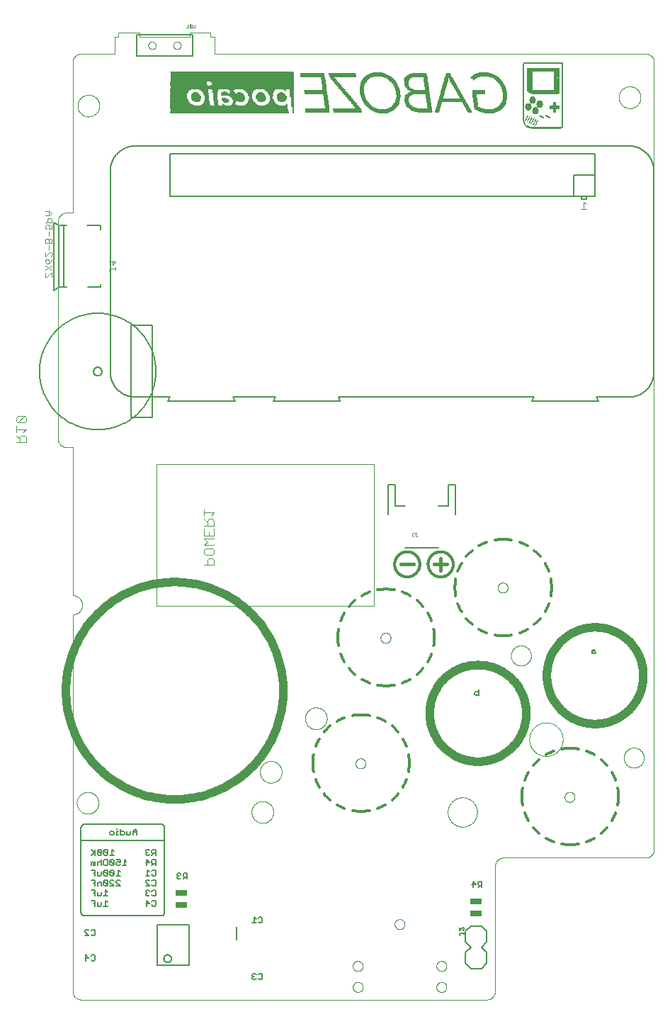
<source format=gbo>
G75*
%MOIN*%
%OFA0B0*%
%FSLAX25Y25*%
%IPPOS*%
%LPD*%
%AMOC8*
5,1,8,0,0,1.08239X$1,22.5*
%
%ADD10C,0.00000*%
%ADD11C,0.00039*%
%ADD12R,0.01181X0.00394*%
%ADD13R,0.01969X0.00394*%
%ADD14R,0.03937X0.00394*%
%ADD15R,0.03543X0.00394*%
%ADD16R,0.03150X0.00394*%
%ADD17R,0.04331X0.00394*%
%ADD18R,0.00394X0.00394*%
%ADD19R,0.02362X0.00394*%
%ADD20R,0.01575X0.00394*%
%ADD21R,0.61024X0.00394*%
%ADD22R,0.64173X0.00394*%
%ADD23R,0.66535X0.00394*%
%ADD24R,0.68110X0.00394*%
%ADD25R,0.00787X0.00394*%
%ADD26R,0.69685X0.00394*%
%ADD27R,0.05512X0.00394*%
%ADD28R,0.05118X0.00394*%
%ADD29R,0.02756X0.00394*%
%ADD30R,0.05906X0.00394*%
%ADD31R,0.04724X0.00394*%
%ADD32R,0.06299X0.00394*%
%ADD33R,0.12598X0.00394*%
%ADD34R,0.11811X0.00394*%
%ADD35R,0.11024X0.00394*%
%ADD36R,0.10236X0.00394*%
%ADD37R,0.09449X0.00394*%
%ADD38R,0.08268X0.00394*%
%ADD39R,0.06693X0.00394*%
%ADD40R,0.68898X0.00394*%
%ADD41R,0.67323X0.00394*%
%ADD42R,0.65748X0.00394*%
%ADD43R,0.63386X0.00394*%
%ADD44R,0.59449X0.00394*%
%ADD45R,0.14173X0.00157*%
%ADD46R,0.15591X0.00157*%
%ADD47R,0.16220X0.00157*%
%ADD48R,0.16693X0.00157*%
%ADD49R,0.17008X0.00157*%
%ADD50R,0.00787X0.00157*%
%ADD51R,0.01575X0.00157*%
%ADD52R,0.01260X0.00157*%
%ADD53R,0.00157X0.00157*%
%ADD54R,0.01102X0.00157*%
%ADD55R,0.00315X0.00157*%
%ADD56R,0.00945X0.00157*%
%ADD57R,0.00472X0.00157*%
%ADD58R,0.00630X0.00157*%
%ADD59R,0.01417X0.00157*%
%ADD60R,0.01732X0.00157*%
%ADD61R,0.02047X0.00157*%
%ADD62R,0.02362X0.00157*%
%ADD63R,0.02205X0.00157*%
%ADD64R,0.55748X0.00157*%
%ADD65R,0.02677X0.00157*%
%ADD66R,0.04409X0.00157*%
%ADD67R,0.05984X0.00157*%
%ADD68R,0.05669X0.00157*%
%ADD69R,0.02992X0.00157*%
%ADD70R,0.06929X0.00157*%
%ADD71R,0.06457X0.00157*%
%ADD72R,0.13071X0.00157*%
%ADD73R,0.11654X0.00157*%
%ADD74R,0.07874X0.00157*%
%ADD75R,0.07717X0.00157*%
%ADD76R,0.07402X0.00157*%
%ADD77R,0.13228X0.00157*%
%ADD78R,0.08661X0.00157*%
%ADD79R,0.08346X0.00157*%
%ADD80R,0.08031X0.00157*%
%ADD81R,0.55591X0.00157*%
%ADD82R,0.03307X0.00157*%
%ADD83R,0.09606X0.00157*%
%ADD84R,0.08819X0.00157*%
%ADD85R,0.10236X0.00157*%
%ADD86R,0.09291X0.00157*%
%ADD87R,0.09449X0.00157*%
%ADD88R,0.10866X0.00157*%
%ADD89R,0.10079X0.00157*%
%ADD90R,0.11496X0.00157*%
%ADD91R,0.11339X0.00157*%
%ADD92R,0.09764X0.00157*%
%ADD93R,0.10394X0.00157*%
%ADD94R,0.12126X0.00157*%
%ADD95R,0.11024X0.00157*%
%ADD96R,0.04567X0.00157*%
%ADD97R,0.05354X0.00157*%
%ADD98R,0.03937X0.00157*%
%ADD99R,0.04724X0.00157*%
%ADD100R,0.10551X0.00157*%
%ADD101R,0.03780X0.00157*%
%ADD102R,0.55433X0.00157*%
%ADD103R,0.03622X0.00157*%
%ADD104R,0.04094X0.00157*%
%ADD105R,0.10709X0.00157*%
%ADD106R,0.03465X0.00157*%
%ADD107R,0.01890X0.00157*%
%ADD108R,0.03150X0.00157*%
%ADD109R,0.02835X0.00157*%
%ADD110R,0.55276X0.00157*%
%ADD111R,0.02520X0.00157*%
%ADD112R,0.12598X0.00157*%
%ADD113R,0.11811X0.00157*%
%ADD114R,0.11181X0.00157*%
%ADD115R,0.06142X0.00157*%
%ADD116R,0.05039X0.00157*%
%ADD117R,0.04252X0.00157*%
%ADD118R,0.09921X0.00157*%
%ADD119R,0.09134X0.00157*%
%ADD120R,0.13386X0.00157*%
%ADD121R,0.08976X0.00157*%
%ADD122R,0.12913X0.00157*%
%ADD123R,0.05197X0.00157*%
%ADD124R,0.08504X0.00157*%
%ADD125R,0.12756X0.00157*%
%ADD126R,0.12441X0.00157*%
%ADD127R,0.05512X0.00157*%
%ADD128R,0.08189X0.00157*%
%ADD129R,0.12283X0.00157*%
%ADD130R,0.05827X0.00157*%
%ADD131R,0.06299X0.00157*%
%ADD132R,0.06614X0.00157*%
%ADD133R,0.06772X0.00157*%
%ADD134R,0.07087X0.00157*%
%ADD135R,0.07559X0.00157*%
%ADD136R,0.13543X0.00157*%
%ADD137R,0.14016X0.00157*%
%ADD138R,0.14331X0.00157*%
%ADD139R,0.14488X0.00157*%
%ADD140R,0.14646X0.00157*%
%ADD141R,0.14803X0.00157*%
%ADD142R,0.14961X0.00157*%
%ADD143R,0.15118X0.00157*%
%ADD144R,0.04882X0.00157*%
%ADD145R,0.58268X0.00157*%
%ADD146R,0.39213X0.00157*%
%ADD147R,0.17953X0.00157*%
%ADD148R,0.39055X0.00157*%
%ADD149R,0.17638X0.00157*%
%ADD150R,0.38898X0.00157*%
%ADD151R,0.17480X0.00157*%
%ADD152R,0.38740X0.00157*%
%ADD153R,0.17323X0.00157*%
%ADD154R,0.17165X0.00157*%
%ADD155R,0.39528X0.00157*%
%ADD156R,0.58110X0.00157*%
%ADD157R,0.15276X0.00157*%
%ADD158R,0.18740X0.00157*%
%ADD159R,0.18425X0.00157*%
%ADD160C,0.00500*%
%ADD161C,0.00600*%
%ADD162C,0.04000*%
%ADD163C,0.01200*%
%ADD164C,0.01600*%
%ADD165C,0.00400*%
%ADD166C,0.00394*%
%ADD167C,0.00800*%
%ADD168C,0.00100*%
%ADD169R,0.05512X0.02559*%
D10*
X0029320Y0023079D02*
X0029320Y0200244D01*
X0029453Y0200246D01*
X0029586Y0200252D01*
X0029718Y0200262D01*
X0029851Y0200275D01*
X0029982Y0200293D01*
X0030114Y0200314D01*
X0030244Y0200339D01*
X0030374Y0200368D01*
X0030503Y0200401D01*
X0030630Y0200438D01*
X0030757Y0200478D01*
X0030883Y0200522D01*
X0031007Y0200570D01*
X0031129Y0200621D01*
X0031250Y0200676D01*
X0031370Y0200735D01*
X0031487Y0200796D01*
X0031603Y0200862D01*
X0031717Y0200930D01*
X0031829Y0201002D01*
X0031938Y0201078D01*
X0032046Y0201156D01*
X0032151Y0201238D01*
X0032253Y0201322D01*
X0032353Y0201410D01*
X0032451Y0201500D01*
X0032545Y0201594D01*
X0032637Y0201690D01*
X0032726Y0201789D01*
X0032812Y0201890D01*
X0032895Y0201994D01*
X0032975Y0202100D01*
X0033052Y0202208D01*
X0033126Y0202319D01*
X0033196Y0202432D01*
X0033263Y0202546D01*
X0033327Y0202663D01*
X0033387Y0202782D01*
X0033444Y0202902D01*
X0033497Y0203024D01*
X0033546Y0203147D01*
X0033592Y0203272D01*
X0033635Y0203398D01*
X0033673Y0203525D01*
X0033708Y0203654D01*
X0033739Y0203783D01*
X0033766Y0203913D01*
X0033789Y0204044D01*
X0033809Y0204175D01*
X0033824Y0204308D01*
X0033836Y0204440D01*
X0033844Y0204573D01*
X0033848Y0204706D01*
X0033848Y0204838D01*
X0033844Y0204971D01*
X0033836Y0205104D01*
X0033824Y0205236D01*
X0033809Y0205369D01*
X0033789Y0205500D01*
X0033766Y0205631D01*
X0033739Y0205761D01*
X0033708Y0205890D01*
X0033673Y0206019D01*
X0033635Y0206146D01*
X0033592Y0206272D01*
X0033546Y0206397D01*
X0033497Y0206520D01*
X0033444Y0206642D01*
X0033387Y0206762D01*
X0033327Y0206881D01*
X0033263Y0206998D01*
X0033196Y0207112D01*
X0033126Y0207225D01*
X0033052Y0207336D01*
X0032975Y0207444D01*
X0032895Y0207550D01*
X0032812Y0207654D01*
X0032726Y0207755D01*
X0032637Y0207854D01*
X0032545Y0207950D01*
X0032451Y0208044D01*
X0032353Y0208134D01*
X0032253Y0208222D01*
X0032151Y0208306D01*
X0032046Y0208388D01*
X0031938Y0208466D01*
X0031829Y0208542D01*
X0031717Y0208614D01*
X0031603Y0208682D01*
X0031487Y0208748D01*
X0031370Y0208809D01*
X0031250Y0208868D01*
X0031129Y0208923D01*
X0031007Y0208974D01*
X0030883Y0209022D01*
X0030757Y0209066D01*
X0030630Y0209106D01*
X0030503Y0209143D01*
X0030374Y0209176D01*
X0030244Y0209205D01*
X0030114Y0209230D01*
X0029982Y0209251D01*
X0029851Y0209269D01*
X0029718Y0209282D01*
X0029586Y0209292D01*
X0029453Y0209298D01*
X0029320Y0209300D01*
X0029320Y0209299D02*
X0029320Y0278984D01*
X0026367Y0278984D01*
X0026243Y0278986D01*
X0026120Y0278992D01*
X0025996Y0279001D01*
X0025874Y0279015D01*
X0025751Y0279032D01*
X0025629Y0279054D01*
X0025508Y0279079D01*
X0025388Y0279108D01*
X0025269Y0279140D01*
X0025150Y0279177D01*
X0025033Y0279217D01*
X0024918Y0279260D01*
X0024803Y0279308D01*
X0024691Y0279359D01*
X0024580Y0279413D01*
X0024470Y0279471D01*
X0024363Y0279532D01*
X0024257Y0279597D01*
X0024154Y0279665D01*
X0024053Y0279736D01*
X0023954Y0279810D01*
X0023857Y0279887D01*
X0023763Y0279968D01*
X0023672Y0280051D01*
X0023583Y0280137D01*
X0023497Y0280226D01*
X0023414Y0280317D01*
X0023333Y0280411D01*
X0023256Y0280508D01*
X0023182Y0280607D01*
X0023111Y0280708D01*
X0023043Y0280811D01*
X0022978Y0280917D01*
X0022917Y0281024D01*
X0022859Y0281134D01*
X0022805Y0281245D01*
X0022754Y0281357D01*
X0022706Y0281472D01*
X0022663Y0281587D01*
X0022623Y0281704D01*
X0022586Y0281823D01*
X0022554Y0281942D01*
X0022525Y0282062D01*
X0022500Y0282183D01*
X0022478Y0282305D01*
X0022461Y0282428D01*
X0022447Y0282550D01*
X0022438Y0282674D01*
X0022432Y0282797D01*
X0022430Y0282921D01*
X0022430Y0385283D01*
X0022432Y0385407D01*
X0022438Y0385530D01*
X0022447Y0385654D01*
X0022461Y0385776D01*
X0022478Y0385899D01*
X0022500Y0386021D01*
X0022525Y0386142D01*
X0022554Y0386262D01*
X0022586Y0386381D01*
X0022623Y0386500D01*
X0022663Y0386617D01*
X0022706Y0386732D01*
X0022754Y0386847D01*
X0022805Y0386959D01*
X0022859Y0387070D01*
X0022917Y0387180D01*
X0022978Y0387287D01*
X0023043Y0387393D01*
X0023111Y0387496D01*
X0023182Y0387597D01*
X0023256Y0387696D01*
X0023333Y0387793D01*
X0023414Y0387887D01*
X0023497Y0387978D01*
X0023583Y0388067D01*
X0023672Y0388153D01*
X0023763Y0388236D01*
X0023857Y0388317D01*
X0023954Y0388394D01*
X0024053Y0388468D01*
X0024154Y0388539D01*
X0024257Y0388607D01*
X0024363Y0388672D01*
X0024470Y0388733D01*
X0024580Y0388791D01*
X0024691Y0388845D01*
X0024803Y0388896D01*
X0024918Y0388944D01*
X0025033Y0388987D01*
X0025150Y0389027D01*
X0025269Y0389064D01*
X0025388Y0389096D01*
X0025508Y0389125D01*
X0025629Y0389150D01*
X0025751Y0389172D01*
X0025874Y0389189D01*
X0025996Y0389203D01*
X0026120Y0389212D01*
X0026243Y0389218D01*
X0026367Y0389220D01*
X0029320Y0389220D01*
X0029320Y0460087D01*
X0029322Y0460211D01*
X0029328Y0460334D01*
X0029337Y0460458D01*
X0029351Y0460580D01*
X0029368Y0460703D01*
X0029390Y0460825D01*
X0029415Y0460946D01*
X0029444Y0461066D01*
X0029476Y0461185D01*
X0029513Y0461304D01*
X0029553Y0461421D01*
X0029596Y0461536D01*
X0029644Y0461651D01*
X0029695Y0461763D01*
X0029749Y0461874D01*
X0029807Y0461984D01*
X0029868Y0462091D01*
X0029933Y0462197D01*
X0030001Y0462300D01*
X0030072Y0462401D01*
X0030146Y0462500D01*
X0030223Y0462597D01*
X0030304Y0462691D01*
X0030387Y0462782D01*
X0030473Y0462871D01*
X0030562Y0462957D01*
X0030653Y0463040D01*
X0030747Y0463121D01*
X0030844Y0463198D01*
X0030943Y0463272D01*
X0031044Y0463343D01*
X0031147Y0463411D01*
X0031253Y0463476D01*
X0031360Y0463537D01*
X0031470Y0463595D01*
X0031581Y0463649D01*
X0031693Y0463700D01*
X0031808Y0463748D01*
X0031923Y0463791D01*
X0032040Y0463831D01*
X0032159Y0463868D01*
X0032278Y0463900D01*
X0032398Y0463929D01*
X0032519Y0463954D01*
X0032641Y0463976D01*
X0032764Y0463993D01*
X0032886Y0464007D01*
X0033010Y0464016D01*
X0033133Y0464022D01*
X0033257Y0464024D01*
X0049005Y0464024D01*
X0049005Y0471898D01*
X0050974Y0471898D01*
X0050974Y0473866D01*
X0060816Y0473866D01*
X0060816Y0471898D01*
X0084438Y0471898D01*
X0084438Y0473866D01*
X0094281Y0473866D01*
X0094281Y0471898D01*
X0096249Y0471898D01*
X0096249Y0464024D01*
X0299005Y0464024D01*
X0299129Y0464022D01*
X0299252Y0464016D01*
X0299376Y0464007D01*
X0299498Y0463993D01*
X0299621Y0463976D01*
X0299743Y0463954D01*
X0299864Y0463929D01*
X0299984Y0463900D01*
X0300103Y0463868D01*
X0300222Y0463831D01*
X0300339Y0463791D01*
X0300454Y0463748D01*
X0300569Y0463700D01*
X0300681Y0463649D01*
X0300792Y0463595D01*
X0300902Y0463537D01*
X0301009Y0463476D01*
X0301115Y0463411D01*
X0301218Y0463343D01*
X0301319Y0463272D01*
X0301418Y0463198D01*
X0301515Y0463121D01*
X0301609Y0463040D01*
X0301700Y0462957D01*
X0301789Y0462871D01*
X0301875Y0462782D01*
X0301958Y0462691D01*
X0302039Y0462597D01*
X0302116Y0462500D01*
X0302190Y0462401D01*
X0302261Y0462300D01*
X0302329Y0462197D01*
X0302394Y0462091D01*
X0302455Y0461984D01*
X0302513Y0461874D01*
X0302567Y0461763D01*
X0302618Y0461651D01*
X0302666Y0461536D01*
X0302709Y0461421D01*
X0302749Y0461304D01*
X0302786Y0461185D01*
X0302818Y0461066D01*
X0302847Y0460946D01*
X0302872Y0460825D01*
X0302894Y0460703D01*
X0302911Y0460580D01*
X0302925Y0460458D01*
X0302934Y0460334D01*
X0302940Y0460211D01*
X0302942Y0460087D01*
X0302942Y0089811D01*
X0302940Y0089687D01*
X0302934Y0089564D01*
X0302925Y0089440D01*
X0302911Y0089318D01*
X0302894Y0089195D01*
X0302872Y0089073D01*
X0302847Y0088952D01*
X0302818Y0088832D01*
X0302786Y0088713D01*
X0302749Y0088594D01*
X0302709Y0088477D01*
X0302666Y0088362D01*
X0302618Y0088247D01*
X0302567Y0088135D01*
X0302513Y0088024D01*
X0302455Y0087914D01*
X0302394Y0087807D01*
X0302329Y0087701D01*
X0302261Y0087598D01*
X0302190Y0087497D01*
X0302116Y0087398D01*
X0302039Y0087301D01*
X0301958Y0087207D01*
X0301875Y0087116D01*
X0301789Y0087027D01*
X0301700Y0086941D01*
X0301609Y0086858D01*
X0301515Y0086777D01*
X0301418Y0086700D01*
X0301319Y0086626D01*
X0301218Y0086555D01*
X0301115Y0086487D01*
X0301009Y0086422D01*
X0300902Y0086361D01*
X0300792Y0086303D01*
X0300681Y0086249D01*
X0300569Y0086198D01*
X0300454Y0086150D01*
X0300339Y0086107D01*
X0300222Y0086067D01*
X0300103Y0086030D01*
X0299984Y0085998D01*
X0299864Y0085969D01*
X0299743Y0085944D01*
X0299621Y0085922D01*
X0299498Y0085905D01*
X0299376Y0085891D01*
X0299252Y0085882D01*
X0299129Y0085876D01*
X0299005Y0085874D01*
X0232076Y0085874D01*
X0231952Y0085872D01*
X0231829Y0085866D01*
X0231705Y0085857D01*
X0231583Y0085843D01*
X0231460Y0085826D01*
X0231338Y0085804D01*
X0231217Y0085779D01*
X0231097Y0085750D01*
X0230978Y0085718D01*
X0230859Y0085681D01*
X0230742Y0085641D01*
X0230627Y0085598D01*
X0230512Y0085550D01*
X0230400Y0085499D01*
X0230289Y0085445D01*
X0230179Y0085387D01*
X0230072Y0085326D01*
X0229966Y0085261D01*
X0229863Y0085193D01*
X0229762Y0085122D01*
X0229663Y0085048D01*
X0229566Y0084971D01*
X0229472Y0084890D01*
X0229381Y0084807D01*
X0229292Y0084721D01*
X0229206Y0084632D01*
X0229123Y0084541D01*
X0229042Y0084447D01*
X0228965Y0084350D01*
X0228891Y0084251D01*
X0228820Y0084150D01*
X0228752Y0084047D01*
X0228687Y0083941D01*
X0228626Y0083834D01*
X0228568Y0083724D01*
X0228514Y0083613D01*
X0228463Y0083501D01*
X0228415Y0083386D01*
X0228372Y0083271D01*
X0228332Y0083154D01*
X0228295Y0083035D01*
X0228263Y0082916D01*
X0228234Y0082796D01*
X0228209Y0082675D01*
X0228187Y0082553D01*
X0228170Y0082430D01*
X0228156Y0082308D01*
X0228147Y0082184D01*
X0228141Y0082061D01*
X0228139Y0081937D01*
X0228139Y0023079D01*
X0228137Y0022955D01*
X0228131Y0022832D01*
X0228122Y0022708D01*
X0228108Y0022586D01*
X0228091Y0022463D01*
X0228069Y0022341D01*
X0228044Y0022220D01*
X0228015Y0022100D01*
X0227983Y0021981D01*
X0227946Y0021862D01*
X0227906Y0021745D01*
X0227863Y0021630D01*
X0227815Y0021515D01*
X0227764Y0021403D01*
X0227710Y0021292D01*
X0227652Y0021182D01*
X0227591Y0021075D01*
X0227526Y0020969D01*
X0227458Y0020866D01*
X0227387Y0020765D01*
X0227313Y0020666D01*
X0227236Y0020569D01*
X0227155Y0020475D01*
X0227072Y0020384D01*
X0226986Y0020295D01*
X0226897Y0020209D01*
X0226806Y0020126D01*
X0226712Y0020045D01*
X0226615Y0019968D01*
X0226516Y0019894D01*
X0226415Y0019823D01*
X0226312Y0019755D01*
X0226206Y0019690D01*
X0226099Y0019629D01*
X0225989Y0019571D01*
X0225878Y0019517D01*
X0225766Y0019466D01*
X0225651Y0019418D01*
X0225536Y0019375D01*
X0225419Y0019335D01*
X0225300Y0019298D01*
X0225181Y0019266D01*
X0225061Y0019237D01*
X0224940Y0019212D01*
X0224818Y0019190D01*
X0224695Y0019173D01*
X0224573Y0019159D01*
X0224449Y0019150D01*
X0224326Y0019144D01*
X0224202Y0019142D01*
X0033257Y0019142D01*
X0033133Y0019144D01*
X0033010Y0019150D01*
X0032886Y0019159D01*
X0032764Y0019173D01*
X0032641Y0019190D01*
X0032519Y0019212D01*
X0032398Y0019237D01*
X0032278Y0019266D01*
X0032159Y0019298D01*
X0032040Y0019335D01*
X0031923Y0019375D01*
X0031808Y0019418D01*
X0031693Y0019466D01*
X0031581Y0019517D01*
X0031470Y0019571D01*
X0031360Y0019629D01*
X0031253Y0019690D01*
X0031147Y0019755D01*
X0031044Y0019823D01*
X0030943Y0019894D01*
X0030844Y0019968D01*
X0030747Y0020045D01*
X0030653Y0020126D01*
X0030562Y0020209D01*
X0030473Y0020295D01*
X0030387Y0020384D01*
X0030304Y0020475D01*
X0030223Y0020569D01*
X0030146Y0020666D01*
X0030072Y0020765D01*
X0030001Y0020866D01*
X0029933Y0020969D01*
X0029868Y0021075D01*
X0029807Y0021182D01*
X0029749Y0021292D01*
X0029695Y0021403D01*
X0029644Y0021515D01*
X0029596Y0021630D01*
X0029553Y0021745D01*
X0029513Y0021862D01*
X0029476Y0021981D01*
X0029444Y0022100D01*
X0029415Y0022220D01*
X0029390Y0022341D01*
X0029368Y0022463D01*
X0029351Y0022586D01*
X0029337Y0022708D01*
X0029328Y0022832D01*
X0029322Y0022955D01*
X0029320Y0023079D01*
X0161210Y0025047D02*
X0161212Y0025144D01*
X0161218Y0025241D01*
X0161228Y0025337D01*
X0161242Y0025433D01*
X0161260Y0025529D01*
X0161281Y0025623D01*
X0161307Y0025717D01*
X0161336Y0025809D01*
X0161370Y0025900D01*
X0161406Y0025990D01*
X0161447Y0026078D01*
X0161491Y0026164D01*
X0161539Y0026249D01*
X0161590Y0026331D01*
X0161644Y0026412D01*
X0161702Y0026490D01*
X0161763Y0026565D01*
X0161826Y0026638D01*
X0161893Y0026709D01*
X0161963Y0026776D01*
X0162035Y0026841D01*
X0162110Y0026902D01*
X0162188Y0026961D01*
X0162267Y0027016D01*
X0162349Y0027068D01*
X0162433Y0027116D01*
X0162519Y0027161D01*
X0162607Y0027203D01*
X0162696Y0027241D01*
X0162787Y0027275D01*
X0162879Y0027305D01*
X0162972Y0027332D01*
X0163067Y0027354D01*
X0163162Y0027373D01*
X0163258Y0027388D01*
X0163354Y0027399D01*
X0163451Y0027406D01*
X0163548Y0027409D01*
X0163645Y0027408D01*
X0163742Y0027403D01*
X0163838Y0027394D01*
X0163934Y0027381D01*
X0164030Y0027364D01*
X0164125Y0027343D01*
X0164218Y0027319D01*
X0164311Y0027290D01*
X0164403Y0027258D01*
X0164493Y0027222D01*
X0164581Y0027183D01*
X0164668Y0027139D01*
X0164753Y0027093D01*
X0164836Y0027042D01*
X0164917Y0026989D01*
X0164995Y0026932D01*
X0165072Y0026872D01*
X0165145Y0026809D01*
X0165216Y0026743D01*
X0165284Y0026674D01*
X0165350Y0026602D01*
X0165412Y0026528D01*
X0165471Y0026451D01*
X0165527Y0026372D01*
X0165580Y0026290D01*
X0165630Y0026207D01*
X0165675Y0026121D01*
X0165718Y0026034D01*
X0165757Y0025945D01*
X0165792Y0025855D01*
X0165823Y0025763D01*
X0165850Y0025670D01*
X0165874Y0025576D01*
X0165894Y0025481D01*
X0165910Y0025385D01*
X0165922Y0025289D01*
X0165930Y0025192D01*
X0165934Y0025095D01*
X0165934Y0024999D01*
X0165930Y0024902D01*
X0165922Y0024805D01*
X0165910Y0024709D01*
X0165894Y0024613D01*
X0165874Y0024518D01*
X0165850Y0024424D01*
X0165823Y0024331D01*
X0165792Y0024239D01*
X0165757Y0024149D01*
X0165718Y0024060D01*
X0165675Y0023973D01*
X0165630Y0023887D01*
X0165580Y0023804D01*
X0165527Y0023722D01*
X0165471Y0023643D01*
X0165412Y0023566D01*
X0165350Y0023492D01*
X0165284Y0023420D01*
X0165216Y0023351D01*
X0165145Y0023285D01*
X0165072Y0023222D01*
X0164995Y0023162D01*
X0164917Y0023105D01*
X0164836Y0023052D01*
X0164753Y0023001D01*
X0164668Y0022955D01*
X0164581Y0022911D01*
X0164493Y0022872D01*
X0164403Y0022836D01*
X0164311Y0022804D01*
X0164218Y0022775D01*
X0164125Y0022751D01*
X0164030Y0022730D01*
X0163934Y0022713D01*
X0163838Y0022700D01*
X0163742Y0022691D01*
X0163645Y0022686D01*
X0163548Y0022685D01*
X0163451Y0022688D01*
X0163354Y0022695D01*
X0163258Y0022706D01*
X0163162Y0022721D01*
X0163067Y0022740D01*
X0162972Y0022762D01*
X0162879Y0022789D01*
X0162787Y0022819D01*
X0162696Y0022853D01*
X0162607Y0022891D01*
X0162519Y0022933D01*
X0162433Y0022978D01*
X0162349Y0023026D01*
X0162267Y0023078D01*
X0162188Y0023133D01*
X0162110Y0023192D01*
X0162035Y0023253D01*
X0161963Y0023318D01*
X0161893Y0023385D01*
X0161826Y0023456D01*
X0161763Y0023529D01*
X0161702Y0023604D01*
X0161644Y0023682D01*
X0161590Y0023763D01*
X0161539Y0023845D01*
X0161491Y0023930D01*
X0161447Y0024016D01*
X0161406Y0024104D01*
X0161370Y0024194D01*
X0161336Y0024285D01*
X0161307Y0024377D01*
X0161281Y0024471D01*
X0161260Y0024565D01*
X0161242Y0024661D01*
X0161228Y0024757D01*
X0161218Y0024853D01*
X0161212Y0024950D01*
X0161210Y0025047D01*
X0161210Y0034890D02*
X0161212Y0034987D01*
X0161218Y0035084D01*
X0161228Y0035180D01*
X0161242Y0035276D01*
X0161260Y0035372D01*
X0161281Y0035466D01*
X0161307Y0035560D01*
X0161336Y0035652D01*
X0161370Y0035743D01*
X0161406Y0035833D01*
X0161447Y0035921D01*
X0161491Y0036007D01*
X0161539Y0036092D01*
X0161590Y0036174D01*
X0161644Y0036255D01*
X0161702Y0036333D01*
X0161763Y0036408D01*
X0161826Y0036481D01*
X0161893Y0036552D01*
X0161963Y0036619D01*
X0162035Y0036684D01*
X0162110Y0036745D01*
X0162188Y0036804D01*
X0162267Y0036859D01*
X0162349Y0036911D01*
X0162433Y0036959D01*
X0162519Y0037004D01*
X0162607Y0037046D01*
X0162696Y0037084D01*
X0162787Y0037118D01*
X0162879Y0037148D01*
X0162972Y0037175D01*
X0163067Y0037197D01*
X0163162Y0037216D01*
X0163258Y0037231D01*
X0163354Y0037242D01*
X0163451Y0037249D01*
X0163548Y0037252D01*
X0163645Y0037251D01*
X0163742Y0037246D01*
X0163838Y0037237D01*
X0163934Y0037224D01*
X0164030Y0037207D01*
X0164125Y0037186D01*
X0164218Y0037162D01*
X0164311Y0037133D01*
X0164403Y0037101D01*
X0164493Y0037065D01*
X0164581Y0037026D01*
X0164668Y0036982D01*
X0164753Y0036936D01*
X0164836Y0036885D01*
X0164917Y0036832D01*
X0164995Y0036775D01*
X0165072Y0036715D01*
X0165145Y0036652D01*
X0165216Y0036586D01*
X0165284Y0036517D01*
X0165350Y0036445D01*
X0165412Y0036371D01*
X0165471Y0036294D01*
X0165527Y0036215D01*
X0165580Y0036133D01*
X0165630Y0036050D01*
X0165675Y0035964D01*
X0165718Y0035877D01*
X0165757Y0035788D01*
X0165792Y0035698D01*
X0165823Y0035606D01*
X0165850Y0035513D01*
X0165874Y0035419D01*
X0165894Y0035324D01*
X0165910Y0035228D01*
X0165922Y0035132D01*
X0165930Y0035035D01*
X0165934Y0034938D01*
X0165934Y0034842D01*
X0165930Y0034745D01*
X0165922Y0034648D01*
X0165910Y0034552D01*
X0165894Y0034456D01*
X0165874Y0034361D01*
X0165850Y0034267D01*
X0165823Y0034174D01*
X0165792Y0034082D01*
X0165757Y0033992D01*
X0165718Y0033903D01*
X0165675Y0033816D01*
X0165630Y0033730D01*
X0165580Y0033647D01*
X0165527Y0033565D01*
X0165471Y0033486D01*
X0165412Y0033409D01*
X0165350Y0033335D01*
X0165284Y0033263D01*
X0165216Y0033194D01*
X0165145Y0033128D01*
X0165072Y0033065D01*
X0164995Y0033005D01*
X0164917Y0032948D01*
X0164836Y0032895D01*
X0164753Y0032844D01*
X0164668Y0032798D01*
X0164581Y0032754D01*
X0164493Y0032715D01*
X0164403Y0032679D01*
X0164311Y0032647D01*
X0164218Y0032618D01*
X0164125Y0032594D01*
X0164030Y0032573D01*
X0163934Y0032556D01*
X0163838Y0032543D01*
X0163742Y0032534D01*
X0163645Y0032529D01*
X0163548Y0032528D01*
X0163451Y0032531D01*
X0163354Y0032538D01*
X0163258Y0032549D01*
X0163162Y0032564D01*
X0163067Y0032583D01*
X0162972Y0032605D01*
X0162879Y0032632D01*
X0162787Y0032662D01*
X0162696Y0032696D01*
X0162607Y0032734D01*
X0162519Y0032776D01*
X0162433Y0032821D01*
X0162349Y0032869D01*
X0162267Y0032921D01*
X0162188Y0032976D01*
X0162110Y0033035D01*
X0162035Y0033096D01*
X0161963Y0033161D01*
X0161893Y0033228D01*
X0161826Y0033299D01*
X0161763Y0033372D01*
X0161702Y0033447D01*
X0161644Y0033525D01*
X0161590Y0033606D01*
X0161539Y0033688D01*
X0161491Y0033773D01*
X0161447Y0033859D01*
X0161406Y0033947D01*
X0161370Y0034037D01*
X0161336Y0034128D01*
X0161307Y0034220D01*
X0161281Y0034314D01*
X0161260Y0034408D01*
X0161242Y0034504D01*
X0161228Y0034600D01*
X0161218Y0034696D01*
X0161212Y0034793D01*
X0161210Y0034890D01*
X0180895Y0054575D02*
X0180897Y0054672D01*
X0180903Y0054769D01*
X0180913Y0054865D01*
X0180927Y0054961D01*
X0180945Y0055057D01*
X0180966Y0055151D01*
X0180992Y0055245D01*
X0181021Y0055337D01*
X0181055Y0055428D01*
X0181091Y0055518D01*
X0181132Y0055606D01*
X0181176Y0055692D01*
X0181224Y0055777D01*
X0181275Y0055859D01*
X0181329Y0055940D01*
X0181387Y0056018D01*
X0181448Y0056093D01*
X0181511Y0056166D01*
X0181578Y0056237D01*
X0181648Y0056304D01*
X0181720Y0056369D01*
X0181795Y0056430D01*
X0181873Y0056489D01*
X0181952Y0056544D01*
X0182034Y0056596D01*
X0182118Y0056644D01*
X0182204Y0056689D01*
X0182292Y0056731D01*
X0182381Y0056769D01*
X0182472Y0056803D01*
X0182564Y0056833D01*
X0182657Y0056860D01*
X0182752Y0056882D01*
X0182847Y0056901D01*
X0182943Y0056916D01*
X0183039Y0056927D01*
X0183136Y0056934D01*
X0183233Y0056937D01*
X0183330Y0056936D01*
X0183427Y0056931D01*
X0183523Y0056922D01*
X0183619Y0056909D01*
X0183715Y0056892D01*
X0183810Y0056871D01*
X0183903Y0056847D01*
X0183996Y0056818D01*
X0184088Y0056786D01*
X0184178Y0056750D01*
X0184266Y0056711D01*
X0184353Y0056667D01*
X0184438Y0056621D01*
X0184521Y0056570D01*
X0184602Y0056517D01*
X0184680Y0056460D01*
X0184757Y0056400D01*
X0184830Y0056337D01*
X0184901Y0056271D01*
X0184969Y0056202D01*
X0185035Y0056130D01*
X0185097Y0056056D01*
X0185156Y0055979D01*
X0185212Y0055900D01*
X0185265Y0055818D01*
X0185315Y0055735D01*
X0185360Y0055649D01*
X0185403Y0055562D01*
X0185442Y0055473D01*
X0185477Y0055383D01*
X0185508Y0055291D01*
X0185535Y0055198D01*
X0185559Y0055104D01*
X0185579Y0055009D01*
X0185595Y0054913D01*
X0185607Y0054817D01*
X0185615Y0054720D01*
X0185619Y0054623D01*
X0185619Y0054527D01*
X0185615Y0054430D01*
X0185607Y0054333D01*
X0185595Y0054237D01*
X0185579Y0054141D01*
X0185559Y0054046D01*
X0185535Y0053952D01*
X0185508Y0053859D01*
X0185477Y0053767D01*
X0185442Y0053677D01*
X0185403Y0053588D01*
X0185360Y0053501D01*
X0185315Y0053415D01*
X0185265Y0053332D01*
X0185212Y0053250D01*
X0185156Y0053171D01*
X0185097Y0053094D01*
X0185035Y0053020D01*
X0184969Y0052948D01*
X0184901Y0052879D01*
X0184830Y0052813D01*
X0184757Y0052750D01*
X0184680Y0052690D01*
X0184602Y0052633D01*
X0184521Y0052580D01*
X0184438Y0052529D01*
X0184353Y0052483D01*
X0184266Y0052439D01*
X0184178Y0052400D01*
X0184088Y0052364D01*
X0183996Y0052332D01*
X0183903Y0052303D01*
X0183810Y0052279D01*
X0183715Y0052258D01*
X0183619Y0052241D01*
X0183523Y0052228D01*
X0183427Y0052219D01*
X0183330Y0052214D01*
X0183233Y0052213D01*
X0183136Y0052216D01*
X0183039Y0052223D01*
X0182943Y0052234D01*
X0182847Y0052249D01*
X0182752Y0052268D01*
X0182657Y0052290D01*
X0182564Y0052317D01*
X0182472Y0052347D01*
X0182381Y0052381D01*
X0182292Y0052419D01*
X0182204Y0052461D01*
X0182118Y0052506D01*
X0182034Y0052554D01*
X0181952Y0052606D01*
X0181873Y0052661D01*
X0181795Y0052720D01*
X0181720Y0052781D01*
X0181648Y0052846D01*
X0181578Y0052913D01*
X0181511Y0052984D01*
X0181448Y0053057D01*
X0181387Y0053132D01*
X0181329Y0053210D01*
X0181275Y0053291D01*
X0181224Y0053373D01*
X0181176Y0053458D01*
X0181132Y0053544D01*
X0181091Y0053632D01*
X0181055Y0053722D01*
X0181021Y0053813D01*
X0180992Y0053905D01*
X0180966Y0053999D01*
X0180945Y0054093D01*
X0180927Y0054189D01*
X0180913Y0054285D01*
X0180903Y0054381D01*
X0180897Y0054478D01*
X0180895Y0054575D01*
X0200580Y0034890D02*
X0200582Y0034987D01*
X0200588Y0035084D01*
X0200598Y0035180D01*
X0200612Y0035276D01*
X0200630Y0035372D01*
X0200651Y0035466D01*
X0200677Y0035560D01*
X0200706Y0035652D01*
X0200740Y0035743D01*
X0200776Y0035833D01*
X0200817Y0035921D01*
X0200861Y0036007D01*
X0200909Y0036092D01*
X0200960Y0036174D01*
X0201014Y0036255D01*
X0201072Y0036333D01*
X0201133Y0036408D01*
X0201196Y0036481D01*
X0201263Y0036552D01*
X0201333Y0036619D01*
X0201405Y0036684D01*
X0201480Y0036745D01*
X0201558Y0036804D01*
X0201637Y0036859D01*
X0201719Y0036911D01*
X0201803Y0036959D01*
X0201889Y0037004D01*
X0201977Y0037046D01*
X0202066Y0037084D01*
X0202157Y0037118D01*
X0202249Y0037148D01*
X0202342Y0037175D01*
X0202437Y0037197D01*
X0202532Y0037216D01*
X0202628Y0037231D01*
X0202724Y0037242D01*
X0202821Y0037249D01*
X0202918Y0037252D01*
X0203015Y0037251D01*
X0203112Y0037246D01*
X0203208Y0037237D01*
X0203304Y0037224D01*
X0203400Y0037207D01*
X0203495Y0037186D01*
X0203588Y0037162D01*
X0203681Y0037133D01*
X0203773Y0037101D01*
X0203863Y0037065D01*
X0203951Y0037026D01*
X0204038Y0036982D01*
X0204123Y0036936D01*
X0204206Y0036885D01*
X0204287Y0036832D01*
X0204365Y0036775D01*
X0204442Y0036715D01*
X0204515Y0036652D01*
X0204586Y0036586D01*
X0204654Y0036517D01*
X0204720Y0036445D01*
X0204782Y0036371D01*
X0204841Y0036294D01*
X0204897Y0036215D01*
X0204950Y0036133D01*
X0205000Y0036050D01*
X0205045Y0035964D01*
X0205088Y0035877D01*
X0205127Y0035788D01*
X0205162Y0035698D01*
X0205193Y0035606D01*
X0205220Y0035513D01*
X0205244Y0035419D01*
X0205264Y0035324D01*
X0205280Y0035228D01*
X0205292Y0035132D01*
X0205300Y0035035D01*
X0205304Y0034938D01*
X0205304Y0034842D01*
X0205300Y0034745D01*
X0205292Y0034648D01*
X0205280Y0034552D01*
X0205264Y0034456D01*
X0205244Y0034361D01*
X0205220Y0034267D01*
X0205193Y0034174D01*
X0205162Y0034082D01*
X0205127Y0033992D01*
X0205088Y0033903D01*
X0205045Y0033816D01*
X0205000Y0033730D01*
X0204950Y0033647D01*
X0204897Y0033565D01*
X0204841Y0033486D01*
X0204782Y0033409D01*
X0204720Y0033335D01*
X0204654Y0033263D01*
X0204586Y0033194D01*
X0204515Y0033128D01*
X0204442Y0033065D01*
X0204365Y0033005D01*
X0204287Y0032948D01*
X0204206Y0032895D01*
X0204123Y0032844D01*
X0204038Y0032798D01*
X0203951Y0032754D01*
X0203863Y0032715D01*
X0203773Y0032679D01*
X0203681Y0032647D01*
X0203588Y0032618D01*
X0203495Y0032594D01*
X0203400Y0032573D01*
X0203304Y0032556D01*
X0203208Y0032543D01*
X0203112Y0032534D01*
X0203015Y0032529D01*
X0202918Y0032528D01*
X0202821Y0032531D01*
X0202724Y0032538D01*
X0202628Y0032549D01*
X0202532Y0032564D01*
X0202437Y0032583D01*
X0202342Y0032605D01*
X0202249Y0032632D01*
X0202157Y0032662D01*
X0202066Y0032696D01*
X0201977Y0032734D01*
X0201889Y0032776D01*
X0201803Y0032821D01*
X0201719Y0032869D01*
X0201637Y0032921D01*
X0201558Y0032976D01*
X0201480Y0033035D01*
X0201405Y0033096D01*
X0201333Y0033161D01*
X0201263Y0033228D01*
X0201196Y0033299D01*
X0201133Y0033372D01*
X0201072Y0033447D01*
X0201014Y0033525D01*
X0200960Y0033606D01*
X0200909Y0033688D01*
X0200861Y0033773D01*
X0200817Y0033859D01*
X0200776Y0033947D01*
X0200740Y0034037D01*
X0200706Y0034128D01*
X0200677Y0034220D01*
X0200651Y0034314D01*
X0200630Y0034408D01*
X0200612Y0034504D01*
X0200598Y0034600D01*
X0200588Y0034696D01*
X0200582Y0034793D01*
X0200580Y0034890D01*
X0200580Y0025047D02*
X0200582Y0025144D01*
X0200588Y0025241D01*
X0200598Y0025337D01*
X0200612Y0025433D01*
X0200630Y0025529D01*
X0200651Y0025623D01*
X0200677Y0025717D01*
X0200706Y0025809D01*
X0200740Y0025900D01*
X0200776Y0025990D01*
X0200817Y0026078D01*
X0200861Y0026164D01*
X0200909Y0026249D01*
X0200960Y0026331D01*
X0201014Y0026412D01*
X0201072Y0026490D01*
X0201133Y0026565D01*
X0201196Y0026638D01*
X0201263Y0026709D01*
X0201333Y0026776D01*
X0201405Y0026841D01*
X0201480Y0026902D01*
X0201558Y0026961D01*
X0201637Y0027016D01*
X0201719Y0027068D01*
X0201803Y0027116D01*
X0201889Y0027161D01*
X0201977Y0027203D01*
X0202066Y0027241D01*
X0202157Y0027275D01*
X0202249Y0027305D01*
X0202342Y0027332D01*
X0202437Y0027354D01*
X0202532Y0027373D01*
X0202628Y0027388D01*
X0202724Y0027399D01*
X0202821Y0027406D01*
X0202918Y0027409D01*
X0203015Y0027408D01*
X0203112Y0027403D01*
X0203208Y0027394D01*
X0203304Y0027381D01*
X0203400Y0027364D01*
X0203495Y0027343D01*
X0203588Y0027319D01*
X0203681Y0027290D01*
X0203773Y0027258D01*
X0203863Y0027222D01*
X0203951Y0027183D01*
X0204038Y0027139D01*
X0204123Y0027093D01*
X0204206Y0027042D01*
X0204287Y0026989D01*
X0204365Y0026932D01*
X0204442Y0026872D01*
X0204515Y0026809D01*
X0204586Y0026743D01*
X0204654Y0026674D01*
X0204720Y0026602D01*
X0204782Y0026528D01*
X0204841Y0026451D01*
X0204897Y0026372D01*
X0204950Y0026290D01*
X0205000Y0026207D01*
X0205045Y0026121D01*
X0205088Y0026034D01*
X0205127Y0025945D01*
X0205162Y0025855D01*
X0205193Y0025763D01*
X0205220Y0025670D01*
X0205244Y0025576D01*
X0205264Y0025481D01*
X0205280Y0025385D01*
X0205292Y0025289D01*
X0205300Y0025192D01*
X0205304Y0025095D01*
X0205304Y0024999D01*
X0205300Y0024902D01*
X0205292Y0024805D01*
X0205280Y0024709D01*
X0205264Y0024613D01*
X0205244Y0024518D01*
X0205220Y0024424D01*
X0205193Y0024331D01*
X0205162Y0024239D01*
X0205127Y0024149D01*
X0205088Y0024060D01*
X0205045Y0023973D01*
X0205000Y0023887D01*
X0204950Y0023804D01*
X0204897Y0023722D01*
X0204841Y0023643D01*
X0204782Y0023566D01*
X0204720Y0023492D01*
X0204654Y0023420D01*
X0204586Y0023351D01*
X0204515Y0023285D01*
X0204442Y0023222D01*
X0204365Y0023162D01*
X0204287Y0023105D01*
X0204206Y0023052D01*
X0204123Y0023001D01*
X0204038Y0022955D01*
X0203951Y0022911D01*
X0203863Y0022872D01*
X0203773Y0022836D01*
X0203681Y0022804D01*
X0203588Y0022775D01*
X0203495Y0022751D01*
X0203400Y0022730D01*
X0203304Y0022713D01*
X0203208Y0022700D01*
X0203112Y0022691D01*
X0203015Y0022686D01*
X0202918Y0022685D01*
X0202821Y0022688D01*
X0202724Y0022695D01*
X0202628Y0022706D01*
X0202532Y0022721D01*
X0202437Y0022740D01*
X0202342Y0022762D01*
X0202249Y0022789D01*
X0202157Y0022819D01*
X0202066Y0022853D01*
X0201977Y0022891D01*
X0201889Y0022933D01*
X0201803Y0022978D01*
X0201719Y0023026D01*
X0201637Y0023078D01*
X0201558Y0023133D01*
X0201480Y0023192D01*
X0201405Y0023253D01*
X0201333Y0023318D01*
X0201263Y0023385D01*
X0201196Y0023456D01*
X0201133Y0023529D01*
X0201072Y0023604D01*
X0201014Y0023682D01*
X0200960Y0023763D01*
X0200909Y0023845D01*
X0200861Y0023930D01*
X0200817Y0024016D01*
X0200776Y0024104D01*
X0200740Y0024194D01*
X0200706Y0024285D01*
X0200677Y0024377D01*
X0200651Y0024471D01*
X0200630Y0024565D01*
X0200612Y0024661D01*
X0200598Y0024757D01*
X0200588Y0024853D01*
X0200582Y0024950D01*
X0200580Y0025047D01*
X0260895Y0114457D02*
X0260897Y0114554D01*
X0260903Y0114651D01*
X0260913Y0114747D01*
X0260927Y0114843D01*
X0260945Y0114939D01*
X0260966Y0115033D01*
X0260992Y0115127D01*
X0261021Y0115219D01*
X0261055Y0115310D01*
X0261091Y0115400D01*
X0261132Y0115488D01*
X0261176Y0115574D01*
X0261224Y0115659D01*
X0261275Y0115741D01*
X0261329Y0115822D01*
X0261387Y0115900D01*
X0261448Y0115975D01*
X0261511Y0116048D01*
X0261578Y0116119D01*
X0261648Y0116186D01*
X0261720Y0116251D01*
X0261795Y0116312D01*
X0261873Y0116371D01*
X0261952Y0116426D01*
X0262034Y0116478D01*
X0262118Y0116526D01*
X0262204Y0116571D01*
X0262292Y0116613D01*
X0262381Y0116651D01*
X0262472Y0116685D01*
X0262564Y0116715D01*
X0262657Y0116742D01*
X0262752Y0116764D01*
X0262847Y0116783D01*
X0262943Y0116798D01*
X0263039Y0116809D01*
X0263136Y0116816D01*
X0263233Y0116819D01*
X0263330Y0116818D01*
X0263427Y0116813D01*
X0263523Y0116804D01*
X0263619Y0116791D01*
X0263715Y0116774D01*
X0263810Y0116753D01*
X0263903Y0116729D01*
X0263996Y0116700D01*
X0264088Y0116668D01*
X0264178Y0116632D01*
X0264266Y0116593D01*
X0264353Y0116549D01*
X0264438Y0116503D01*
X0264521Y0116452D01*
X0264602Y0116399D01*
X0264680Y0116342D01*
X0264757Y0116282D01*
X0264830Y0116219D01*
X0264901Y0116153D01*
X0264969Y0116084D01*
X0265035Y0116012D01*
X0265097Y0115938D01*
X0265156Y0115861D01*
X0265212Y0115782D01*
X0265265Y0115700D01*
X0265315Y0115617D01*
X0265360Y0115531D01*
X0265403Y0115444D01*
X0265442Y0115355D01*
X0265477Y0115265D01*
X0265508Y0115173D01*
X0265535Y0115080D01*
X0265559Y0114986D01*
X0265579Y0114891D01*
X0265595Y0114795D01*
X0265607Y0114699D01*
X0265615Y0114602D01*
X0265619Y0114505D01*
X0265619Y0114409D01*
X0265615Y0114312D01*
X0265607Y0114215D01*
X0265595Y0114119D01*
X0265579Y0114023D01*
X0265559Y0113928D01*
X0265535Y0113834D01*
X0265508Y0113741D01*
X0265477Y0113649D01*
X0265442Y0113559D01*
X0265403Y0113470D01*
X0265360Y0113383D01*
X0265315Y0113297D01*
X0265265Y0113214D01*
X0265212Y0113132D01*
X0265156Y0113053D01*
X0265097Y0112976D01*
X0265035Y0112902D01*
X0264969Y0112830D01*
X0264901Y0112761D01*
X0264830Y0112695D01*
X0264757Y0112632D01*
X0264680Y0112572D01*
X0264602Y0112515D01*
X0264521Y0112462D01*
X0264438Y0112411D01*
X0264353Y0112365D01*
X0264266Y0112321D01*
X0264178Y0112282D01*
X0264088Y0112246D01*
X0263996Y0112214D01*
X0263903Y0112185D01*
X0263810Y0112161D01*
X0263715Y0112140D01*
X0263619Y0112123D01*
X0263523Y0112110D01*
X0263427Y0112101D01*
X0263330Y0112096D01*
X0263233Y0112095D01*
X0263136Y0112098D01*
X0263039Y0112105D01*
X0262943Y0112116D01*
X0262847Y0112131D01*
X0262752Y0112150D01*
X0262657Y0112172D01*
X0262564Y0112199D01*
X0262472Y0112229D01*
X0262381Y0112263D01*
X0262292Y0112301D01*
X0262204Y0112343D01*
X0262118Y0112388D01*
X0262034Y0112436D01*
X0261952Y0112488D01*
X0261873Y0112543D01*
X0261795Y0112602D01*
X0261720Y0112663D01*
X0261648Y0112728D01*
X0261578Y0112795D01*
X0261511Y0112866D01*
X0261448Y0112939D01*
X0261387Y0113014D01*
X0261329Y0113092D01*
X0261275Y0113173D01*
X0261224Y0113255D01*
X0261176Y0113340D01*
X0261132Y0113426D01*
X0261091Y0113514D01*
X0261055Y0113604D01*
X0261021Y0113695D01*
X0260992Y0113787D01*
X0260966Y0113881D01*
X0260945Y0113975D01*
X0260927Y0114071D01*
X0260913Y0114167D01*
X0260903Y0114263D01*
X0260897Y0114360D01*
X0260895Y0114457D01*
X0229399Y0212882D02*
X0229401Y0212979D01*
X0229407Y0213076D01*
X0229417Y0213172D01*
X0229431Y0213268D01*
X0229449Y0213364D01*
X0229470Y0213458D01*
X0229496Y0213552D01*
X0229525Y0213644D01*
X0229559Y0213735D01*
X0229595Y0213825D01*
X0229636Y0213913D01*
X0229680Y0213999D01*
X0229728Y0214084D01*
X0229779Y0214166D01*
X0229833Y0214247D01*
X0229891Y0214325D01*
X0229952Y0214400D01*
X0230015Y0214473D01*
X0230082Y0214544D01*
X0230152Y0214611D01*
X0230224Y0214676D01*
X0230299Y0214737D01*
X0230377Y0214796D01*
X0230456Y0214851D01*
X0230538Y0214903D01*
X0230622Y0214951D01*
X0230708Y0214996D01*
X0230796Y0215038D01*
X0230885Y0215076D01*
X0230976Y0215110D01*
X0231068Y0215140D01*
X0231161Y0215167D01*
X0231256Y0215189D01*
X0231351Y0215208D01*
X0231447Y0215223D01*
X0231543Y0215234D01*
X0231640Y0215241D01*
X0231737Y0215244D01*
X0231834Y0215243D01*
X0231931Y0215238D01*
X0232027Y0215229D01*
X0232123Y0215216D01*
X0232219Y0215199D01*
X0232314Y0215178D01*
X0232407Y0215154D01*
X0232500Y0215125D01*
X0232592Y0215093D01*
X0232682Y0215057D01*
X0232770Y0215018D01*
X0232857Y0214974D01*
X0232942Y0214928D01*
X0233025Y0214877D01*
X0233106Y0214824D01*
X0233184Y0214767D01*
X0233261Y0214707D01*
X0233334Y0214644D01*
X0233405Y0214578D01*
X0233473Y0214509D01*
X0233539Y0214437D01*
X0233601Y0214363D01*
X0233660Y0214286D01*
X0233716Y0214207D01*
X0233769Y0214125D01*
X0233819Y0214042D01*
X0233864Y0213956D01*
X0233907Y0213869D01*
X0233946Y0213780D01*
X0233981Y0213690D01*
X0234012Y0213598D01*
X0234039Y0213505D01*
X0234063Y0213411D01*
X0234083Y0213316D01*
X0234099Y0213220D01*
X0234111Y0213124D01*
X0234119Y0213027D01*
X0234123Y0212930D01*
X0234123Y0212834D01*
X0234119Y0212737D01*
X0234111Y0212640D01*
X0234099Y0212544D01*
X0234083Y0212448D01*
X0234063Y0212353D01*
X0234039Y0212259D01*
X0234012Y0212166D01*
X0233981Y0212074D01*
X0233946Y0211984D01*
X0233907Y0211895D01*
X0233864Y0211808D01*
X0233819Y0211722D01*
X0233769Y0211639D01*
X0233716Y0211557D01*
X0233660Y0211478D01*
X0233601Y0211401D01*
X0233539Y0211327D01*
X0233473Y0211255D01*
X0233405Y0211186D01*
X0233334Y0211120D01*
X0233261Y0211057D01*
X0233184Y0210997D01*
X0233106Y0210940D01*
X0233025Y0210887D01*
X0232942Y0210836D01*
X0232857Y0210790D01*
X0232770Y0210746D01*
X0232682Y0210707D01*
X0232592Y0210671D01*
X0232500Y0210639D01*
X0232407Y0210610D01*
X0232314Y0210586D01*
X0232219Y0210565D01*
X0232123Y0210548D01*
X0232027Y0210535D01*
X0231931Y0210526D01*
X0231834Y0210521D01*
X0231737Y0210520D01*
X0231640Y0210523D01*
X0231543Y0210530D01*
X0231447Y0210541D01*
X0231351Y0210556D01*
X0231256Y0210575D01*
X0231161Y0210597D01*
X0231068Y0210624D01*
X0230976Y0210654D01*
X0230885Y0210688D01*
X0230796Y0210726D01*
X0230708Y0210768D01*
X0230622Y0210813D01*
X0230538Y0210861D01*
X0230456Y0210913D01*
X0230377Y0210968D01*
X0230299Y0211027D01*
X0230224Y0211088D01*
X0230152Y0211153D01*
X0230082Y0211220D01*
X0230015Y0211291D01*
X0229952Y0211364D01*
X0229891Y0211439D01*
X0229833Y0211517D01*
X0229779Y0211598D01*
X0229728Y0211680D01*
X0229680Y0211765D01*
X0229636Y0211851D01*
X0229595Y0211939D01*
X0229559Y0212029D01*
X0229525Y0212120D01*
X0229496Y0212212D01*
X0229470Y0212306D01*
X0229449Y0212400D01*
X0229431Y0212496D01*
X0229417Y0212592D01*
X0229407Y0212688D01*
X0229401Y0212785D01*
X0229399Y0212882D01*
X0174281Y0189260D02*
X0174283Y0189357D01*
X0174289Y0189454D01*
X0174299Y0189550D01*
X0174313Y0189646D01*
X0174331Y0189742D01*
X0174352Y0189836D01*
X0174378Y0189930D01*
X0174407Y0190022D01*
X0174441Y0190113D01*
X0174477Y0190203D01*
X0174518Y0190291D01*
X0174562Y0190377D01*
X0174610Y0190462D01*
X0174661Y0190544D01*
X0174715Y0190625D01*
X0174773Y0190703D01*
X0174834Y0190778D01*
X0174897Y0190851D01*
X0174964Y0190922D01*
X0175034Y0190989D01*
X0175106Y0191054D01*
X0175181Y0191115D01*
X0175259Y0191174D01*
X0175338Y0191229D01*
X0175420Y0191281D01*
X0175504Y0191329D01*
X0175590Y0191374D01*
X0175678Y0191416D01*
X0175767Y0191454D01*
X0175858Y0191488D01*
X0175950Y0191518D01*
X0176043Y0191545D01*
X0176138Y0191567D01*
X0176233Y0191586D01*
X0176329Y0191601D01*
X0176425Y0191612D01*
X0176522Y0191619D01*
X0176619Y0191622D01*
X0176716Y0191621D01*
X0176813Y0191616D01*
X0176909Y0191607D01*
X0177005Y0191594D01*
X0177101Y0191577D01*
X0177196Y0191556D01*
X0177289Y0191532D01*
X0177382Y0191503D01*
X0177474Y0191471D01*
X0177564Y0191435D01*
X0177652Y0191396D01*
X0177739Y0191352D01*
X0177824Y0191306D01*
X0177907Y0191255D01*
X0177988Y0191202D01*
X0178066Y0191145D01*
X0178143Y0191085D01*
X0178216Y0191022D01*
X0178287Y0190956D01*
X0178355Y0190887D01*
X0178421Y0190815D01*
X0178483Y0190741D01*
X0178542Y0190664D01*
X0178598Y0190585D01*
X0178651Y0190503D01*
X0178701Y0190420D01*
X0178746Y0190334D01*
X0178789Y0190247D01*
X0178828Y0190158D01*
X0178863Y0190068D01*
X0178894Y0189976D01*
X0178921Y0189883D01*
X0178945Y0189789D01*
X0178965Y0189694D01*
X0178981Y0189598D01*
X0178993Y0189502D01*
X0179001Y0189405D01*
X0179005Y0189308D01*
X0179005Y0189212D01*
X0179001Y0189115D01*
X0178993Y0189018D01*
X0178981Y0188922D01*
X0178965Y0188826D01*
X0178945Y0188731D01*
X0178921Y0188637D01*
X0178894Y0188544D01*
X0178863Y0188452D01*
X0178828Y0188362D01*
X0178789Y0188273D01*
X0178746Y0188186D01*
X0178701Y0188100D01*
X0178651Y0188017D01*
X0178598Y0187935D01*
X0178542Y0187856D01*
X0178483Y0187779D01*
X0178421Y0187705D01*
X0178355Y0187633D01*
X0178287Y0187564D01*
X0178216Y0187498D01*
X0178143Y0187435D01*
X0178066Y0187375D01*
X0177988Y0187318D01*
X0177907Y0187265D01*
X0177824Y0187214D01*
X0177739Y0187168D01*
X0177652Y0187124D01*
X0177564Y0187085D01*
X0177474Y0187049D01*
X0177382Y0187017D01*
X0177289Y0186988D01*
X0177196Y0186964D01*
X0177101Y0186943D01*
X0177005Y0186926D01*
X0176909Y0186913D01*
X0176813Y0186904D01*
X0176716Y0186899D01*
X0176619Y0186898D01*
X0176522Y0186901D01*
X0176425Y0186908D01*
X0176329Y0186919D01*
X0176233Y0186934D01*
X0176138Y0186953D01*
X0176043Y0186975D01*
X0175950Y0187002D01*
X0175858Y0187032D01*
X0175767Y0187066D01*
X0175678Y0187104D01*
X0175590Y0187146D01*
X0175504Y0187191D01*
X0175420Y0187239D01*
X0175338Y0187291D01*
X0175259Y0187346D01*
X0175181Y0187405D01*
X0175106Y0187466D01*
X0175034Y0187531D01*
X0174964Y0187598D01*
X0174897Y0187669D01*
X0174834Y0187742D01*
X0174773Y0187817D01*
X0174715Y0187895D01*
X0174661Y0187976D01*
X0174610Y0188058D01*
X0174562Y0188143D01*
X0174518Y0188229D01*
X0174477Y0188317D01*
X0174441Y0188407D01*
X0174407Y0188498D01*
X0174378Y0188590D01*
X0174352Y0188684D01*
X0174331Y0188778D01*
X0174313Y0188874D01*
X0174299Y0188970D01*
X0174289Y0189066D01*
X0174283Y0189163D01*
X0174281Y0189260D01*
X0162470Y0130205D02*
X0162472Y0130302D01*
X0162478Y0130399D01*
X0162488Y0130495D01*
X0162502Y0130591D01*
X0162520Y0130687D01*
X0162541Y0130781D01*
X0162567Y0130875D01*
X0162596Y0130967D01*
X0162630Y0131058D01*
X0162666Y0131148D01*
X0162707Y0131236D01*
X0162751Y0131322D01*
X0162799Y0131407D01*
X0162850Y0131489D01*
X0162904Y0131570D01*
X0162962Y0131648D01*
X0163023Y0131723D01*
X0163086Y0131796D01*
X0163153Y0131867D01*
X0163223Y0131934D01*
X0163295Y0131999D01*
X0163370Y0132060D01*
X0163448Y0132119D01*
X0163527Y0132174D01*
X0163609Y0132226D01*
X0163693Y0132274D01*
X0163779Y0132319D01*
X0163867Y0132361D01*
X0163956Y0132399D01*
X0164047Y0132433D01*
X0164139Y0132463D01*
X0164232Y0132490D01*
X0164327Y0132512D01*
X0164422Y0132531D01*
X0164518Y0132546D01*
X0164614Y0132557D01*
X0164711Y0132564D01*
X0164808Y0132567D01*
X0164905Y0132566D01*
X0165002Y0132561D01*
X0165098Y0132552D01*
X0165194Y0132539D01*
X0165290Y0132522D01*
X0165385Y0132501D01*
X0165478Y0132477D01*
X0165571Y0132448D01*
X0165663Y0132416D01*
X0165753Y0132380D01*
X0165841Y0132341D01*
X0165928Y0132297D01*
X0166013Y0132251D01*
X0166096Y0132200D01*
X0166177Y0132147D01*
X0166255Y0132090D01*
X0166332Y0132030D01*
X0166405Y0131967D01*
X0166476Y0131901D01*
X0166544Y0131832D01*
X0166610Y0131760D01*
X0166672Y0131686D01*
X0166731Y0131609D01*
X0166787Y0131530D01*
X0166840Y0131448D01*
X0166890Y0131365D01*
X0166935Y0131279D01*
X0166978Y0131192D01*
X0167017Y0131103D01*
X0167052Y0131013D01*
X0167083Y0130921D01*
X0167110Y0130828D01*
X0167134Y0130734D01*
X0167154Y0130639D01*
X0167170Y0130543D01*
X0167182Y0130447D01*
X0167190Y0130350D01*
X0167194Y0130253D01*
X0167194Y0130157D01*
X0167190Y0130060D01*
X0167182Y0129963D01*
X0167170Y0129867D01*
X0167154Y0129771D01*
X0167134Y0129676D01*
X0167110Y0129582D01*
X0167083Y0129489D01*
X0167052Y0129397D01*
X0167017Y0129307D01*
X0166978Y0129218D01*
X0166935Y0129131D01*
X0166890Y0129045D01*
X0166840Y0128962D01*
X0166787Y0128880D01*
X0166731Y0128801D01*
X0166672Y0128724D01*
X0166610Y0128650D01*
X0166544Y0128578D01*
X0166476Y0128509D01*
X0166405Y0128443D01*
X0166332Y0128380D01*
X0166255Y0128320D01*
X0166177Y0128263D01*
X0166096Y0128210D01*
X0166013Y0128159D01*
X0165928Y0128113D01*
X0165841Y0128069D01*
X0165753Y0128030D01*
X0165663Y0127994D01*
X0165571Y0127962D01*
X0165478Y0127933D01*
X0165385Y0127909D01*
X0165290Y0127888D01*
X0165194Y0127871D01*
X0165098Y0127858D01*
X0165002Y0127849D01*
X0164905Y0127844D01*
X0164808Y0127843D01*
X0164711Y0127846D01*
X0164614Y0127853D01*
X0164518Y0127864D01*
X0164422Y0127879D01*
X0164327Y0127898D01*
X0164232Y0127920D01*
X0164139Y0127947D01*
X0164047Y0127977D01*
X0163956Y0128011D01*
X0163867Y0128049D01*
X0163779Y0128091D01*
X0163693Y0128136D01*
X0163609Y0128184D01*
X0163527Y0128236D01*
X0163448Y0128291D01*
X0163370Y0128350D01*
X0163295Y0128411D01*
X0163223Y0128476D01*
X0163153Y0128543D01*
X0163086Y0128614D01*
X0163023Y0128687D01*
X0162962Y0128762D01*
X0162904Y0128840D01*
X0162850Y0128921D01*
X0162799Y0129003D01*
X0162751Y0129088D01*
X0162707Y0129174D01*
X0162666Y0129262D01*
X0162630Y0129352D01*
X0162596Y0129443D01*
X0162567Y0129535D01*
X0162541Y0129629D01*
X0162520Y0129723D01*
X0162502Y0129819D01*
X0162488Y0129915D01*
X0162478Y0130011D01*
X0162472Y0130108D01*
X0162470Y0130205D01*
X0076761Y0467961D02*
X0076763Y0468045D01*
X0076769Y0468128D01*
X0076779Y0468211D01*
X0076793Y0468294D01*
X0076810Y0468376D01*
X0076832Y0468457D01*
X0076857Y0468536D01*
X0076886Y0468615D01*
X0076919Y0468692D01*
X0076955Y0468767D01*
X0076995Y0468841D01*
X0077038Y0468913D01*
X0077085Y0468982D01*
X0077135Y0469049D01*
X0077188Y0469114D01*
X0077244Y0469176D01*
X0077302Y0469236D01*
X0077364Y0469293D01*
X0077428Y0469346D01*
X0077495Y0469397D01*
X0077564Y0469444D01*
X0077635Y0469489D01*
X0077708Y0469529D01*
X0077783Y0469566D01*
X0077860Y0469600D01*
X0077938Y0469630D01*
X0078017Y0469656D01*
X0078098Y0469679D01*
X0078180Y0469697D01*
X0078262Y0469712D01*
X0078345Y0469723D01*
X0078428Y0469730D01*
X0078512Y0469733D01*
X0078596Y0469732D01*
X0078679Y0469727D01*
X0078763Y0469718D01*
X0078845Y0469705D01*
X0078927Y0469689D01*
X0079008Y0469668D01*
X0079089Y0469644D01*
X0079167Y0469616D01*
X0079245Y0469584D01*
X0079321Y0469548D01*
X0079395Y0469509D01*
X0079467Y0469467D01*
X0079537Y0469421D01*
X0079605Y0469372D01*
X0079670Y0469320D01*
X0079733Y0469265D01*
X0079793Y0469207D01*
X0079851Y0469146D01*
X0079905Y0469082D01*
X0079957Y0469016D01*
X0080005Y0468948D01*
X0080050Y0468877D01*
X0080091Y0468804D01*
X0080130Y0468730D01*
X0080164Y0468654D01*
X0080195Y0468576D01*
X0080222Y0468497D01*
X0080246Y0468416D01*
X0080265Y0468335D01*
X0080281Y0468253D01*
X0080293Y0468170D01*
X0080301Y0468086D01*
X0080305Y0468003D01*
X0080305Y0467919D01*
X0080301Y0467836D01*
X0080293Y0467752D01*
X0080281Y0467669D01*
X0080265Y0467587D01*
X0080246Y0467506D01*
X0080222Y0467425D01*
X0080195Y0467346D01*
X0080164Y0467268D01*
X0080130Y0467192D01*
X0080091Y0467118D01*
X0080050Y0467045D01*
X0080005Y0466974D01*
X0079957Y0466906D01*
X0079905Y0466840D01*
X0079851Y0466776D01*
X0079793Y0466715D01*
X0079733Y0466657D01*
X0079670Y0466602D01*
X0079605Y0466550D01*
X0079537Y0466501D01*
X0079467Y0466455D01*
X0079395Y0466413D01*
X0079321Y0466374D01*
X0079245Y0466338D01*
X0079167Y0466306D01*
X0079089Y0466278D01*
X0079008Y0466254D01*
X0078927Y0466233D01*
X0078845Y0466217D01*
X0078763Y0466204D01*
X0078679Y0466195D01*
X0078596Y0466190D01*
X0078512Y0466189D01*
X0078428Y0466192D01*
X0078345Y0466199D01*
X0078262Y0466210D01*
X0078180Y0466225D01*
X0078098Y0466243D01*
X0078017Y0466266D01*
X0077938Y0466292D01*
X0077860Y0466322D01*
X0077783Y0466356D01*
X0077708Y0466393D01*
X0077635Y0466433D01*
X0077564Y0466478D01*
X0077495Y0466525D01*
X0077428Y0466576D01*
X0077364Y0466629D01*
X0077302Y0466686D01*
X0077244Y0466746D01*
X0077188Y0466808D01*
X0077135Y0466873D01*
X0077085Y0466940D01*
X0077038Y0467009D01*
X0076995Y0467081D01*
X0076955Y0467155D01*
X0076919Y0467230D01*
X0076886Y0467307D01*
X0076857Y0467386D01*
X0076832Y0467465D01*
X0076810Y0467546D01*
X0076793Y0467628D01*
X0076779Y0467711D01*
X0076769Y0467794D01*
X0076763Y0467877D01*
X0076761Y0467961D01*
X0064950Y0467961D02*
X0064952Y0468045D01*
X0064958Y0468128D01*
X0064968Y0468211D01*
X0064982Y0468294D01*
X0064999Y0468376D01*
X0065021Y0468457D01*
X0065046Y0468536D01*
X0065075Y0468615D01*
X0065108Y0468692D01*
X0065144Y0468767D01*
X0065184Y0468841D01*
X0065227Y0468913D01*
X0065274Y0468982D01*
X0065324Y0469049D01*
X0065377Y0469114D01*
X0065433Y0469176D01*
X0065491Y0469236D01*
X0065553Y0469293D01*
X0065617Y0469346D01*
X0065684Y0469397D01*
X0065753Y0469444D01*
X0065824Y0469489D01*
X0065897Y0469529D01*
X0065972Y0469566D01*
X0066049Y0469600D01*
X0066127Y0469630D01*
X0066206Y0469656D01*
X0066287Y0469679D01*
X0066369Y0469697D01*
X0066451Y0469712D01*
X0066534Y0469723D01*
X0066617Y0469730D01*
X0066701Y0469733D01*
X0066785Y0469732D01*
X0066868Y0469727D01*
X0066952Y0469718D01*
X0067034Y0469705D01*
X0067116Y0469689D01*
X0067197Y0469668D01*
X0067278Y0469644D01*
X0067356Y0469616D01*
X0067434Y0469584D01*
X0067510Y0469548D01*
X0067584Y0469509D01*
X0067656Y0469467D01*
X0067726Y0469421D01*
X0067794Y0469372D01*
X0067859Y0469320D01*
X0067922Y0469265D01*
X0067982Y0469207D01*
X0068040Y0469146D01*
X0068094Y0469082D01*
X0068146Y0469016D01*
X0068194Y0468948D01*
X0068239Y0468877D01*
X0068280Y0468804D01*
X0068319Y0468730D01*
X0068353Y0468654D01*
X0068384Y0468576D01*
X0068411Y0468497D01*
X0068435Y0468416D01*
X0068454Y0468335D01*
X0068470Y0468253D01*
X0068482Y0468170D01*
X0068490Y0468086D01*
X0068494Y0468003D01*
X0068494Y0467919D01*
X0068490Y0467836D01*
X0068482Y0467752D01*
X0068470Y0467669D01*
X0068454Y0467587D01*
X0068435Y0467506D01*
X0068411Y0467425D01*
X0068384Y0467346D01*
X0068353Y0467268D01*
X0068319Y0467192D01*
X0068280Y0467118D01*
X0068239Y0467045D01*
X0068194Y0466974D01*
X0068146Y0466906D01*
X0068094Y0466840D01*
X0068040Y0466776D01*
X0067982Y0466715D01*
X0067922Y0466657D01*
X0067859Y0466602D01*
X0067794Y0466550D01*
X0067726Y0466501D01*
X0067656Y0466455D01*
X0067584Y0466413D01*
X0067510Y0466374D01*
X0067434Y0466338D01*
X0067356Y0466306D01*
X0067278Y0466278D01*
X0067197Y0466254D01*
X0067116Y0466233D01*
X0067034Y0466217D01*
X0066952Y0466204D01*
X0066868Y0466195D01*
X0066785Y0466190D01*
X0066701Y0466189D01*
X0066617Y0466192D01*
X0066534Y0466199D01*
X0066451Y0466210D01*
X0066369Y0466225D01*
X0066287Y0466243D01*
X0066206Y0466266D01*
X0066127Y0466292D01*
X0066049Y0466322D01*
X0065972Y0466356D01*
X0065897Y0466393D01*
X0065824Y0466433D01*
X0065753Y0466478D01*
X0065684Y0466525D01*
X0065617Y0466576D01*
X0065553Y0466629D01*
X0065491Y0466686D01*
X0065433Y0466746D01*
X0065377Y0466808D01*
X0065324Y0466873D01*
X0065274Y0466940D01*
X0065227Y0467009D01*
X0065184Y0467081D01*
X0065144Y0467155D01*
X0065108Y0467230D01*
X0065075Y0467307D01*
X0065046Y0467386D01*
X0065021Y0467465D01*
X0064999Y0467546D01*
X0064982Y0467628D01*
X0064968Y0467711D01*
X0064958Y0467794D01*
X0064952Y0467877D01*
X0064950Y0467961D01*
D11*
X0031683Y0439614D02*
X0031685Y0439757D01*
X0031691Y0439900D01*
X0031701Y0440042D01*
X0031715Y0440184D01*
X0031733Y0440326D01*
X0031755Y0440468D01*
X0031780Y0440608D01*
X0031810Y0440748D01*
X0031844Y0440887D01*
X0031881Y0441025D01*
X0031923Y0441162D01*
X0031968Y0441297D01*
X0032017Y0441431D01*
X0032069Y0441564D01*
X0032125Y0441696D01*
X0032185Y0441825D01*
X0032249Y0441953D01*
X0032316Y0442080D01*
X0032387Y0442204D01*
X0032461Y0442326D01*
X0032538Y0442446D01*
X0032619Y0442564D01*
X0032703Y0442680D01*
X0032790Y0442793D01*
X0032880Y0442904D01*
X0032974Y0443012D01*
X0033070Y0443118D01*
X0033169Y0443220D01*
X0033272Y0443320D01*
X0033376Y0443417D01*
X0033484Y0443512D01*
X0033594Y0443603D01*
X0033707Y0443691D01*
X0033822Y0443775D01*
X0033939Y0443857D01*
X0034059Y0443935D01*
X0034180Y0444010D01*
X0034304Y0444082D01*
X0034430Y0444150D01*
X0034557Y0444214D01*
X0034687Y0444275D01*
X0034818Y0444332D01*
X0034950Y0444386D01*
X0035084Y0444435D01*
X0035219Y0444482D01*
X0035356Y0444524D01*
X0035494Y0444562D01*
X0035632Y0444597D01*
X0035772Y0444627D01*
X0035912Y0444654D01*
X0036053Y0444677D01*
X0036195Y0444696D01*
X0036337Y0444711D01*
X0036480Y0444722D01*
X0036622Y0444729D01*
X0036765Y0444732D01*
X0036908Y0444731D01*
X0037051Y0444726D01*
X0037194Y0444717D01*
X0037336Y0444704D01*
X0037478Y0444687D01*
X0037619Y0444666D01*
X0037760Y0444641D01*
X0037900Y0444613D01*
X0038039Y0444580D01*
X0038177Y0444543D01*
X0038314Y0444503D01*
X0038450Y0444459D01*
X0038585Y0444411D01*
X0038718Y0444359D01*
X0038850Y0444304D01*
X0038980Y0444245D01*
X0039109Y0444182D01*
X0039235Y0444116D01*
X0039360Y0444046D01*
X0039483Y0443973D01*
X0039603Y0443897D01*
X0039722Y0443817D01*
X0039838Y0443733D01*
X0039952Y0443647D01*
X0040063Y0443557D01*
X0040172Y0443465D01*
X0040278Y0443369D01*
X0040382Y0443271D01*
X0040483Y0443169D01*
X0040580Y0443065D01*
X0040675Y0442958D01*
X0040767Y0442849D01*
X0040856Y0442737D01*
X0040942Y0442622D01*
X0041024Y0442506D01*
X0041103Y0442386D01*
X0041179Y0442265D01*
X0041251Y0442142D01*
X0041320Y0442017D01*
X0041385Y0441890D01*
X0041447Y0441761D01*
X0041505Y0441630D01*
X0041560Y0441498D01*
X0041610Y0441364D01*
X0041657Y0441229D01*
X0041701Y0441093D01*
X0041740Y0440956D01*
X0041775Y0440817D01*
X0041807Y0440678D01*
X0041835Y0440538D01*
X0041859Y0440397D01*
X0041879Y0440255D01*
X0041895Y0440113D01*
X0041907Y0439971D01*
X0041915Y0439828D01*
X0041919Y0439685D01*
X0041919Y0439543D01*
X0041915Y0439400D01*
X0041907Y0439257D01*
X0041895Y0439115D01*
X0041879Y0438973D01*
X0041859Y0438831D01*
X0041835Y0438690D01*
X0041807Y0438550D01*
X0041775Y0438411D01*
X0041740Y0438272D01*
X0041701Y0438135D01*
X0041657Y0437999D01*
X0041610Y0437864D01*
X0041560Y0437730D01*
X0041505Y0437598D01*
X0041447Y0437467D01*
X0041385Y0437338D01*
X0041320Y0437211D01*
X0041251Y0437086D01*
X0041179Y0436963D01*
X0041103Y0436842D01*
X0041024Y0436722D01*
X0040942Y0436606D01*
X0040856Y0436491D01*
X0040767Y0436379D01*
X0040675Y0436270D01*
X0040580Y0436163D01*
X0040483Y0436059D01*
X0040382Y0435957D01*
X0040278Y0435859D01*
X0040172Y0435763D01*
X0040063Y0435671D01*
X0039952Y0435581D01*
X0039838Y0435495D01*
X0039722Y0435411D01*
X0039603Y0435331D01*
X0039483Y0435255D01*
X0039360Y0435182D01*
X0039235Y0435112D01*
X0039109Y0435046D01*
X0038980Y0434983D01*
X0038850Y0434924D01*
X0038718Y0434869D01*
X0038585Y0434817D01*
X0038450Y0434769D01*
X0038314Y0434725D01*
X0038177Y0434685D01*
X0038039Y0434648D01*
X0037900Y0434615D01*
X0037760Y0434587D01*
X0037619Y0434562D01*
X0037478Y0434541D01*
X0037336Y0434524D01*
X0037194Y0434511D01*
X0037051Y0434502D01*
X0036908Y0434497D01*
X0036765Y0434496D01*
X0036622Y0434499D01*
X0036480Y0434506D01*
X0036337Y0434517D01*
X0036195Y0434532D01*
X0036053Y0434551D01*
X0035912Y0434574D01*
X0035772Y0434601D01*
X0035632Y0434631D01*
X0035494Y0434666D01*
X0035356Y0434704D01*
X0035219Y0434746D01*
X0035084Y0434793D01*
X0034950Y0434842D01*
X0034818Y0434896D01*
X0034687Y0434953D01*
X0034557Y0435014D01*
X0034430Y0435078D01*
X0034304Y0435146D01*
X0034180Y0435218D01*
X0034059Y0435293D01*
X0033939Y0435371D01*
X0033822Y0435453D01*
X0033707Y0435537D01*
X0033594Y0435625D01*
X0033484Y0435716D01*
X0033376Y0435811D01*
X0033272Y0435908D01*
X0033169Y0436008D01*
X0033070Y0436110D01*
X0032974Y0436216D01*
X0032880Y0436324D01*
X0032790Y0436435D01*
X0032703Y0436548D01*
X0032619Y0436664D01*
X0032538Y0436782D01*
X0032461Y0436902D01*
X0032387Y0437024D01*
X0032316Y0437148D01*
X0032249Y0437275D01*
X0032185Y0437403D01*
X0032125Y0437532D01*
X0032069Y0437664D01*
X0032017Y0437797D01*
X0031968Y0437931D01*
X0031923Y0438066D01*
X0031881Y0438203D01*
X0031844Y0438341D01*
X0031810Y0438480D01*
X0031780Y0438620D01*
X0031755Y0438760D01*
X0031733Y0438902D01*
X0031715Y0439044D01*
X0031701Y0439186D01*
X0031691Y0439328D01*
X0031685Y0439471D01*
X0031683Y0439614D01*
X0138769Y0151425D02*
X0138771Y0151568D01*
X0138777Y0151711D01*
X0138787Y0151853D01*
X0138801Y0151995D01*
X0138819Y0152137D01*
X0138841Y0152279D01*
X0138866Y0152419D01*
X0138896Y0152559D01*
X0138930Y0152698D01*
X0138967Y0152836D01*
X0139009Y0152973D01*
X0139054Y0153108D01*
X0139103Y0153242D01*
X0139155Y0153375D01*
X0139211Y0153507D01*
X0139271Y0153636D01*
X0139335Y0153764D01*
X0139402Y0153891D01*
X0139473Y0154015D01*
X0139547Y0154137D01*
X0139624Y0154257D01*
X0139705Y0154375D01*
X0139789Y0154491D01*
X0139876Y0154604D01*
X0139966Y0154715D01*
X0140060Y0154823D01*
X0140156Y0154929D01*
X0140255Y0155031D01*
X0140358Y0155131D01*
X0140462Y0155228D01*
X0140570Y0155323D01*
X0140680Y0155414D01*
X0140793Y0155502D01*
X0140908Y0155586D01*
X0141025Y0155668D01*
X0141145Y0155746D01*
X0141266Y0155821D01*
X0141390Y0155893D01*
X0141516Y0155961D01*
X0141643Y0156025D01*
X0141773Y0156086D01*
X0141904Y0156143D01*
X0142036Y0156197D01*
X0142170Y0156246D01*
X0142305Y0156293D01*
X0142442Y0156335D01*
X0142580Y0156373D01*
X0142718Y0156408D01*
X0142858Y0156438D01*
X0142998Y0156465D01*
X0143139Y0156488D01*
X0143281Y0156507D01*
X0143423Y0156522D01*
X0143566Y0156533D01*
X0143708Y0156540D01*
X0143851Y0156543D01*
X0143994Y0156542D01*
X0144137Y0156537D01*
X0144280Y0156528D01*
X0144422Y0156515D01*
X0144564Y0156498D01*
X0144705Y0156477D01*
X0144846Y0156452D01*
X0144986Y0156424D01*
X0145125Y0156391D01*
X0145263Y0156354D01*
X0145400Y0156314D01*
X0145536Y0156270D01*
X0145671Y0156222D01*
X0145804Y0156170D01*
X0145936Y0156115D01*
X0146066Y0156056D01*
X0146195Y0155993D01*
X0146321Y0155927D01*
X0146446Y0155857D01*
X0146569Y0155784D01*
X0146689Y0155708D01*
X0146808Y0155628D01*
X0146924Y0155544D01*
X0147038Y0155458D01*
X0147149Y0155368D01*
X0147258Y0155276D01*
X0147364Y0155180D01*
X0147468Y0155082D01*
X0147569Y0154980D01*
X0147666Y0154876D01*
X0147761Y0154769D01*
X0147853Y0154660D01*
X0147942Y0154548D01*
X0148028Y0154433D01*
X0148110Y0154317D01*
X0148189Y0154197D01*
X0148265Y0154076D01*
X0148337Y0153953D01*
X0148406Y0153828D01*
X0148471Y0153701D01*
X0148533Y0153572D01*
X0148591Y0153441D01*
X0148646Y0153309D01*
X0148696Y0153175D01*
X0148743Y0153040D01*
X0148787Y0152904D01*
X0148826Y0152767D01*
X0148861Y0152628D01*
X0148893Y0152489D01*
X0148921Y0152349D01*
X0148945Y0152208D01*
X0148965Y0152066D01*
X0148981Y0151924D01*
X0148993Y0151782D01*
X0149001Y0151639D01*
X0149005Y0151496D01*
X0149005Y0151354D01*
X0149001Y0151211D01*
X0148993Y0151068D01*
X0148981Y0150926D01*
X0148965Y0150784D01*
X0148945Y0150642D01*
X0148921Y0150501D01*
X0148893Y0150361D01*
X0148861Y0150222D01*
X0148826Y0150083D01*
X0148787Y0149946D01*
X0148743Y0149810D01*
X0148696Y0149675D01*
X0148646Y0149541D01*
X0148591Y0149409D01*
X0148533Y0149278D01*
X0148471Y0149149D01*
X0148406Y0149022D01*
X0148337Y0148897D01*
X0148265Y0148774D01*
X0148189Y0148653D01*
X0148110Y0148533D01*
X0148028Y0148417D01*
X0147942Y0148302D01*
X0147853Y0148190D01*
X0147761Y0148081D01*
X0147666Y0147974D01*
X0147569Y0147870D01*
X0147468Y0147768D01*
X0147364Y0147670D01*
X0147258Y0147574D01*
X0147149Y0147482D01*
X0147038Y0147392D01*
X0146924Y0147306D01*
X0146808Y0147222D01*
X0146689Y0147142D01*
X0146569Y0147066D01*
X0146446Y0146993D01*
X0146321Y0146923D01*
X0146195Y0146857D01*
X0146066Y0146794D01*
X0145936Y0146735D01*
X0145804Y0146680D01*
X0145671Y0146628D01*
X0145536Y0146580D01*
X0145400Y0146536D01*
X0145263Y0146496D01*
X0145125Y0146459D01*
X0144986Y0146426D01*
X0144846Y0146398D01*
X0144705Y0146373D01*
X0144564Y0146352D01*
X0144422Y0146335D01*
X0144280Y0146322D01*
X0144137Y0146313D01*
X0143994Y0146308D01*
X0143851Y0146307D01*
X0143708Y0146310D01*
X0143566Y0146317D01*
X0143423Y0146328D01*
X0143281Y0146343D01*
X0143139Y0146362D01*
X0142998Y0146385D01*
X0142858Y0146412D01*
X0142718Y0146442D01*
X0142580Y0146477D01*
X0142442Y0146515D01*
X0142305Y0146557D01*
X0142170Y0146604D01*
X0142036Y0146653D01*
X0141904Y0146707D01*
X0141773Y0146764D01*
X0141643Y0146825D01*
X0141516Y0146889D01*
X0141390Y0146957D01*
X0141266Y0147029D01*
X0141145Y0147104D01*
X0141025Y0147182D01*
X0140908Y0147264D01*
X0140793Y0147348D01*
X0140680Y0147436D01*
X0140570Y0147527D01*
X0140462Y0147622D01*
X0140358Y0147719D01*
X0140255Y0147819D01*
X0140156Y0147921D01*
X0140060Y0148027D01*
X0139966Y0148135D01*
X0139876Y0148246D01*
X0139789Y0148359D01*
X0139705Y0148475D01*
X0139624Y0148593D01*
X0139547Y0148713D01*
X0139473Y0148835D01*
X0139402Y0148959D01*
X0139335Y0149086D01*
X0139271Y0149214D01*
X0139211Y0149343D01*
X0139155Y0149475D01*
X0139103Y0149608D01*
X0139054Y0149742D01*
X0139009Y0149877D01*
X0138967Y0150014D01*
X0138930Y0150152D01*
X0138896Y0150291D01*
X0138866Y0150431D01*
X0138841Y0150571D01*
X0138819Y0150713D01*
X0138801Y0150855D01*
X0138787Y0150997D01*
X0138777Y0151139D01*
X0138771Y0151282D01*
X0138769Y0151425D01*
X0117509Y0126228D02*
X0117511Y0126371D01*
X0117517Y0126514D01*
X0117527Y0126656D01*
X0117541Y0126798D01*
X0117559Y0126940D01*
X0117581Y0127082D01*
X0117606Y0127222D01*
X0117636Y0127362D01*
X0117670Y0127501D01*
X0117707Y0127639D01*
X0117749Y0127776D01*
X0117794Y0127911D01*
X0117843Y0128045D01*
X0117895Y0128178D01*
X0117951Y0128310D01*
X0118011Y0128439D01*
X0118075Y0128567D01*
X0118142Y0128694D01*
X0118213Y0128818D01*
X0118287Y0128940D01*
X0118364Y0129060D01*
X0118445Y0129178D01*
X0118529Y0129294D01*
X0118616Y0129407D01*
X0118706Y0129518D01*
X0118800Y0129626D01*
X0118896Y0129732D01*
X0118995Y0129834D01*
X0119098Y0129934D01*
X0119202Y0130031D01*
X0119310Y0130126D01*
X0119420Y0130217D01*
X0119533Y0130305D01*
X0119648Y0130389D01*
X0119765Y0130471D01*
X0119885Y0130549D01*
X0120006Y0130624D01*
X0120130Y0130696D01*
X0120256Y0130764D01*
X0120383Y0130828D01*
X0120513Y0130889D01*
X0120644Y0130946D01*
X0120776Y0131000D01*
X0120910Y0131049D01*
X0121045Y0131096D01*
X0121182Y0131138D01*
X0121320Y0131176D01*
X0121458Y0131211D01*
X0121598Y0131241D01*
X0121738Y0131268D01*
X0121879Y0131291D01*
X0122021Y0131310D01*
X0122163Y0131325D01*
X0122306Y0131336D01*
X0122448Y0131343D01*
X0122591Y0131346D01*
X0122734Y0131345D01*
X0122877Y0131340D01*
X0123020Y0131331D01*
X0123162Y0131318D01*
X0123304Y0131301D01*
X0123445Y0131280D01*
X0123586Y0131255D01*
X0123726Y0131227D01*
X0123865Y0131194D01*
X0124003Y0131157D01*
X0124140Y0131117D01*
X0124276Y0131073D01*
X0124411Y0131025D01*
X0124544Y0130973D01*
X0124676Y0130918D01*
X0124806Y0130859D01*
X0124935Y0130796D01*
X0125061Y0130730D01*
X0125186Y0130660D01*
X0125309Y0130587D01*
X0125429Y0130511D01*
X0125548Y0130431D01*
X0125664Y0130347D01*
X0125778Y0130261D01*
X0125889Y0130171D01*
X0125998Y0130079D01*
X0126104Y0129983D01*
X0126208Y0129885D01*
X0126309Y0129783D01*
X0126406Y0129679D01*
X0126501Y0129572D01*
X0126593Y0129463D01*
X0126682Y0129351D01*
X0126768Y0129236D01*
X0126850Y0129120D01*
X0126929Y0129000D01*
X0127005Y0128879D01*
X0127077Y0128756D01*
X0127146Y0128631D01*
X0127211Y0128504D01*
X0127273Y0128375D01*
X0127331Y0128244D01*
X0127386Y0128112D01*
X0127436Y0127978D01*
X0127483Y0127843D01*
X0127527Y0127707D01*
X0127566Y0127570D01*
X0127601Y0127431D01*
X0127633Y0127292D01*
X0127661Y0127152D01*
X0127685Y0127011D01*
X0127705Y0126869D01*
X0127721Y0126727D01*
X0127733Y0126585D01*
X0127741Y0126442D01*
X0127745Y0126299D01*
X0127745Y0126157D01*
X0127741Y0126014D01*
X0127733Y0125871D01*
X0127721Y0125729D01*
X0127705Y0125587D01*
X0127685Y0125445D01*
X0127661Y0125304D01*
X0127633Y0125164D01*
X0127601Y0125025D01*
X0127566Y0124886D01*
X0127527Y0124749D01*
X0127483Y0124613D01*
X0127436Y0124478D01*
X0127386Y0124344D01*
X0127331Y0124212D01*
X0127273Y0124081D01*
X0127211Y0123952D01*
X0127146Y0123825D01*
X0127077Y0123700D01*
X0127005Y0123577D01*
X0126929Y0123456D01*
X0126850Y0123336D01*
X0126768Y0123220D01*
X0126682Y0123105D01*
X0126593Y0122993D01*
X0126501Y0122884D01*
X0126406Y0122777D01*
X0126309Y0122673D01*
X0126208Y0122571D01*
X0126104Y0122473D01*
X0125998Y0122377D01*
X0125889Y0122285D01*
X0125778Y0122195D01*
X0125664Y0122109D01*
X0125548Y0122025D01*
X0125429Y0121945D01*
X0125309Y0121869D01*
X0125186Y0121796D01*
X0125061Y0121726D01*
X0124935Y0121660D01*
X0124806Y0121597D01*
X0124676Y0121538D01*
X0124544Y0121483D01*
X0124411Y0121431D01*
X0124276Y0121383D01*
X0124140Y0121339D01*
X0124003Y0121299D01*
X0123865Y0121262D01*
X0123726Y0121229D01*
X0123586Y0121201D01*
X0123445Y0121176D01*
X0123304Y0121155D01*
X0123162Y0121138D01*
X0123020Y0121125D01*
X0122877Y0121116D01*
X0122734Y0121111D01*
X0122591Y0121110D01*
X0122448Y0121113D01*
X0122306Y0121120D01*
X0122163Y0121131D01*
X0122021Y0121146D01*
X0121879Y0121165D01*
X0121738Y0121188D01*
X0121598Y0121215D01*
X0121458Y0121245D01*
X0121320Y0121280D01*
X0121182Y0121318D01*
X0121045Y0121360D01*
X0120910Y0121407D01*
X0120776Y0121456D01*
X0120644Y0121510D01*
X0120513Y0121567D01*
X0120383Y0121628D01*
X0120256Y0121692D01*
X0120130Y0121760D01*
X0120006Y0121832D01*
X0119885Y0121907D01*
X0119765Y0121985D01*
X0119648Y0122067D01*
X0119533Y0122151D01*
X0119420Y0122239D01*
X0119310Y0122330D01*
X0119202Y0122425D01*
X0119098Y0122522D01*
X0118995Y0122622D01*
X0118896Y0122724D01*
X0118800Y0122830D01*
X0118706Y0122938D01*
X0118616Y0123049D01*
X0118529Y0123162D01*
X0118445Y0123278D01*
X0118364Y0123396D01*
X0118287Y0123516D01*
X0118213Y0123638D01*
X0118142Y0123762D01*
X0118075Y0123889D01*
X0118011Y0124017D01*
X0117951Y0124146D01*
X0117895Y0124278D01*
X0117843Y0124411D01*
X0117794Y0124545D01*
X0117749Y0124680D01*
X0117707Y0124817D01*
X0117670Y0124955D01*
X0117636Y0125094D01*
X0117606Y0125234D01*
X0117581Y0125374D01*
X0117559Y0125516D01*
X0117541Y0125658D01*
X0117527Y0125800D01*
X0117517Y0125942D01*
X0117511Y0126085D01*
X0117509Y0126228D01*
X0113572Y0107331D02*
X0113574Y0107474D01*
X0113580Y0107617D01*
X0113590Y0107759D01*
X0113604Y0107901D01*
X0113622Y0108043D01*
X0113644Y0108185D01*
X0113669Y0108325D01*
X0113699Y0108465D01*
X0113733Y0108604D01*
X0113770Y0108742D01*
X0113812Y0108879D01*
X0113857Y0109014D01*
X0113906Y0109148D01*
X0113958Y0109281D01*
X0114014Y0109413D01*
X0114074Y0109542D01*
X0114138Y0109670D01*
X0114205Y0109797D01*
X0114276Y0109921D01*
X0114350Y0110043D01*
X0114427Y0110163D01*
X0114508Y0110281D01*
X0114592Y0110397D01*
X0114679Y0110510D01*
X0114769Y0110621D01*
X0114863Y0110729D01*
X0114959Y0110835D01*
X0115058Y0110937D01*
X0115161Y0111037D01*
X0115265Y0111134D01*
X0115373Y0111229D01*
X0115483Y0111320D01*
X0115596Y0111408D01*
X0115711Y0111492D01*
X0115828Y0111574D01*
X0115948Y0111652D01*
X0116069Y0111727D01*
X0116193Y0111799D01*
X0116319Y0111867D01*
X0116446Y0111931D01*
X0116576Y0111992D01*
X0116707Y0112049D01*
X0116839Y0112103D01*
X0116973Y0112152D01*
X0117108Y0112199D01*
X0117245Y0112241D01*
X0117383Y0112279D01*
X0117521Y0112314D01*
X0117661Y0112344D01*
X0117801Y0112371D01*
X0117942Y0112394D01*
X0118084Y0112413D01*
X0118226Y0112428D01*
X0118369Y0112439D01*
X0118511Y0112446D01*
X0118654Y0112449D01*
X0118797Y0112448D01*
X0118940Y0112443D01*
X0119083Y0112434D01*
X0119225Y0112421D01*
X0119367Y0112404D01*
X0119508Y0112383D01*
X0119649Y0112358D01*
X0119789Y0112330D01*
X0119928Y0112297D01*
X0120066Y0112260D01*
X0120203Y0112220D01*
X0120339Y0112176D01*
X0120474Y0112128D01*
X0120607Y0112076D01*
X0120739Y0112021D01*
X0120869Y0111962D01*
X0120998Y0111899D01*
X0121124Y0111833D01*
X0121249Y0111763D01*
X0121372Y0111690D01*
X0121492Y0111614D01*
X0121611Y0111534D01*
X0121727Y0111450D01*
X0121841Y0111364D01*
X0121952Y0111274D01*
X0122061Y0111182D01*
X0122167Y0111086D01*
X0122271Y0110988D01*
X0122372Y0110886D01*
X0122469Y0110782D01*
X0122564Y0110675D01*
X0122656Y0110566D01*
X0122745Y0110454D01*
X0122831Y0110339D01*
X0122913Y0110223D01*
X0122992Y0110103D01*
X0123068Y0109982D01*
X0123140Y0109859D01*
X0123209Y0109734D01*
X0123274Y0109607D01*
X0123336Y0109478D01*
X0123394Y0109347D01*
X0123449Y0109215D01*
X0123499Y0109081D01*
X0123546Y0108946D01*
X0123590Y0108810D01*
X0123629Y0108673D01*
X0123664Y0108534D01*
X0123696Y0108395D01*
X0123724Y0108255D01*
X0123748Y0108114D01*
X0123768Y0107972D01*
X0123784Y0107830D01*
X0123796Y0107688D01*
X0123804Y0107545D01*
X0123808Y0107402D01*
X0123808Y0107260D01*
X0123804Y0107117D01*
X0123796Y0106974D01*
X0123784Y0106832D01*
X0123768Y0106690D01*
X0123748Y0106548D01*
X0123724Y0106407D01*
X0123696Y0106267D01*
X0123664Y0106128D01*
X0123629Y0105989D01*
X0123590Y0105852D01*
X0123546Y0105716D01*
X0123499Y0105581D01*
X0123449Y0105447D01*
X0123394Y0105315D01*
X0123336Y0105184D01*
X0123274Y0105055D01*
X0123209Y0104928D01*
X0123140Y0104803D01*
X0123068Y0104680D01*
X0122992Y0104559D01*
X0122913Y0104439D01*
X0122831Y0104323D01*
X0122745Y0104208D01*
X0122656Y0104096D01*
X0122564Y0103987D01*
X0122469Y0103880D01*
X0122372Y0103776D01*
X0122271Y0103674D01*
X0122167Y0103576D01*
X0122061Y0103480D01*
X0121952Y0103388D01*
X0121841Y0103298D01*
X0121727Y0103212D01*
X0121611Y0103128D01*
X0121492Y0103048D01*
X0121372Y0102972D01*
X0121249Y0102899D01*
X0121124Y0102829D01*
X0120998Y0102763D01*
X0120869Y0102700D01*
X0120739Y0102641D01*
X0120607Y0102586D01*
X0120474Y0102534D01*
X0120339Y0102486D01*
X0120203Y0102442D01*
X0120066Y0102402D01*
X0119928Y0102365D01*
X0119789Y0102332D01*
X0119649Y0102304D01*
X0119508Y0102279D01*
X0119367Y0102258D01*
X0119225Y0102241D01*
X0119083Y0102228D01*
X0118940Y0102219D01*
X0118797Y0102214D01*
X0118654Y0102213D01*
X0118511Y0102216D01*
X0118369Y0102223D01*
X0118226Y0102234D01*
X0118084Y0102249D01*
X0117942Y0102268D01*
X0117801Y0102291D01*
X0117661Y0102318D01*
X0117521Y0102348D01*
X0117383Y0102383D01*
X0117245Y0102421D01*
X0117108Y0102463D01*
X0116973Y0102510D01*
X0116839Y0102559D01*
X0116707Y0102613D01*
X0116576Y0102670D01*
X0116446Y0102731D01*
X0116319Y0102795D01*
X0116193Y0102863D01*
X0116069Y0102935D01*
X0115948Y0103010D01*
X0115828Y0103088D01*
X0115711Y0103170D01*
X0115596Y0103254D01*
X0115483Y0103342D01*
X0115373Y0103433D01*
X0115265Y0103528D01*
X0115161Y0103625D01*
X0115058Y0103725D01*
X0114959Y0103827D01*
X0114863Y0103933D01*
X0114769Y0104041D01*
X0114679Y0104152D01*
X0114592Y0104265D01*
X0114508Y0104381D01*
X0114427Y0104499D01*
X0114350Y0104619D01*
X0114276Y0104741D01*
X0114205Y0104865D01*
X0114138Y0104992D01*
X0114074Y0105120D01*
X0114014Y0105249D01*
X0113958Y0105381D01*
X0113906Y0105514D01*
X0113857Y0105648D01*
X0113812Y0105783D01*
X0113770Y0105920D01*
X0113733Y0106058D01*
X0113699Y0106197D01*
X0113669Y0106337D01*
X0113644Y0106477D01*
X0113622Y0106619D01*
X0113604Y0106761D01*
X0113590Y0106903D01*
X0113580Y0107045D01*
X0113574Y0107188D01*
X0113572Y0107331D01*
X0031289Y0111661D02*
X0031291Y0111804D01*
X0031297Y0111947D01*
X0031307Y0112089D01*
X0031321Y0112231D01*
X0031339Y0112373D01*
X0031361Y0112515D01*
X0031386Y0112655D01*
X0031416Y0112795D01*
X0031450Y0112934D01*
X0031487Y0113072D01*
X0031529Y0113209D01*
X0031574Y0113344D01*
X0031623Y0113478D01*
X0031675Y0113611D01*
X0031731Y0113743D01*
X0031791Y0113872D01*
X0031855Y0114000D01*
X0031922Y0114127D01*
X0031993Y0114251D01*
X0032067Y0114373D01*
X0032144Y0114493D01*
X0032225Y0114611D01*
X0032309Y0114727D01*
X0032396Y0114840D01*
X0032486Y0114951D01*
X0032580Y0115059D01*
X0032676Y0115165D01*
X0032775Y0115267D01*
X0032878Y0115367D01*
X0032982Y0115464D01*
X0033090Y0115559D01*
X0033200Y0115650D01*
X0033313Y0115738D01*
X0033428Y0115822D01*
X0033545Y0115904D01*
X0033665Y0115982D01*
X0033786Y0116057D01*
X0033910Y0116129D01*
X0034036Y0116197D01*
X0034163Y0116261D01*
X0034293Y0116322D01*
X0034424Y0116379D01*
X0034556Y0116433D01*
X0034690Y0116482D01*
X0034825Y0116529D01*
X0034962Y0116571D01*
X0035100Y0116609D01*
X0035238Y0116644D01*
X0035378Y0116674D01*
X0035518Y0116701D01*
X0035659Y0116724D01*
X0035801Y0116743D01*
X0035943Y0116758D01*
X0036086Y0116769D01*
X0036228Y0116776D01*
X0036371Y0116779D01*
X0036514Y0116778D01*
X0036657Y0116773D01*
X0036800Y0116764D01*
X0036942Y0116751D01*
X0037084Y0116734D01*
X0037225Y0116713D01*
X0037366Y0116688D01*
X0037506Y0116660D01*
X0037645Y0116627D01*
X0037783Y0116590D01*
X0037920Y0116550D01*
X0038056Y0116506D01*
X0038191Y0116458D01*
X0038324Y0116406D01*
X0038456Y0116351D01*
X0038586Y0116292D01*
X0038715Y0116229D01*
X0038841Y0116163D01*
X0038966Y0116093D01*
X0039089Y0116020D01*
X0039209Y0115944D01*
X0039328Y0115864D01*
X0039444Y0115780D01*
X0039558Y0115694D01*
X0039669Y0115604D01*
X0039778Y0115512D01*
X0039884Y0115416D01*
X0039988Y0115318D01*
X0040089Y0115216D01*
X0040186Y0115112D01*
X0040281Y0115005D01*
X0040373Y0114896D01*
X0040462Y0114784D01*
X0040548Y0114669D01*
X0040630Y0114553D01*
X0040709Y0114433D01*
X0040785Y0114312D01*
X0040857Y0114189D01*
X0040926Y0114064D01*
X0040991Y0113937D01*
X0041053Y0113808D01*
X0041111Y0113677D01*
X0041166Y0113545D01*
X0041216Y0113411D01*
X0041263Y0113276D01*
X0041307Y0113140D01*
X0041346Y0113003D01*
X0041381Y0112864D01*
X0041413Y0112725D01*
X0041441Y0112585D01*
X0041465Y0112444D01*
X0041485Y0112302D01*
X0041501Y0112160D01*
X0041513Y0112018D01*
X0041521Y0111875D01*
X0041525Y0111732D01*
X0041525Y0111590D01*
X0041521Y0111447D01*
X0041513Y0111304D01*
X0041501Y0111162D01*
X0041485Y0111020D01*
X0041465Y0110878D01*
X0041441Y0110737D01*
X0041413Y0110597D01*
X0041381Y0110458D01*
X0041346Y0110319D01*
X0041307Y0110182D01*
X0041263Y0110046D01*
X0041216Y0109911D01*
X0041166Y0109777D01*
X0041111Y0109645D01*
X0041053Y0109514D01*
X0040991Y0109385D01*
X0040926Y0109258D01*
X0040857Y0109133D01*
X0040785Y0109010D01*
X0040709Y0108889D01*
X0040630Y0108769D01*
X0040548Y0108653D01*
X0040462Y0108538D01*
X0040373Y0108426D01*
X0040281Y0108317D01*
X0040186Y0108210D01*
X0040089Y0108106D01*
X0039988Y0108004D01*
X0039884Y0107906D01*
X0039778Y0107810D01*
X0039669Y0107718D01*
X0039558Y0107628D01*
X0039444Y0107542D01*
X0039328Y0107458D01*
X0039209Y0107378D01*
X0039089Y0107302D01*
X0038966Y0107229D01*
X0038841Y0107159D01*
X0038715Y0107093D01*
X0038586Y0107030D01*
X0038456Y0106971D01*
X0038324Y0106916D01*
X0038191Y0106864D01*
X0038056Y0106816D01*
X0037920Y0106772D01*
X0037783Y0106732D01*
X0037645Y0106695D01*
X0037506Y0106662D01*
X0037366Y0106634D01*
X0037225Y0106609D01*
X0037084Y0106588D01*
X0036942Y0106571D01*
X0036800Y0106558D01*
X0036657Y0106549D01*
X0036514Y0106544D01*
X0036371Y0106543D01*
X0036228Y0106546D01*
X0036086Y0106553D01*
X0035943Y0106564D01*
X0035801Y0106579D01*
X0035659Y0106598D01*
X0035518Y0106621D01*
X0035378Y0106648D01*
X0035238Y0106678D01*
X0035100Y0106713D01*
X0034962Y0106751D01*
X0034825Y0106793D01*
X0034690Y0106840D01*
X0034556Y0106889D01*
X0034424Y0106943D01*
X0034293Y0107000D01*
X0034163Y0107061D01*
X0034036Y0107125D01*
X0033910Y0107193D01*
X0033786Y0107265D01*
X0033665Y0107340D01*
X0033545Y0107418D01*
X0033428Y0107500D01*
X0033313Y0107584D01*
X0033200Y0107672D01*
X0033090Y0107763D01*
X0032982Y0107858D01*
X0032878Y0107955D01*
X0032775Y0108055D01*
X0032676Y0108157D01*
X0032580Y0108263D01*
X0032486Y0108371D01*
X0032396Y0108482D01*
X0032309Y0108595D01*
X0032225Y0108711D01*
X0032144Y0108829D01*
X0032067Y0108949D01*
X0031993Y0109071D01*
X0031922Y0109195D01*
X0031855Y0109322D01*
X0031791Y0109450D01*
X0031731Y0109579D01*
X0031675Y0109711D01*
X0031623Y0109844D01*
X0031574Y0109978D01*
X0031529Y0110113D01*
X0031487Y0110250D01*
X0031450Y0110388D01*
X0031416Y0110527D01*
X0031386Y0110667D01*
X0031361Y0110807D01*
X0031339Y0110949D01*
X0031321Y0111091D01*
X0031307Y0111233D01*
X0031297Y0111375D01*
X0031291Y0111518D01*
X0031289Y0111661D01*
X0205895Y0107331D02*
X0205897Y0107500D01*
X0205903Y0107669D01*
X0205914Y0107838D01*
X0205928Y0108006D01*
X0205947Y0108174D01*
X0205970Y0108342D01*
X0205996Y0108509D01*
X0206027Y0108675D01*
X0206062Y0108841D01*
X0206101Y0109005D01*
X0206145Y0109169D01*
X0206192Y0109331D01*
X0206243Y0109492D01*
X0206298Y0109652D01*
X0206357Y0109811D01*
X0206419Y0109968D01*
X0206486Y0110123D01*
X0206557Y0110277D01*
X0206631Y0110429D01*
X0206709Y0110579D01*
X0206790Y0110727D01*
X0206875Y0110873D01*
X0206964Y0111017D01*
X0207056Y0111159D01*
X0207152Y0111298D01*
X0207251Y0111435D01*
X0207353Y0111570D01*
X0207459Y0111702D01*
X0207568Y0111831D01*
X0207680Y0111958D01*
X0207795Y0112082D01*
X0207913Y0112203D01*
X0208034Y0112321D01*
X0208158Y0112436D01*
X0208285Y0112548D01*
X0208414Y0112657D01*
X0208546Y0112763D01*
X0208681Y0112865D01*
X0208818Y0112964D01*
X0208957Y0113060D01*
X0209099Y0113152D01*
X0209243Y0113241D01*
X0209389Y0113326D01*
X0209537Y0113407D01*
X0209687Y0113485D01*
X0209839Y0113559D01*
X0209993Y0113630D01*
X0210148Y0113697D01*
X0210305Y0113759D01*
X0210464Y0113818D01*
X0210624Y0113873D01*
X0210785Y0113924D01*
X0210947Y0113971D01*
X0211111Y0114015D01*
X0211275Y0114054D01*
X0211441Y0114089D01*
X0211607Y0114120D01*
X0211774Y0114146D01*
X0211942Y0114169D01*
X0212110Y0114188D01*
X0212278Y0114202D01*
X0212447Y0114213D01*
X0212616Y0114219D01*
X0212785Y0114221D01*
X0212954Y0114219D01*
X0213123Y0114213D01*
X0213292Y0114202D01*
X0213460Y0114188D01*
X0213628Y0114169D01*
X0213796Y0114146D01*
X0213963Y0114120D01*
X0214129Y0114089D01*
X0214295Y0114054D01*
X0214459Y0114015D01*
X0214623Y0113971D01*
X0214785Y0113924D01*
X0214946Y0113873D01*
X0215106Y0113818D01*
X0215265Y0113759D01*
X0215422Y0113697D01*
X0215577Y0113630D01*
X0215731Y0113559D01*
X0215883Y0113485D01*
X0216033Y0113407D01*
X0216181Y0113326D01*
X0216327Y0113241D01*
X0216471Y0113152D01*
X0216613Y0113060D01*
X0216752Y0112964D01*
X0216889Y0112865D01*
X0217024Y0112763D01*
X0217156Y0112657D01*
X0217285Y0112548D01*
X0217412Y0112436D01*
X0217536Y0112321D01*
X0217657Y0112203D01*
X0217775Y0112082D01*
X0217890Y0111958D01*
X0218002Y0111831D01*
X0218111Y0111702D01*
X0218217Y0111570D01*
X0218319Y0111435D01*
X0218418Y0111298D01*
X0218514Y0111159D01*
X0218606Y0111017D01*
X0218695Y0110873D01*
X0218780Y0110727D01*
X0218861Y0110579D01*
X0218939Y0110429D01*
X0219013Y0110277D01*
X0219084Y0110123D01*
X0219151Y0109968D01*
X0219213Y0109811D01*
X0219272Y0109652D01*
X0219327Y0109492D01*
X0219378Y0109331D01*
X0219425Y0109169D01*
X0219469Y0109005D01*
X0219508Y0108841D01*
X0219543Y0108675D01*
X0219574Y0108509D01*
X0219600Y0108342D01*
X0219623Y0108174D01*
X0219642Y0108006D01*
X0219656Y0107838D01*
X0219667Y0107669D01*
X0219673Y0107500D01*
X0219675Y0107331D01*
X0219673Y0107162D01*
X0219667Y0106993D01*
X0219656Y0106824D01*
X0219642Y0106656D01*
X0219623Y0106488D01*
X0219600Y0106320D01*
X0219574Y0106153D01*
X0219543Y0105987D01*
X0219508Y0105821D01*
X0219469Y0105657D01*
X0219425Y0105493D01*
X0219378Y0105331D01*
X0219327Y0105170D01*
X0219272Y0105010D01*
X0219213Y0104851D01*
X0219151Y0104694D01*
X0219084Y0104539D01*
X0219013Y0104385D01*
X0218939Y0104233D01*
X0218861Y0104083D01*
X0218780Y0103935D01*
X0218695Y0103789D01*
X0218606Y0103645D01*
X0218514Y0103503D01*
X0218418Y0103364D01*
X0218319Y0103227D01*
X0218217Y0103092D01*
X0218111Y0102960D01*
X0218002Y0102831D01*
X0217890Y0102704D01*
X0217775Y0102580D01*
X0217657Y0102459D01*
X0217536Y0102341D01*
X0217412Y0102226D01*
X0217285Y0102114D01*
X0217156Y0102005D01*
X0217024Y0101899D01*
X0216889Y0101797D01*
X0216752Y0101698D01*
X0216613Y0101602D01*
X0216471Y0101510D01*
X0216327Y0101421D01*
X0216181Y0101336D01*
X0216033Y0101255D01*
X0215883Y0101177D01*
X0215731Y0101103D01*
X0215577Y0101032D01*
X0215422Y0100965D01*
X0215265Y0100903D01*
X0215106Y0100844D01*
X0214946Y0100789D01*
X0214785Y0100738D01*
X0214623Y0100691D01*
X0214459Y0100647D01*
X0214295Y0100608D01*
X0214129Y0100573D01*
X0213963Y0100542D01*
X0213796Y0100516D01*
X0213628Y0100493D01*
X0213460Y0100474D01*
X0213292Y0100460D01*
X0213123Y0100449D01*
X0212954Y0100443D01*
X0212785Y0100441D01*
X0212616Y0100443D01*
X0212447Y0100449D01*
X0212278Y0100460D01*
X0212110Y0100474D01*
X0211942Y0100493D01*
X0211774Y0100516D01*
X0211607Y0100542D01*
X0211441Y0100573D01*
X0211275Y0100608D01*
X0211111Y0100647D01*
X0210947Y0100691D01*
X0210785Y0100738D01*
X0210624Y0100789D01*
X0210464Y0100844D01*
X0210305Y0100903D01*
X0210148Y0100965D01*
X0209993Y0101032D01*
X0209839Y0101103D01*
X0209687Y0101177D01*
X0209537Y0101255D01*
X0209389Y0101336D01*
X0209243Y0101421D01*
X0209099Y0101510D01*
X0208957Y0101602D01*
X0208818Y0101698D01*
X0208681Y0101797D01*
X0208546Y0101899D01*
X0208414Y0102005D01*
X0208285Y0102114D01*
X0208158Y0102226D01*
X0208034Y0102341D01*
X0207913Y0102459D01*
X0207795Y0102580D01*
X0207680Y0102704D01*
X0207568Y0102831D01*
X0207459Y0102960D01*
X0207353Y0103092D01*
X0207251Y0103227D01*
X0207152Y0103364D01*
X0207056Y0103503D01*
X0206964Y0103645D01*
X0206875Y0103789D01*
X0206790Y0103935D01*
X0206709Y0104083D01*
X0206631Y0104233D01*
X0206557Y0104385D01*
X0206486Y0104539D01*
X0206419Y0104694D01*
X0206357Y0104851D01*
X0206298Y0105010D01*
X0206243Y0105170D01*
X0206192Y0105331D01*
X0206145Y0105493D01*
X0206101Y0105657D01*
X0206062Y0105821D01*
X0206027Y0105987D01*
X0205996Y0106153D01*
X0205970Y0106320D01*
X0205947Y0106488D01*
X0205928Y0106656D01*
X0205914Y0106824D01*
X0205903Y0106993D01*
X0205897Y0107162D01*
X0205895Y0107331D01*
X0235620Y0180953D02*
X0235622Y0181090D01*
X0235628Y0181228D01*
X0235638Y0181365D01*
X0235652Y0181501D01*
X0235670Y0181638D01*
X0235692Y0181773D01*
X0235718Y0181908D01*
X0235747Y0182042D01*
X0235781Y0182176D01*
X0235818Y0182308D01*
X0235860Y0182439D01*
X0235905Y0182569D01*
X0235954Y0182697D01*
X0236006Y0182824D01*
X0236063Y0182949D01*
X0236122Y0183073D01*
X0236186Y0183195D01*
X0236253Y0183315D01*
X0236323Y0183433D01*
X0236397Y0183549D01*
X0236474Y0183663D01*
X0236555Y0183774D01*
X0236638Y0183883D01*
X0236725Y0183990D01*
X0236815Y0184093D01*
X0236908Y0184195D01*
X0237004Y0184293D01*
X0237102Y0184389D01*
X0237204Y0184482D01*
X0237307Y0184572D01*
X0237414Y0184659D01*
X0237523Y0184742D01*
X0237634Y0184823D01*
X0237748Y0184900D01*
X0237864Y0184974D01*
X0237982Y0185044D01*
X0238102Y0185111D01*
X0238224Y0185175D01*
X0238348Y0185234D01*
X0238473Y0185291D01*
X0238600Y0185343D01*
X0238728Y0185392D01*
X0238858Y0185437D01*
X0238989Y0185479D01*
X0239121Y0185516D01*
X0239255Y0185550D01*
X0239389Y0185579D01*
X0239524Y0185605D01*
X0239659Y0185627D01*
X0239796Y0185645D01*
X0239932Y0185659D01*
X0240069Y0185669D01*
X0240207Y0185675D01*
X0240344Y0185677D01*
X0240481Y0185675D01*
X0240619Y0185669D01*
X0240756Y0185659D01*
X0240892Y0185645D01*
X0241029Y0185627D01*
X0241164Y0185605D01*
X0241299Y0185579D01*
X0241433Y0185550D01*
X0241567Y0185516D01*
X0241699Y0185479D01*
X0241830Y0185437D01*
X0241960Y0185392D01*
X0242088Y0185343D01*
X0242215Y0185291D01*
X0242340Y0185234D01*
X0242464Y0185175D01*
X0242586Y0185111D01*
X0242706Y0185044D01*
X0242824Y0184974D01*
X0242940Y0184900D01*
X0243054Y0184823D01*
X0243165Y0184742D01*
X0243274Y0184659D01*
X0243381Y0184572D01*
X0243484Y0184482D01*
X0243586Y0184389D01*
X0243684Y0184293D01*
X0243780Y0184195D01*
X0243873Y0184093D01*
X0243963Y0183990D01*
X0244050Y0183883D01*
X0244133Y0183774D01*
X0244214Y0183663D01*
X0244291Y0183549D01*
X0244365Y0183433D01*
X0244435Y0183315D01*
X0244502Y0183195D01*
X0244566Y0183073D01*
X0244625Y0182949D01*
X0244682Y0182824D01*
X0244734Y0182697D01*
X0244783Y0182569D01*
X0244828Y0182439D01*
X0244870Y0182308D01*
X0244907Y0182176D01*
X0244941Y0182042D01*
X0244970Y0181908D01*
X0244996Y0181773D01*
X0245018Y0181638D01*
X0245036Y0181501D01*
X0245050Y0181365D01*
X0245060Y0181228D01*
X0245066Y0181090D01*
X0245068Y0180953D01*
X0245066Y0180816D01*
X0245060Y0180678D01*
X0245050Y0180541D01*
X0245036Y0180405D01*
X0245018Y0180268D01*
X0244996Y0180133D01*
X0244970Y0179998D01*
X0244941Y0179864D01*
X0244907Y0179730D01*
X0244870Y0179598D01*
X0244828Y0179467D01*
X0244783Y0179337D01*
X0244734Y0179209D01*
X0244682Y0179082D01*
X0244625Y0178957D01*
X0244566Y0178833D01*
X0244502Y0178711D01*
X0244435Y0178591D01*
X0244365Y0178473D01*
X0244291Y0178357D01*
X0244214Y0178243D01*
X0244133Y0178132D01*
X0244050Y0178023D01*
X0243963Y0177916D01*
X0243873Y0177813D01*
X0243780Y0177711D01*
X0243684Y0177613D01*
X0243586Y0177517D01*
X0243484Y0177424D01*
X0243381Y0177334D01*
X0243274Y0177247D01*
X0243165Y0177164D01*
X0243054Y0177083D01*
X0242940Y0177006D01*
X0242824Y0176932D01*
X0242706Y0176862D01*
X0242586Y0176795D01*
X0242464Y0176731D01*
X0242340Y0176672D01*
X0242215Y0176615D01*
X0242088Y0176563D01*
X0241960Y0176514D01*
X0241830Y0176469D01*
X0241699Y0176427D01*
X0241567Y0176390D01*
X0241433Y0176356D01*
X0241299Y0176327D01*
X0241164Y0176301D01*
X0241029Y0176279D01*
X0240892Y0176261D01*
X0240756Y0176247D01*
X0240619Y0176237D01*
X0240481Y0176231D01*
X0240344Y0176229D01*
X0240207Y0176231D01*
X0240069Y0176237D01*
X0239932Y0176247D01*
X0239796Y0176261D01*
X0239659Y0176279D01*
X0239524Y0176301D01*
X0239389Y0176327D01*
X0239255Y0176356D01*
X0239121Y0176390D01*
X0238989Y0176427D01*
X0238858Y0176469D01*
X0238728Y0176514D01*
X0238600Y0176563D01*
X0238473Y0176615D01*
X0238348Y0176672D01*
X0238224Y0176731D01*
X0238102Y0176795D01*
X0237982Y0176862D01*
X0237864Y0176932D01*
X0237748Y0177006D01*
X0237634Y0177083D01*
X0237523Y0177164D01*
X0237414Y0177247D01*
X0237307Y0177334D01*
X0237204Y0177424D01*
X0237102Y0177517D01*
X0237004Y0177613D01*
X0236908Y0177711D01*
X0236815Y0177813D01*
X0236725Y0177916D01*
X0236638Y0178023D01*
X0236555Y0178132D01*
X0236474Y0178243D01*
X0236397Y0178357D01*
X0236323Y0178473D01*
X0236253Y0178591D01*
X0236186Y0178711D01*
X0236122Y0178833D01*
X0236063Y0178957D01*
X0236006Y0179082D01*
X0235954Y0179209D01*
X0235905Y0179337D01*
X0235860Y0179467D01*
X0235818Y0179598D01*
X0235781Y0179730D01*
X0235747Y0179864D01*
X0235718Y0179998D01*
X0235692Y0180133D01*
X0235670Y0180268D01*
X0235652Y0180405D01*
X0235638Y0180541D01*
X0235628Y0180678D01*
X0235622Y0180816D01*
X0235620Y0180953D01*
X0244281Y0141583D02*
X0244283Y0141776D01*
X0244290Y0141969D01*
X0244302Y0142162D01*
X0244319Y0142355D01*
X0244340Y0142547D01*
X0244366Y0142738D01*
X0244397Y0142929D01*
X0244432Y0143119D01*
X0244472Y0143308D01*
X0244517Y0143496D01*
X0244566Y0143683D01*
X0244620Y0143869D01*
X0244678Y0144053D01*
X0244741Y0144236D01*
X0244809Y0144417D01*
X0244880Y0144596D01*
X0244957Y0144774D01*
X0245037Y0144950D01*
X0245122Y0145123D01*
X0245211Y0145295D01*
X0245304Y0145464D01*
X0245401Y0145631D01*
X0245503Y0145796D01*
X0245608Y0145958D01*
X0245717Y0146117D01*
X0245831Y0146274D01*
X0245948Y0146427D01*
X0246068Y0146578D01*
X0246193Y0146726D01*
X0246321Y0146871D01*
X0246452Y0147012D01*
X0246587Y0147151D01*
X0246726Y0147286D01*
X0246867Y0147417D01*
X0247012Y0147545D01*
X0247160Y0147670D01*
X0247311Y0147790D01*
X0247464Y0147907D01*
X0247621Y0148021D01*
X0247780Y0148130D01*
X0247942Y0148235D01*
X0248107Y0148337D01*
X0248274Y0148434D01*
X0248443Y0148527D01*
X0248615Y0148616D01*
X0248788Y0148701D01*
X0248964Y0148781D01*
X0249142Y0148858D01*
X0249321Y0148929D01*
X0249502Y0148997D01*
X0249685Y0149060D01*
X0249869Y0149118D01*
X0250055Y0149172D01*
X0250242Y0149221D01*
X0250430Y0149266D01*
X0250619Y0149306D01*
X0250809Y0149341D01*
X0251000Y0149372D01*
X0251191Y0149398D01*
X0251383Y0149419D01*
X0251576Y0149436D01*
X0251769Y0149448D01*
X0251962Y0149455D01*
X0252155Y0149457D01*
X0252348Y0149455D01*
X0252541Y0149448D01*
X0252734Y0149436D01*
X0252927Y0149419D01*
X0253119Y0149398D01*
X0253310Y0149372D01*
X0253501Y0149341D01*
X0253691Y0149306D01*
X0253880Y0149266D01*
X0254068Y0149221D01*
X0254255Y0149172D01*
X0254441Y0149118D01*
X0254625Y0149060D01*
X0254808Y0148997D01*
X0254989Y0148929D01*
X0255168Y0148858D01*
X0255346Y0148781D01*
X0255522Y0148701D01*
X0255695Y0148616D01*
X0255867Y0148527D01*
X0256036Y0148434D01*
X0256203Y0148337D01*
X0256368Y0148235D01*
X0256530Y0148130D01*
X0256689Y0148021D01*
X0256846Y0147907D01*
X0256999Y0147790D01*
X0257150Y0147670D01*
X0257298Y0147545D01*
X0257443Y0147417D01*
X0257584Y0147286D01*
X0257723Y0147151D01*
X0257858Y0147012D01*
X0257989Y0146871D01*
X0258117Y0146726D01*
X0258242Y0146578D01*
X0258362Y0146427D01*
X0258479Y0146274D01*
X0258593Y0146117D01*
X0258702Y0145958D01*
X0258807Y0145796D01*
X0258909Y0145631D01*
X0259006Y0145464D01*
X0259099Y0145295D01*
X0259188Y0145123D01*
X0259273Y0144950D01*
X0259353Y0144774D01*
X0259430Y0144596D01*
X0259501Y0144417D01*
X0259569Y0144236D01*
X0259632Y0144053D01*
X0259690Y0143869D01*
X0259744Y0143683D01*
X0259793Y0143496D01*
X0259838Y0143308D01*
X0259878Y0143119D01*
X0259913Y0142929D01*
X0259944Y0142738D01*
X0259970Y0142547D01*
X0259991Y0142355D01*
X0260008Y0142162D01*
X0260020Y0141969D01*
X0260027Y0141776D01*
X0260029Y0141583D01*
X0260027Y0141390D01*
X0260020Y0141197D01*
X0260008Y0141004D01*
X0259991Y0140811D01*
X0259970Y0140619D01*
X0259944Y0140428D01*
X0259913Y0140237D01*
X0259878Y0140047D01*
X0259838Y0139858D01*
X0259793Y0139670D01*
X0259744Y0139483D01*
X0259690Y0139297D01*
X0259632Y0139113D01*
X0259569Y0138930D01*
X0259501Y0138749D01*
X0259430Y0138570D01*
X0259353Y0138392D01*
X0259273Y0138216D01*
X0259188Y0138043D01*
X0259099Y0137871D01*
X0259006Y0137702D01*
X0258909Y0137535D01*
X0258807Y0137370D01*
X0258702Y0137208D01*
X0258593Y0137049D01*
X0258479Y0136892D01*
X0258362Y0136739D01*
X0258242Y0136588D01*
X0258117Y0136440D01*
X0257989Y0136295D01*
X0257858Y0136154D01*
X0257723Y0136015D01*
X0257584Y0135880D01*
X0257443Y0135749D01*
X0257298Y0135621D01*
X0257150Y0135496D01*
X0256999Y0135376D01*
X0256846Y0135259D01*
X0256689Y0135145D01*
X0256530Y0135036D01*
X0256368Y0134931D01*
X0256203Y0134829D01*
X0256036Y0134732D01*
X0255867Y0134639D01*
X0255695Y0134550D01*
X0255522Y0134465D01*
X0255346Y0134385D01*
X0255168Y0134308D01*
X0254989Y0134237D01*
X0254808Y0134169D01*
X0254625Y0134106D01*
X0254441Y0134048D01*
X0254255Y0133994D01*
X0254068Y0133945D01*
X0253880Y0133900D01*
X0253691Y0133860D01*
X0253501Y0133825D01*
X0253310Y0133794D01*
X0253119Y0133768D01*
X0252927Y0133747D01*
X0252734Y0133730D01*
X0252541Y0133718D01*
X0252348Y0133711D01*
X0252155Y0133709D01*
X0251962Y0133711D01*
X0251769Y0133718D01*
X0251576Y0133730D01*
X0251383Y0133747D01*
X0251191Y0133768D01*
X0251000Y0133794D01*
X0250809Y0133825D01*
X0250619Y0133860D01*
X0250430Y0133900D01*
X0250242Y0133945D01*
X0250055Y0133994D01*
X0249869Y0134048D01*
X0249685Y0134106D01*
X0249502Y0134169D01*
X0249321Y0134237D01*
X0249142Y0134308D01*
X0248964Y0134385D01*
X0248788Y0134465D01*
X0248615Y0134550D01*
X0248443Y0134639D01*
X0248274Y0134732D01*
X0248107Y0134829D01*
X0247942Y0134931D01*
X0247780Y0135036D01*
X0247621Y0135145D01*
X0247464Y0135259D01*
X0247311Y0135376D01*
X0247160Y0135496D01*
X0247012Y0135621D01*
X0246867Y0135749D01*
X0246726Y0135880D01*
X0246587Y0136015D01*
X0246452Y0136154D01*
X0246321Y0136295D01*
X0246193Y0136440D01*
X0246068Y0136588D01*
X0245948Y0136739D01*
X0245831Y0136892D01*
X0245717Y0137049D01*
X0245608Y0137208D01*
X0245503Y0137370D01*
X0245401Y0137535D01*
X0245304Y0137702D01*
X0245211Y0137871D01*
X0245122Y0138043D01*
X0245037Y0138216D01*
X0244957Y0138392D01*
X0244880Y0138570D01*
X0244809Y0138749D01*
X0244741Y0138930D01*
X0244678Y0139113D01*
X0244620Y0139297D01*
X0244566Y0139483D01*
X0244517Y0139670D01*
X0244472Y0139858D01*
X0244432Y0140047D01*
X0244397Y0140237D01*
X0244366Y0140428D01*
X0244340Y0140619D01*
X0244319Y0140811D01*
X0244302Y0141004D01*
X0244290Y0141197D01*
X0244283Y0141390D01*
X0244281Y0141583D01*
X0288769Y0132921D02*
X0288771Y0133058D01*
X0288777Y0133196D01*
X0288787Y0133333D01*
X0288801Y0133469D01*
X0288819Y0133606D01*
X0288841Y0133741D01*
X0288867Y0133876D01*
X0288896Y0134010D01*
X0288930Y0134144D01*
X0288967Y0134276D01*
X0289009Y0134407D01*
X0289054Y0134537D01*
X0289103Y0134665D01*
X0289155Y0134792D01*
X0289212Y0134917D01*
X0289271Y0135041D01*
X0289335Y0135163D01*
X0289402Y0135283D01*
X0289472Y0135401D01*
X0289546Y0135517D01*
X0289623Y0135631D01*
X0289704Y0135742D01*
X0289787Y0135851D01*
X0289874Y0135958D01*
X0289964Y0136061D01*
X0290057Y0136163D01*
X0290153Y0136261D01*
X0290251Y0136357D01*
X0290353Y0136450D01*
X0290456Y0136540D01*
X0290563Y0136627D01*
X0290672Y0136710D01*
X0290783Y0136791D01*
X0290897Y0136868D01*
X0291013Y0136942D01*
X0291131Y0137012D01*
X0291251Y0137079D01*
X0291373Y0137143D01*
X0291497Y0137202D01*
X0291622Y0137259D01*
X0291749Y0137311D01*
X0291877Y0137360D01*
X0292007Y0137405D01*
X0292138Y0137447D01*
X0292270Y0137484D01*
X0292404Y0137518D01*
X0292538Y0137547D01*
X0292673Y0137573D01*
X0292808Y0137595D01*
X0292945Y0137613D01*
X0293081Y0137627D01*
X0293218Y0137637D01*
X0293356Y0137643D01*
X0293493Y0137645D01*
X0293630Y0137643D01*
X0293768Y0137637D01*
X0293905Y0137627D01*
X0294041Y0137613D01*
X0294178Y0137595D01*
X0294313Y0137573D01*
X0294448Y0137547D01*
X0294582Y0137518D01*
X0294716Y0137484D01*
X0294848Y0137447D01*
X0294979Y0137405D01*
X0295109Y0137360D01*
X0295237Y0137311D01*
X0295364Y0137259D01*
X0295489Y0137202D01*
X0295613Y0137143D01*
X0295735Y0137079D01*
X0295855Y0137012D01*
X0295973Y0136942D01*
X0296089Y0136868D01*
X0296203Y0136791D01*
X0296314Y0136710D01*
X0296423Y0136627D01*
X0296530Y0136540D01*
X0296633Y0136450D01*
X0296735Y0136357D01*
X0296833Y0136261D01*
X0296929Y0136163D01*
X0297022Y0136061D01*
X0297112Y0135958D01*
X0297199Y0135851D01*
X0297282Y0135742D01*
X0297363Y0135631D01*
X0297440Y0135517D01*
X0297514Y0135401D01*
X0297584Y0135283D01*
X0297651Y0135163D01*
X0297715Y0135041D01*
X0297774Y0134917D01*
X0297831Y0134792D01*
X0297883Y0134665D01*
X0297932Y0134537D01*
X0297977Y0134407D01*
X0298019Y0134276D01*
X0298056Y0134144D01*
X0298090Y0134010D01*
X0298119Y0133876D01*
X0298145Y0133741D01*
X0298167Y0133606D01*
X0298185Y0133469D01*
X0298199Y0133333D01*
X0298209Y0133196D01*
X0298215Y0133058D01*
X0298217Y0132921D01*
X0298215Y0132784D01*
X0298209Y0132646D01*
X0298199Y0132509D01*
X0298185Y0132373D01*
X0298167Y0132236D01*
X0298145Y0132101D01*
X0298119Y0131966D01*
X0298090Y0131832D01*
X0298056Y0131698D01*
X0298019Y0131566D01*
X0297977Y0131435D01*
X0297932Y0131305D01*
X0297883Y0131177D01*
X0297831Y0131050D01*
X0297774Y0130925D01*
X0297715Y0130801D01*
X0297651Y0130679D01*
X0297584Y0130559D01*
X0297514Y0130441D01*
X0297440Y0130325D01*
X0297363Y0130211D01*
X0297282Y0130100D01*
X0297199Y0129991D01*
X0297112Y0129884D01*
X0297022Y0129781D01*
X0296929Y0129679D01*
X0296833Y0129581D01*
X0296735Y0129485D01*
X0296633Y0129392D01*
X0296530Y0129302D01*
X0296423Y0129215D01*
X0296314Y0129132D01*
X0296203Y0129051D01*
X0296089Y0128974D01*
X0295973Y0128900D01*
X0295855Y0128830D01*
X0295735Y0128763D01*
X0295613Y0128699D01*
X0295489Y0128640D01*
X0295364Y0128583D01*
X0295237Y0128531D01*
X0295109Y0128482D01*
X0294979Y0128437D01*
X0294848Y0128395D01*
X0294716Y0128358D01*
X0294582Y0128324D01*
X0294448Y0128295D01*
X0294313Y0128269D01*
X0294178Y0128247D01*
X0294041Y0128229D01*
X0293905Y0128215D01*
X0293768Y0128205D01*
X0293630Y0128199D01*
X0293493Y0128197D01*
X0293356Y0128199D01*
X0293218Y0128205D01*
X0293081Y0128215D01*
X0292945Y0128229D01*
X0292808Y0128247D01*
X0292673Y0128269D01*
X0292538Y0128295D01*
X0292404Y0128324D01*
X0292270Y0128358D01*
X0292138Y0128395D01*
X0292007Y0128437D01*
X0291877Y0128482D01*
X0291749Y0128531D01*
X0291622Y0128583D01*
X0291497Y0128640D01*
X0291373Y0128699D01*
X0291251Y0128763D01*
X0291131Y0128830D01*
X0291013Y0128900D01*
X0290897Y0128974D01*
X0290783Y0129051D01*
X0290672Y0129132D01*
X0290563Y0129215D01*
X0290456Y0129302D01*
X0290353Y0129392D01*
X0290251Y0129485D01*
X0290153Y0129581D01*
X0290057Y0129679D01*
X0289964Y0129781D01*
X0289874Y0129884D01*
X0289787Y0129991D01*
X0289704Y0130100D01*
X0289623Y0130211D01*
X0289546Y0130325D01*
X0289472Y0130441D01*
X0289402Y0130559D01*
X0289335Y0130679D01*
X0289271Y0130801D01*
X0289212Y0130925D01*
X0289155Y0131050D01*
X0289103Y0131177D01*
X0289054Y0131305D01*
X0289009Y0131435D01*
X0288967Y0131566D01*
X0288930Y0131698D01*
X0288896Y0131832D01*
X0288867Y0131966D01*
X0288841Y0132101D01*
X0288819Y0132236D01*
X0288801Y0132373D01*
X0288787Y0132509D01*
X0288777Y0132646D01*
X0288771Y0132784D01*
X0288769Y0132921D01*
X0286407Y0443551D02*
X0286409Y0443694D01*
X0286415Y0443837D01*
X0286425Y0443979D01*
X0286439Y0444121D01*
X0286457Y0444263D01*
X0286479Y0444405D01*
X0286504Y0444545D01*
X0286534Y0444685D01*
X0286568Y0444824D01*
X0286605Y0444962D01*
X0286647Y0445099D01*
X0286692Y0445234D01*
X0286741Y0445368D01*
X0286793Y0445501D01*
X0286849Y0445633D01*
X0286909Y0445762D01*
X0286973Y0445890D01*
X0287040Y0446017D01*
X0287111Y0446141D01*
X0287185Y0446263D01*
X0287262Y0446383D01*
X0287343Y0446501D01*
X0287427Y0446617D01*
X0287514Y0446730D01*
X0287604Y0446841D01*
X0287698Y0446949D01*
X0287794Y0447055D01*
X0287893Y0447157D01*
X0287996Y0447257D01*
X0288100Y0447354D01*
X0288208Y0447449D01*
X0288318Y0447540D01*
X0288431Y0447628D01*
X0288546Y0447712D01*
X0288663Y0447794D01*
X0288783Y0447872D01*
X0288904Y0447947D01*
X0289028Y0448019D01*
X0289154Y0448087D01*
X0289281Y0448151D01*
X0289411Y0448212D01*
X0289542Y0448269D01*
X0289674Y0448323D01*
X0289808Y0448372D01*
X0289943Y0448419D01*
X0290080Y0448461D01*
X0290218Y0448499D01*
X0290356Y0448534D01*
X0290496Y0448564D01*
X0290636Y0448591D01*
X0290777Y0448614D01*
X0290919Y0448633D01*
X0291061Y0448648D01*
X0291204Y0448659D01*
X0291346Y0448666D01*
X0291489Y0448669D01*
X0291632Y0448668D01*
X0291775Y0448663D01*
X0291918Y0448654D01*
X0292060Y0448641D01*
X0292202Y0448624D01*
X0292343Y0448603D01*
X0292484Y0448578D01*
X0292624Y0448550D01*
X0292763Y0448517D01*
X0292901Y0448480D01*
X0293038Y0448440D01*
X0293174Y0448396D01*
X0293309Y0448348D01*
X0293442Y0448296D01*
X0293574Y0448241D01*
X0293704Y0448182D01*
X0293833Y0448119D01*
X0293959Y0448053D01*
X0294084Y0447983D01*
X0294207Y0447910D01*
X0294327Y0447834D01*
X0294446Y0447754D01*
X0294562Y0447670D01*
X0294676Y0447584D01*
X0294787Y0447494D01*
X0294896Y0447402D01*
X0295002Y0447306D01*
X0295106Y0447208D01*
X0295207Y0447106D01*
X0295304Y0447002D01*
X0295399Y0446895D01*
X0295491Y0446786D01*
X0295580Y0446674D01*
X0295666Y0446559D01*
X0295748Y0446443D01*
X0295827Y0446323D01*
X0295903Y0446202D01*
X0295975Y0446079D01*
X0296044Y0445954D01*
X0296109Y0445827D01*
X0296171Y0445698D01*
X0296229Y0445567D01*
X0296284Y0445435D01*
X0296334Y0445301D01*
X0296381Y0445166D01*
X0296425Y0445030D01*
X0296464Y0444893D01*
X0296499Y0444754D01*
X0296531Y0444615D01*
X0296559Y0444475D01*
X0296583Y0444334D01*
X0296603Y0444192D01*
X0296619Y0444050D01*
X0296631Y0443908D01*
X0296639Y0443765D01*
X0296643Y0443622D01*
X0296643Y0443480D01*
X0296639Y0443337D01*
X0296631Y0443194D01*
X0296619Y0443052D01*
X0296603Y0442910D01*
X0296583Y0442768D01*
X0296559Y0442627D01*
X0296531Y0442487D01*
X0296499Y0442348D01*
X0296464Y0442209D01*
X0296425Y0442072D01*
X0296381Y0441936D01*
X0296334Y0441801D01*
X0296284Y0441667D01*
X0296229Y0441535D01*
X0296171Y0441404D01*
X0296109Y0441275D01*
X0296044Y0441148D01*
X0295975Y0441023D01*
X0295903Y0440900D01*
X0295827Y0440779D01*
X0295748Y0440659D01*
X0295666Y0440543D01*
X0295580Y0440428D01*
X0295491Y0440316D01*
X0295399Y0440207D01*
X0295304Y0440100D01*
X0295207Y0439996D01*
X0295106Y0439894D01*
X0295002Y0439796D01*
X0294896Y0439700D01*
X0294787Y0439608D01*
X0294676Y0439518D01*
X0294562Y0439432D01*
X0294446Y0439348D01*
X0294327Y0439268D01*
X0294207Y0439192D01*
X0294084Y0439119D01*
X0293959Y0439049D01*
X0293833Y0438983D01*
X0293704Y0438920D01*
X0293574Y0438861D01*
X0293442Y0438806D01*
X0293309Y0438754D01*
X0293174Y0438706D01*
X0293038Y0438662D01*
X0292901Y0438622D01*
X0292763Y0438585D01*
X0292624Y0438552D01*
X0292484Y0438524D01*
X0292343Y0438499D01*
X0292202Y0438478D01*
X0292060Y0438461D01*
X0291918Y0438448D01*
X0291775Y0438439D01*
X0291632Y0438434D01*
X0291489Y0438433D01*
X0291346Y0438436D01*
X0291204Y0438443D01*
X0291061Y0438454D01*
X0290919Y0438469D01*
X0290777Y0438488D01*
X0290636Y0438511D01*
X0290496Y0438538D01*
X0290356Y0438568D01*
X0290218Y0438603D01*
X0290080Y0438641D01*
X0289943Y0438683D01*
X0289808Y0438730D01*
X0289674Y0438779D01*
X0289542Y0438833D01*
X0289411Y0438890D01*
X0289281Y0438951D01*
X0289154Y0439015D01*
X0289028Y0439083D01*
X0288904Y0439155D01*
X0288783Y0439230D01*
X0288663Y0439308D01*
X0288546Y0439390D01*
X0288431Y0439474D01*
X0288318Y0439562D01*
X0288208Y0439653D01*
X0288100Y0439748D01*
X0287996Y0439845D01*
X0287893Y0439945D01*
X0287794Y0440047D01*
X0287698Y0440153D01*
X0287604Y0440261D01*
X0287514Y0440372D01*
X0287427Y0440485D01*
X0287343Y0440601D01*
X0287262Y0440719D01*
X0287185Y0440839D01*
X0287111Y0440961D01*
X0287040Y0441085D01*
X0286973Y0441212D01*
X0286909Y0441340D01*
X0286849Y0441469D01*
X0286793Y0441601D01*
X0286741Y0441734D01*
X0286692Y0441868D01*
X0286647Y0442003D01*
X0286605Y0442140D01*
X0286568Y0442278D01*
X0286534Y0442417D01*
X0286504Y0442557D01*
X0286479Y0442697D01*
X0286457Y0442839D01*
X0286439Y0442981D01*
X0286425Y0443123D01*
X0286415Y0443265D01*
X0286409Y0443408D01*
X0286407Y0443551D01*
D12*
X0209832Y0272685D03*
X0209832Y0272291D03*
X0209832Y0271898D03*
X0209832Y0270717D03*
X0209832Y0270323D03*
X0206682Y0270323D03*
X0206682Y0270717D03*
X0206682Y0272291D03*
X0206682Y0272685D03*
X0205108Y0271898D03*
X0205108Y0271504D03*
X0204714Y0272291D03*
X0204320Y0272685D03*
X0202745Y0272685D03*
X0201958Y0271898D03*
X0201958Y0271504D03*
X0201958Y0270323D03*
X0201958Y0269929D03*
X0201958Y0269535D03*
X0205108Y0269535D03*
X0205108Y0269929D03*
X0205108Y0270323D03*
X0198415Y0270323D03*
X0198415Y0270717D03*
X0198415Y0271110D03*
X0198415Y0271504D03*
X0198415Y0271898D03*
X0198415Y0272291D03*
X0198415Y0272685D03*
X0198415Y0269929D03*
X0198415Y0269535D03*
X0193690Y0269535D03*
X0193690Y0269929D03*
X0193690Y0270323D03*
X0193690Y0270717D03*
X0193690Y0271110D03*
X0193690Y0271504D03*
X0193690Y0271898D03*
X0193690Y0272291D03*
X0193690Y0272685D03*
X0190541Y0272685D03*
X0190541Y0272291D03*
X0190541Y0271898D03*
X0190541Y0270717D03*
X0190541Y0270323D03*
X0185816Y0270323D03*
X0185816Y0269929D03*
X0185816Y0269535D03*
X0185816Y0271504D03*
X0185816Y0271898D03*
X0185816Y0272291D03*
X0185816Y0272685D03*
X0180304Y0271898D03*
X0179123Y0270717D03*
X0179123Y0270323D03*
X0179123Y0269929D03*
X0179123Y0269535D03*
X0177942Y0271898D03*
X0177942Y0272291D03*
X0177942Y0272685D03*
X0177942Y0273079D03*
X0177942Y0273472D03*
X0228533Y0256150D03*
X0228533Y0251031D03*
X0263178Y0254969D03*
X0281682Y0247094D03*
X0287194Y0249457D03*
X0290738Y0251031D03*
X0286013Y0258118D03*
X0055698Y0283315D03*
X0055698Y0283709D03*
X0055698Y0284102D03*
X0055698Y0284496D03*
X0052942Y0284102D03*
X0052942Y0283709D03*
X0052942Y0283315D03*
X0050974Y0283315D03*
X0050974Y0283709D03*
X0050974Y0284102D03*
X0050974Y0282921D03*
X0050974Y0282528D03*
X0050974Y0282134D03*
X0050974Y0281740D03*
X0050974Y0281346D03*
X0047824Y0281740D03*
X0047824Y0282134D03*
X0047824Y0282528D03*
X0047824Y0282921D03*
X0047824Y0283315D03*
X0047824Y0283709D03*
X0046249Y0283709D03*
X0046249Y0284102D03*
X0046249Y0284496D03*
X0046249Y0283315D03*
X0046249Y0282921D03*
X0046249Y0282528D03*
X0046249Y0282134D03*
X0046249Y0281740D03*
X0041525Y0281740D03*
X0041525Y0282134D03*
X0041525Y0282528D03*
X0041525Y0282921D03*
X0041525Y0283315D03*
X0041525Y0283709D03*
X0041525Y0284102D03*
X0038375Y0284102D03*
X0038375Y0283709D03*
X0038375Y0283315D03*
X0038375Y0282921D03*
X0038375Y0282528D03*
X0038375Y0282134D03*
X0038375Y0281740D03*
X0038375Y0281346D03*
X0036407Y0281740D03*
X0033651Y0281740D03*
X0033651Y0281346D03*
X0033651Y0280953D03*
X0033651Y0282134D03*
X0031682Y0282134D03*
X0031682Y0281740D03*
X0031682Y0281346D03*
X0031682Y0283315D03*
X0031682Y0283709D03*
X0031682Y0284102D03*
X0033651Y0284496D03*
X0038375Y0284496D03*
X0039163Y0393945D03*
X0039163Y0395520D03*
X0039163Y0395913D03*
X0039163Y0396307D03*
X0041131Y0396307D03*
X0041131Y0395913D03*
X0041131Y0395520D03*
X0041131Y0395126D03*
X0041131Y0394732D03*
X0041131Y0394339D03*
X0041131Y0393945D03*
X0041131Y0396701D03*
X0041131Y0397094D03*
X0043887Y0397094D03*
X0043887Y0396701D03*
X0043887Y0396307D03*
X0043887Y0395913D03*
X0043887Y0395520D03*
X0043887Y0395126D03*
X0043887Y0394732D03*
X0043887Y0394339D03*
X0043887Y0393945D03*
X0036801Y0396307D03*
X0036407Y0394732D03*
X0034438Y0394732D03*
X0034438Y0394339D03*
X0034438Y0393945D03*
X0034438Y0395520D03*
X0034438Y0395913D03*
X0034438Y0396307D03*
X0031289Y0396307D03*
X0031289Y0395913D03*
X0031289Y0394339D03*
X0031289Y0393945D03*
D13*
X0037982Y0397094D03*
X0036407Y0284102D03*
X0036407Y0283709D03*
X0034045Y0283709D03*
X0052942Y0282921D03*
X0055304Y0282528D03*
X0179123Y0271110D03*
X0183060Y0271504D03*
X0183848Y0270323D03*
X0183454Y0269929D03*
X0183060Y0269535D03*
X0203533Y0273079D03*
X0217115Y0260087D03*
X0216722Y0259299D03*
X0216328Y0258512D03*
X0216328Y0258118D03*
X0215934Y0257331D03*
X0215934Y0256937D03*
X0215934Y0256543D03*
X0215541Y0255362D03*
X0215541Y0254969D03*
X0215541Y0254575D03*
X0215541Y0254181D03*
X0215541Y0253787D03*
X0215541Y0253394D03*
X0215541Y0253000D03*
X0215934Y0251819D03*
X0215934Y0251425D03*
X0215934Y0251031D03*
X0216328Y0249850D03*
X0216722Y0249063D03*
X0223808Y0251031D03*
X0223808Y0251425D03*
X0223808Y0251819D03*
X0223808Y0252213D03*
X0223808Y0252606D03*
X0223808Y0253000D03*
X0223808Y0253394D03*
X0223808Y0254969D03*
X0223808Y0255362D03*
X0223808Y0255756D03*
X0223808Y0256150D03*
X0223808Y0256543D03*
X0232864Y0255362D03*
X0232864Y0254969D03*
X0232864Y0254575D03*
X0232864Y0254181D03*
X0232864Y0253787D03*
X0232864Y0253394D03*
X0232864Y0253000D03*
X0232864Y0252606D03*
X0232864Y0252213D03*
X0232864Y0251819D03*
X0232864Y0251425D03*
X0232864Y0251031D03*
X0232864Y0250638D03*
X0241919Y0251819D03*
X0241919Y0252213D03*
X0241919Y0252606D03*
X0241919Y0253000D03*
X0241919Y0253394D03*
X0241919Y0254969D03*
X0241919Y0255362D03*
X0249005Y0255362D03*
X0249005Y0254969D03*
X0249005Y0253394D03*
X0249005Y0253000D03*
X0249005Y0252213D03*
X0253730Y0252213D03*
X0253730Y0252606D03*
X0253730Y0253000D03*
X0253730Y0253394D03*
X0253730Y0253787D03*
X0253730Y0254181D03*
X0253730Y0254575D03*
X0253730Y0254969D03*
X0253730Y0255362D03*
X0253730Y0251819D03*
X0253730Y0251425D03*
X0253730Y0251031D03*
X0281289Y0247488D03*
X0287194Y0247488D03*
X0288769Y0248669D03*
X0289950Y0249850D03*
X0287194Y0249850D03*
X0295856Y0248276D03*
X0296249Y0249063D03*
X0296643Y0250244D03*
X0297037Y0251425D03*
X0297037Y0251819D03*
X0297037Y0252213D03*
X0297037Y0252606D03*
X0297037Y0255756D03*
X0297037Y0256150D03*
X0297037Y0256543D03*
X0297037Y0256937D03*
X0296643Y0257724D03*
X0296643Y0258118D03*
D14*
X0289753Y0251425D03*
X0290934Y0243157D03*
X0280304Y0249063D03*
X0278730Y0251425D03*
X0267706Y0253787D03*
X0267706Y0254575D03*
X0261013Y0256543D03*
X0222037Y0265205D03*
X0208454Y0269929D03*
X0208454Y0271110D03*
X0221249Y0243551D03*
X0222037Y0243157D03*
X0189163Y0269535D03*
X0189163Y0269929D03*
X0189163Y0273079D03*
X0189163Y0273472D03*
X0033060Y0393551D03*
X0033060Y0396701D03*
X0030304Y0284496D03*
X0030304Y0280953D03*
D15*
X0030501Y0282528D03*
X0030501Y0282921D03*
X0033257Y0393157D03*
X0033257Y0395126D03*
X0033257Y0397094D03*
X0184635Y0273472D03*
X0184635Y0273079D03*
X0189360Y0271504D03*
X0189360Y0271110D03*
X0193690Y0273079D03*
X0193690Y0273472D03*
X0198415Y0273472D03*
X0198415Y0273079D03*
X0208651Y0273079D03*
X0208651Y0273472D03*
X0208651Y0271504D03*
X0208651Y0269535D03*
X0221446Y0264811D03*
X0220659Y0243945D03*
X0278533Y0251819D03*
X0280501Y0248669D03*
X0289950Y0251819D03*
X0290344Y0252213D03*
X0291525Y0243551D03*
X0291525Y0264811D03*
D16*
X0292115Y0264417D03*
X0292509Y0264024D03*
X0290147Y0256937D03*
X0290147Y0256543D03*
X0290541Y0256150D03*
X0290541Y0255756D03*
X0290541Y0253000D03*
X0290541Y0252606D03*
X0287391Y0250638D03*
X0287785Y0248276D03*
X0292115Y0243945D03*
X0292903Y0244339D03*
X0280698Y0248276D03*
X0278336Y0252213D03*
X0277942Y0253000D03*
X0277942Y0253394D03*
X0277942Y0253787D03*
X0277942Y0254181D03*
X0277942Y0254969D03*
X0277942Y0255362D03*
X0278336Y0256150D03*
X0278336Y0256543D03*
X0278336Y0256937D03*
X0262194Y0251819D03*
X0259438Y0253787D03*
X0259438Y0254181D03*
X0259438Y0254575D03*
X0259438Y0254969D03*
X0259438Y0255362D03*
X0220856Y0264417D03*
X0220462Y0264024D03*
X0219281Y0245126D03*
X0219675Y0244732D03*
X0220068Y0244339D03*
X0184832Y0270717D03*
X0184832Y0271110D03*
X0054320Y0282134D03*
X0049596Y0280953D03*
X0049596Y0284496D03*
X0039753Y0280953D03*
X0037785Y0393157D03*
X0037785Y0393551D03*
X0037785Y0395126D03*
X0042509Y0393551D03*
X0042509Y0393157D03*
D17*
X0035226Y0283315D03*
X0035226Y0282921D03*
X0035226Y0282528D03*
X0044675Y0280953D03*
X0203533Y0271110D03*
X0203533Y0270717D03*
X0222627Y0242764D03*
X0260816Y0253000D03*
X0260816Y0253394D03*
X0260816Y0255756D03*
X0260816Y0256150D03*
X0267903Y0254181D03*
X0279320Y0251031D03*
X0280108Y0249850D03*
X0280108Y0249457D03*
X0290344Y0242764D03*
X0290738Y0265205D03*
X0289950Y0265598D03*
D18*
X0182667Y0271110D03*
D19*
X0179320Y0271504D03*
X0215738Y0256150D03*
X0215738Y0255756D03*
X0216131Y0257724D03*
X0216525Y0258906D03*
X0216919Y0259693D03*
X0217312Y0260480D03*
X0217706Y0260874D03*
X0217706Y0261268D03*
X0218100Y0261661D03*
X0215738Y0252606D03*
X0215738Y0252213D03*
X0216131Y0250638D03*
X0216131Y0250244D03*
X0216525Y0249457D03*
X0216919Y0248669D03*
X0216919Y0248276D03*
X0217312Y0247882D03*
X0217312Y0247488D03*
X0217706Y0247094D03*
X0218100Y0246701D03*
X0248808Y0251819D03*
X0248808Y0252606D03*
X0278730Y0258118D03*
X0279123Y0258512D03*
X0289753Y0258512D03*
X0289753Y0258118D03*
X0294478Y0262055D03*
X0294871Y0261661D03*
X0295265Y0260874D03*
X0295659Y0260480D03*
X0295659Y0260087D03*
X0296052Y0259693D03*
X0296052Y0259299D03*
X0296446Y0258906D03*
X0296446Y0258512D03*
X0296840Y0257331D03*
X0297234Y0255362D03*
X0297234Y0254969D03*
X0297234Y0254575D03*
X0297234Y0254181D03*
X0297234Y0253787D03*
X0297234Y0253394D03*
X0297234Y0253000D03*
X0296840Y0251031D03*
X0296840Y0250638D03*
X0296446Y0249850D03*
X0296446Y0249457D03*
X0296052Y0248669D03*
X0295659Y0247882D03*
X0295265Y0247488D03*
X0295265Y0247094D03*
X0294871Y0246701D03*
X0288178Y0251031D03*
X0287391Y0250244D03*
X0054320Y0281740D03*
D20*
X0054320Y0281346D03*
X0053139Y0282528D03*
X0052745Y0284496D03*
X0055501Y0282921D03*
X0048021Y0284102D03*
X0048021Y0281346D03*
X0046052Y0281346D03*
X0041328Y0281346D03*
X0041328Y0284496D03*
X0036604Y0284496D03*
X0036604Y0282134D03*
X0036604Y0281346D03*
X0036604Y0280953D03*
X0033848Y0284102D03*
X0036210Y0393945D03*
X0036210Y0394339D03*
X0031486Y0394732D03*
X0031486Y0395520D03*
X0180501Y0273079D03*
X0180501Y0272685D03*
X0180501Y0272291D03*
X0182864Y0272291D03*
X0182864Y0271898D03*
X0182864Y0272685D03*
X0202155Y0272291D03*
X0203336Y0273472D03*
X0206879Y0271898D03*
X0224005Y0250638D03*
X0253927Y0250638D03*
X0282667Y0258118D03*
X0289753Y0249457D03*
X0289360Y0249063D03*
X0290147Y0250244D03*
X0290541Y0250638D03*
X0286997Y0247094D03*
D21*
X0256486Y0240402D03*
D22*
X0256486Y0240795D03*
D23*
X0256486Y0241189D03*
D24*
X0256486Y0241583D03*
D25*
X0263375Y0255362D03*
X0228336Y0255362D03*
X0228336Y0254969D03*
X0228336Y0255756D03*
X0228336Y0256543D03*
X0228336Y0253394D03*
X0228336Y0253000D03*
X0228336Y0252606D03*
X0228336Y0252213D03*
X0228336Y0251819D03*
X0228336Y0251425D03*
X0228336Y0250638D03*
X0180501Y0273472D03*
X0054320Y0280953D03*
X0035029Y0282134D03*
D26*
X0256486Y0241976D03*
D27*
X0246840Y0250638D03*
X0223612Y0242370D03*
X0279911Y0250638D03*
D28*
X0280108Y0250244D03*
X0268297Y0251031D03*
X0268297Y0251425D03*
X0268297Y0255756D03*
X0268297Y0256150D03*
X0268297Y0256543D03*
X0289163Y0242370D03*
X0247430Y0253787D03*
X0247430Y0254181D03*
X0247430Y0254575D03*
X0240344Y0254575D03*
X0240344Y0254181D03*
X0240344Y0253787D03*
D29*
X0219871Y0263630D03*
X0219478Y0263236D03*
X0219084Y0262843D03*
X0218690Y0262449D03*
X0218297Y0262055D03*
X0218297Y0246307D03*
X0218690Y0245913D03*
X0219084Y0245520D03*
X0262391Y0252213D03*
X0266328Y0252213D03*
X0266328Y0252606D03*
X0266328Y0253000D03*
X0266328Y0253394D03*
X0266328Y0254969D03*
X0266328Y0255362D03*
X0266328Y0251819D03*
X0277745Y0254575D03*
X0278139Y0255756D03*
X0278533Y0257331D03*
X0278533Y0257724D03*
X0278139Y0252606D03*
X0280895Y0247882D03*
X0287588Y0247882D03*
X0290738Y0253394D03*
X0290738Y0253787D03*
X0290738Y0254181D03*
X0290738Y0254575D03*
X0290738Y0254969D03*
X0290738Y0255362D03*
X0289950Y0257331D03*
X0289950Y0257724D03*
X0295068Y0261268D03*
X0294281Y0262449D03*
X0293887Y0262843D03*
X0293493Y0263236D03*
X0293100Y0263630D03*
X0294675Y0246307D03*
X0294281Y0245913D03*
X0293887Y0245520D03*
X0293493Y0245126D03*
X0293100Y0244732D03*
X0037982Y0396701D03*
D30*
X0224202Y0265992D03*
X0225777Y0254575D03*
X0225777Y0254181D03*
X0225777Y0253787D03*
X0232864Y0255756D03*
X0232864Y0256150D03*
X0232864Y0256543D03*
X0239950Y0256543D03*
X0239950Y0256150D03*
X0239950Y0255756D03*
X0239950Y0251425D03*
X0239950Y0251031D03*
X0239950Y0250638D03*
X0247037Y0256543D03*
X0253730Y0256543D03*
X0253730Y0255756D03*
X0260816Y0251425D03*
X0260816Y0251031D03*
X0260816Y0250638D03*
D31*
X0261407Y0252606D03*
X0268493Y0250638D03*
X0284241Y0261661D03*
X0222824Y0265598D03*
D32*
X0246840Y0256150D03*
X0246840Y0255756D03*
X0246840Y0251425D03*
X0246840Y0251031D03*
X0253927Y0256150D03*
X0284241Y0258512D03*
X0288572Y0265992D03*
D33*
X0284241Y0258906D03*
D34*
X0284241Y0259299D03*
D35*
X0284241Y0259693D03*
D36*
X0284241Y0260087D03*
D37*
X0284241Y0260480D03*
D38*
X0284438Y0260874D03*
D39*
X0284438Y0261268D03*
D40*
X0256486Y0266386D03*
D41*
X0256486Y0266780D03*
D42*
X0256486Y0267173D03*
D43*
X0256486Y0267567D03*
D44*
X0256486Y0267961D03*
D45*
X0252234Y0428748D03*
D46*
X0251997Y0428906D03*
X0250738Y0455677D03*
X0250738Y0455835D03*
X0250738Y0455992D03*
X0250738Y0456150D03*
X0250738Y0456307D03*
X0250738Y0456465D03*
X0250738Y0456622D03*
D47*
X0251840Y0429063D03*
D48*
X0251761Y0429220D03*
D49*
X0251604Y0429378D03*
D50*
X0252470Y0434732D03*
X0249320Y0434732D03*
X0241604Y0432528D03*
X0241604Y0432370D03*
X0241604Y0432213D03*
X0241761Y0431740D03*
X0241761Y0431583D03*
X0241919Y0431425D03*
X0241919Y0431268D03*
X0242076Y0431110D03*
X0242076Y0430953D03*
X0242234Y0430795D03*
X0259871Y0430795D03*
X0259871Y0430638D03*
X0259871Y0430480D03*
X0259871Y0430323D03*
X0259871Y0430165D03*
X0259871Y0430008D03*
X0259871Y0429850D03*
X0259871Y0429693D03*
X0259871Y0429535D03*
X0259871Y0430953D03*
X0259871Y0431110D03*
X0259871Y0431268D03*
X0259871Y0431425D03*
X0259871Y0431583D03*
X0259871Y0431740D03*
X0259871Y0431898D03*
X0259871Y0432055D03*
X0259871Y0432213D03*
X0259871Y0432370D03*
X0259871Y0432528D03*
X0259871Y0432685D03*
X0259871Y0432843D03*
X0259871Y0433000D03*
X0259871Y0433157D03*
X0259871Y0433315D03*
X0259871Y0433472D03*
X0259871Y0433630D03*
X0259871Y0433787D03*
X0259871Y0433945D03*
X0259871Y0434102D03*
X0259871Y0434260D03*
X0259871Y0434417D03*
X0259871Y0434575D03*
X0259871Y0434732D03*
X0259871Y0434890D03*
X0259871Y0435047D03*
X0259871Y0435205D03*
X0259871Y0435362D03*
X0259871Y0435520D03*
X0259871Y0435677D03*
X0259871Y0435835D03*
X0259871Y0435992D03*
X0259871Y0436150D03*
X0259871Y0436307D03*
X0259871Y0436465D03*
X0259871Y0436622D03*
X0259871Y0436780D03*
X0259871Y0436937D03*
X0259871Y0437094D03*
X0259871Y0437252D03*
X0259871Y0437409D03*
X0259871Y0437567D03*
X0259871Y0437724D03*
X0259871Y0437882D03*
X0259871Y0438039D03*
X0259871Y0438197D03*
X0259871Y0438354D03*
X0259871Y0438512D03*
X0259871Y0438669D03*
X0259871Y0438827D03*
X0259871Y0438984D03*
X0259871Y0439142D03*
X0259871Y0439299D03*
X0259871Y0439457D03*
X0259871Y0439614D03*
X0259871Y0439772D03*
X0259871Y0439929D03*
X0259871Y0440087D03*
X0259871Y0440244D03*
X0259871Y0440402D03*
X0259871Y0440559D03*
X0259871Y0440717D03*
X0259871Y0440874D03*
X0259871Y0441031D03*
X0259871Y0441189D03*
X0259871Y0441346D03*
X0259871Y0441504D03*
X0259871Y0441661D03*
X0259871Y0441819D03*
X0259871Y0441976D03*
X0259871Y0442134D03*
X0259871Y0442291D03*
X0259871Y0442449D03*
X0259871Y0442606D03*
X0259871Y0442764D03*
X0259871Y0442921D03*
X0259871Y0443079D03*
X0259871Y0443236D03*
X0259871Y0443394D03*
X0259871Y0443551D03*
X0259871Y0443709D03*
X0259871Y0443866D03*
X0259871Y0444024D03*
X0259871Y0444181D03*
X0259871Y0444339D03*
X0259871Y0444496D03*
X0259871Y0444654D03*
X0259871Y0444811D03*
X0259871Y0444969D03*
X0259871Y0445126D03*
X0259871Y0445283D03*
X0259871Y0445441D03*
X0259871Y0445598D03*
X0259871Y0445756D03*
X0259871Y0445913D03*
X0259871Y0446071D03*
X0259871Y0446228D03*
X0259871Y0446386D03*
X0259871Y0446543D03*
X0259871Y0446701D03*
X0259871Y0446858D03*
X0259871Y0447016D03*
X0259871Y0447173D03*
X0259871Y0447331D03*
X0259871Y0447488D03*
X0259871Y0447646D03*
X0259871Y0447803D03*
X0259871Y0447961D03*
X0259871Y0448118D03*
X0259871Y0448276D03*
X0259871Y0448433D03*
X0259871Y0448591D03*
X0259871Y0448748D03*
X0259871Y0448906D03*
X0259871Y0449063D03*
X0259871Y0449220D03*
X0259871Y0449378D03*
X0259871Y0449535D03*
X0259871Y0449693D03*
X0259871Y0449850D03*
X0259871Y0450008D03*
X0259871Y0450165D03*
X0259871Y0450323D03*
X0259871Y0450480D03*
X0259871Y0450638D03*
X0259871Y0450795D03*
X0259871Y0450953D03*
X0259871Y0451110D03*
X0259871Y0451268D03*
X0259871Y0451425D03*
X0259871Y0451583D03*
X0259871Y0451740D03*
X0259871Y0451898D03*
X0259871Y0452055D03*
X0259871Y0452213D03*
X0259871Y0452370D03*
X0259871Y0452528D03*
X0259871Y0452685D03*
X0259871Y0452843D03*
X0259871Y0453000D03*
X0259871Y0453157D03*
X0259871Y0453315D03*
X0259871Y0453472D03*
X0259871Y0453630D03*
X0259871Y0453787D03*
X0259871Y0453945D03*
X0259871Y0454102D03*
X0259871Y0454260D03*
X0259871Y0454417D03*
X0259871Y0454575D03*
X0259871Y0454732D03*
X0259871Y0454890D03*
X0259871Y0455047D03*
X0259871Y0455205D03*
X0259871Y0455362D03*
X0259871Y0455520D03*
X0259871Y0455677D03*
X0259871Y0455835D03*
X0259871Y0455992D03*
X0259871Y0456150D03*
X0259871Y0456307D03*
X0259871Y0456465D03*
X0259871Y0456622D03*
X0259871Y0456780D03*
X0259871Y0456937D03*
X0259871Y0457094D03*
X0259871Y0457252D03*
X0259871Y0457409D03*
X0259871Y0457567D03*
X0259871Y0457724D03*
X0259871Y0457882D03*
X0259871Y0458039D03*
X0259871Y0458197D03*
X0259871Y0458354D03*
X0259871Y0458512D03*
X0259871Y0458669D03*
X0259871Y0458827D03*
X0259871Y0458984D03*
X0259714Y0459142D03*
X0258139Y0452528D03*
X0241604Y0458984D03*
X0241604Y0459142D03*
X0133100Y0437882D03*
X0133100Y0437724D03*
X0133100Y0437567D03*
X0133100Y0437409D03*
X0133100Y0437252D03*
X0133100Y0437094D03*
X0133100Y0436937D03*
X0130108Y0439929D03*
X0129163Y0446858D03*
D51*
X0127352Y0445598D03*
X0122785Y0443866D03*
X0122942Y0442764D03*
X0122942Y0442606D03*
X0122942Y0442449D03*
X0132706Y0442449D03*
X0132706Y0442606D03*
X0132706Y0442764D03*
X0132706Y0442921D03*
X0132706Y0443079D03*
X0132706Y0443236D03*
X0132706Y0443394D03*
X0113021Y0443394D03*
X0113021Y0443551D03*
X0113021Y0443709D03*
X0113021Y0443236D03*
X0113021Y0443079D03*
X0113021Y0442921D03*
X0105619Y0441346D03*
X0104360Y0446071D03*
X0100738Y0445913D03*
X0218218Y0452055D03*
X0243730Y0429535D03*
X0256013Y0436622D03*
X0256013Y0436780D03*
X0256013Y0436937D03*
X0256013Y0437094D03*
X0256013Y0437252D03*
X0256013Y0437409D03*
X0256013Y0437567D03*
X0256013Y0437724D03*
X0256013Y0439772D03*
X0256013Y0439929D03*
X0256013Y0440087D03*
X0256013Y0440244D03*
X0256013Y0440402D03*
X0256013Y0440559D03*
X0256013Y0440717D03*
X0256013Y0440874D03*
D52*
X0256013Y0441031D03*
X0253493Y0434102D03*
X0250186Y0434260D03*
X0249556Y0434575D03*
X0243415Y0429693D03*
X0218218Y0451898D03*
X0132864Y0441189D03*
X0132864Y0441031D03*
X0132864Y0440874D03*
X0132864Y0440717D03*
X0132864Y0440559D03*
X0132864Y0440402D03*
X0132864Y0440244D03*
X0105462Y0440874D03*
X0105462Y0441031D03*
X0101682Y0440874D03*
X0100423Y0439614D03*
X0104360Y0446228D03*
D53*
X0129478Y0446386D03*
X0130265Y0440402D03*
X0246486Y0433472D03*
X0247430Y0433000D03*
X0246958Y0429850D03*
D54*
X0243178Y0429850D03*
X0247115Y0435520D03*
X0247115Y0438512D03*
X0249005Y0438669D03*
X0249005Y0441661D03*
X0245856Y0440559D03*
X0243966Y0440402D03*
X0243966Y0437409D03*
X0245856Y0443551D03*
X0250423Y0434102D03*
X0252627Y0434575D03*
X0256092Y0436465D03*
X0132942Y0439142D03*
X0132942Y0439299D03*
X0132942Y0439457D03*
X0132942Y0439614D03*
X0132942Y0439772D03*
X0132942Y0439929D03*
X0132942Y0440087D03*
X0129005Y0447016D03*
X0105383Y0440717D03*
X0105226Y0440559D03*
X0105226Y0440402D03*
D55*
X0099950Y0440244D03*
X0099793Y0440402D03*
X0129399Y0446543D03*
X0130186Y0440244D03*
X0218218Y0451425D03*
X0243730Y0434732D03*
X0243572Y0434417D03*
X0243415Y0434102D03*
X0243257Y0433945D03*
X0243257Y0433787D03*
X0243100Y0433630D03*
X0243100Y0433472D03*
X0242942Y0433315D03*
X0242785Y0433000D03*
X0242627Y0432685D03*
X0242470Y0432370D03*
X0243415Y0432055D03*
X0243415Y0431898D03*
X0243572Y0432213D03*
X0243572Y0432370D03*
X0243730Y0432528D03*
X0243730Y0432685D03*
X0243887Y0432843D03*
X0244045Y0433157D03*
X0244202Y0433472D03*
X0244360Y0433630D03*
X0244360Y0433787D03*
X0244517Y0433945D03*
X0244517Y0434102D03*
X0244675Y0434260D03*
X0244675Y0434417D03*
X0245619Y0433945D03*
X0245619Y0433787D03*
X0245462Y0433630D03*
X0245304Y0433315D03*
X0245147Y0433000D03*
X0244989Y0432843D03*
X0244989Y0432685D03*
X0244832Y0432528D03*
X0244832Y0432370D03*
X0244675Y0432213D03*
X0244517Y0431898D03*
X0244360Y0431583D03*
X0244360Y0431425D03*
X0245147Y0430953D03*
X0245304Y0431110D03*
X0245304Y0431268D03*
X0245462Y0431425D03*
X0245462Y0431583D03*
X0245619Y0431740D03*
X0245777Y0432055D03*
X0245934Y0432370D03*
X0246092Y0432528D03*
X0246092Y0432685D03*
X0246249Y0432843D03*
X0246249Y0433000D03*
X0246407Y0433157D03*
X0247352Y0432843D03*
X0247352Y0432685D03*
X0247194Y0432528D03*
X0247037Y0432213D03*
X0246879Y0431898D03*
X0246722Y0431740D03*
X0246722Y0431583D03*
X0246564Y0431425D03*
X0246564Y0431268D03*
X0246407Y0431110D03*
X0246249Y0430795D03*
X0246092Y0430480D03*
X0247037Y0430165D03*
X0247037Y0430008D03*
X0247194Y0430323D03*
X0247194Y0430480D03*
X0247352Y0430638D03*
X0247509Y0430953D03*
X0247667Y0431268D03*
X0247824Y0431425D03*
X0247824Y0431583D03*
X0247982Y0431740D03*
X0247982Y0431898D03*
X0248139Y0432055D03*
X0248297Y0432370D03*
D56*
X0250659Y0433945D03*
X0253808Y0433945D03*
X0242942Y0430008D03*
X0242785Y0430165D03*
X0242627Y0430323D03*
X0242470Y0430480D03*
X0242312Y0430638D03*
X0258060Y0452370D03*
X0258060Y0452685D03*
X0218218Y0451740D03*
X0133021Y0438984D03*
X0133021Y0438827D03*
X0133021Y0438669D03*
X0133021Y0438512D03*
X0133021Y0438354D03*
X0133021Y0438197D03*
X0133021Y0438039D03*
X0130029Y0439772D03*
X0100265Y0439772D03*
D57*
X0100029Y0440087D03*
X0129320Y0446701D03*
X0130108Y0440087D03*
X0242549Y0432528D03*
X0242706Y0432843D03*
X0242864Y0433157D03*
X0243966Y0433000D03*
X0244123Y0433315D03*
X0245226Y0433157D03*
X0245383Y0433472D03*
X0246486Y0433315D03*
X0247115Y0432370D03*
X0246958Y0432055D03*
X0245856Y0432213D03*
X0245698Y0431898D03*
X0244596Y0432055D03*
X0244438Y0431740D03*
X0246328Y0430953D03*
X0246171Y0430638D03*
X0247430Y0430795D03*
X0247588Y0431110D03*
X0248218Y0432213D03*
X0250738Y0433787D03*
X0252312Y0434890D03*
X0253887Y0433787D03*
X0243651Y0434575D03*
X0243493Y0434260D03*
D58*
X0241525Y0434260D03*
X0241525Y0434417D03*
X0241525Y0434575D03*
X0241525Y0434732D03*
X0241525Y0434890D03*
X0241525Y0435047D03*
X0241525Y0435205D03*
X0241525Y0435362D03*
X0241525Y0435520D03*
X0241525Y0435677D03*
X0241525Y0435835D03*
X0241525Y0435992D03*
X0241525Y0436150D03*
X0241525Y0436307D03*
X0241525Y0436465D03*
X0241525Y0436622D03*
X0241525Y0436780D03*
X0241525Y0436937D03*
X0241525Y0437094D03*
X0241525Y0437252D03*
X0241525Y0437409D03*
X0241525Y0437567D03*
X0241525Y0437724D03*
X0241525Y0437882D03*
X0241525Y0438039D03*
X0241525Y0438197D03*
X0241525Y0438354D03*
X0241525Y0438512D03*
X0241525Y0438669D03*
X0241525Y0438827D03*
X0241525Y0438984D03*
X0241525Y0439142D03*
X0241525Y0439299D03*
X0241525Y0439457D03*
X0241525Y0439614D03*
X0241525Y0439772D03*
X0241525Y0439929D03*
X0241525Y0440087D03*
X0241525Y0440244D03*
X0241525Y0440402D03*
X0241525Y0440559D03*
X0241525Y0440717D03*
X0241525Y0440874D03*
X0241525Y0441031D03*
X0241525Y0441189D03*
X0241525Y0441346D03*
X0241525Y0441504D03*
X0241525Y0441661D03*
X0241525Y0441819D03*
X0241525Y0441976D03*
X0241525Y0442134D03*
X0241525Y0442291D03*
X0241525Y0442449D03*
X0241525Y0442606D03*
X0241525Y0442764D03*
X0241525Y0442921D03*
X0241525Y0443079D03*
X0241525Y0443236D03*
X0241525Y0443394D03*
X0241525Y0443551D03*
X0241525Y0443709D03*
X0241525Y0443866D03*
X0241525Y0444024D03*
X0241525Y0444181D03*
X0241525Y0444339D03*
X0241525Y0444496D03*
X0241525Y0444654D03*
X0241525Y0444811D03*
X0241525Y0444969D03*
X0241525Y0445126D03*
X0241525Y0445283D03*
X0241525Y0445441D03*
X0241525Y0445598D03*
X0241525Y0445756D03*
X0241525Y0445913D03*
X0241525Y0446071D03*
X0241525Y0446228D03*
X0241525Y0446386D03*
X0241525Y0446543D03*
X0241525Y0446701D03*
X0241525Y0446858D03*
X0241525Y0447016D03*
X0241525Y0447173D03*
X0241525Y0447331D03*
X0241525Y0447488D03*
X0241525Y0447646D03*
X0241525Y0447803D03*
X0241525Y0447961D03*
X0241525Y0448118D03*
X0241525Y0448276D03*
X0241525Y0448433D03*
X0241525Y0448591D03*
X0241525Y0448748D03*
X0241525Y0448906D03*
X0241525Y0449063D03*
X0241525Y0449220D03*
X0241525Y0449378D03*
X0241525Y0449535D03*
X0241525Y0449693D03*
X0241525Y0449850D03*
X0241525Y0450008D03*
X0241525Y0450165D03*
X0241525Y0450323D03*
X0241525Y0450480D03*
X0241525Y0450638D03*
X0241525Y0450795D03*
X0241525Y0450953D03*
X0241525Y0451110D03*
X0241525Y0451268D03*
X0241525Y0451425D03*
X0241525Y0451583D03*
X0241525Y0451740D03*
X0241525Y0451898D03*
X0241525Y0452055D03*
X0241525Y0452213D03*
X0241525Y0452370D03*
X0241525Y0452528D03*
X0241525Y0452685D03*
X0241525Y0452843D03*
X0241525Y0453000D03*
X0241525Y0453157D03*
X0241525Y0453315D03*
X0241525Y0453472D03*
X0241525Y0453630D03*
X0241525Y0453787D03*
X0241525Y0453945D03*
X0241525Y0454102D03*
X0241525Y0454260D03*
X0241525Y0454417D03*
X0241525Y0454575D03*
X0241525Y0454732D03*
X0241525Y0454890D03*
X0241525Y0455047D03*
X0241525Y0455205D03*
X0241525Y0455362D03*
X0241525Y0455520D03*
X0241525Y0455677D03*
X0241525Y0455835D03*
X0241525Y0455992D03*
X0241525Y0456150D03*
X0241525Y0456307D03*
X0241525Y0456465D03*
X0241525Y0456622D03*
X0241525Y0456780D03*
X0241525Y0456937D03*
X0241525Y0457094D03*
X0241525Y0457252D03*
X0241525Y0457409D03*
X0241525Y0457567D03*
X0241525Y0457724D03*
X0241525Y0457882D03*
X0241525Y0458039D03*
X0241525Y0458197D03*
X0241525Y0458354D03*
X0241525Y0458512D03*
X0241525Y0458669D03*
X0241525Y0458827D03*
X0241525Y0434102D03*
X0241525Y0433945D03*
X0241525Y0433787D03*
X0241525Y0433630D03*
X0241525Y0433472D03*
X0241525Y0433315D03*
X0241525Y0433157D03*
X0241525Y0433000D03*
X0241525Y0432843D03*
X0241525Y0432685D03*
X0241682Y0432055D03*
X0241682Y0431898D03*
X0218218Y0451583D03*
X0133178Y0436780D03*
X0133178Y0436622D03*
X0133178Y0436465D03*
X0133178Y0436307D03*
X0133178Y0436150D03*
X0133178Y0435992D03*
X0100108Y0439929D03*
D59*
X0105226Y0440244D03*
X0105541Y0441189D03*
X0108375Y0441189D03*
X0107903Y0445598D03*
X0104281Y0446386D03*
X0118297Y0441189D03*
X0122864Y0442921D03*
X0122864Y0443079D03*
X0122864Y0443236D03*
X0122864Y0443394D03*
X0122864Y0443551D03*
X0122864Y0443709D03*
X0122706Y0444024D03*
X0122706Y0444181D03*
X0122706Y0444339D03*
X0128060Y0441189D03*
X0129793Y0439614D03*
X0132785Y0441346D03*
X0132785Y0441504D03*
X0132785Y0441661D03*
X0132785Y0441819D03*
X0132785Y0441976D03*
X0132785Y0442134D03*
X0132785Y0442291D03*
X0128848Y0447173D03*
X0087745Y0441189D03*
X0249793Y0434417D03*
X0252942Y0434417D03*
X0253257Y0434260D03*
X0256407Y0452370D03*
X0256407Y0452528D03*
X0256407Y0452685D03*
D60*
X0249005Y0441504D03*
X0249005Y0438827D03*
X0247115Y0438354D03*
X0247115Y0435677D03*
X0243966Y0437567D03*
X0243966Y0440244D03*
X0245856Y0440717D03*
X0245856Y0443394D03*
X0256092Y0437882D03*
X0219084Y0439772D03*
X0219084Y0439929D03*
X0218927Y0441031D03*
X0218769Y0442134D03*
X0218612Y0443236D03*
X0218612Y0443394D03*
X0218454Y0444339D03*
X0218454Y0444496D03*
X0207745Y0451583D03*
X0205226Y0451898D03*
X0206013Y0454575D03*
X0195462Y0452055D03*
X0195462Y0451898D03*
X0195619Y0450795D03*
X0195619Y0450638D03*
X0195777Y0449693D03*
X0195777Y0449535D03*
X0195934Y0448591D03*
X0195934Y0448433D03*
X0196092Y0447488D03*
X0196092Y0447331D03*
X0196564Y0444024D03*
X0196722Y0442921D03*
X0196879Y0441819D03*
X0197037Y0440717D03*
X0197194Y0439614D03*
X0197352Y0438512D03*
X0197352Y0438354D03*
X0149163Y0438354D03*
X0149163Y0438512D03*
X0149005Y0439614D03*
X0148848Y0440717D03*
X0148690Y0441819D03*
X0148690Y0441976D03*
X0148533Y0442921D03*
X0148533Y0443079D03*
X0148375Y0444024D03*
X0148375Y0444181D03*
X0147903Y0447331D03*
X0147903Y0447488D03*
X0147745Y0448433D03*
X0147745Y0448591D03*
X0147588Y0449535D03*
X0147588Y0449693D03*
X0147588Y0449850D03*
X0147430Y0450638D03*
X0147430Y0450795D03*
X0147430Y0450953D03*
X0147273Y0451898D03*
X0147273Y0452055D03*
X0132627Y0444496D03*
X0132627Y0444339D03*
X0132627Y0444181D03*
X0132627Y0444024D03*
X0132627Y0443866D03*
X0132627Y0443709D03*
X0132627Y0443551D03*
X0129635Y0439457D03*
X0123021Y0441976D03*
X0123021Y0442134D03*
X0123021Y0442291D03*
X0122706Y0444496D03*
X0122706Y0444654D03*
X0117667Y0445598D03*
X0112942Y0444339D03*
X0112942Y0444181D03*
X0112942Y0444024D03*
X0112942Y0443866D03*
X0113100Y0442764D03*
X0113100Y0442606D03*
X0113100Y0442449D03*
X0105698Y0441504D03*
X0100344Y0442921D03*
X0087115Y0445598D03*
D61*
X0092312Y0444654D03*
X0092312Y0444496D03*
X0092470Y0444181D03*
X0092470Y0444024D03*
X0092470Y0443866D03*
X0092627Y0442921D03*
X0092627Y0442764D03*
X0092627Y0442606D03*
X0092627Y0442449D03*
X0092627Y0442291D03*
X0092627Y0442134D03*
X0092627Y0441976D03*
X0096564Y0442921D03*
X0096564Y0443079D03*
X0096407Y0444024D03*
X0096407Y0444181D03*
X0096722Y0441976D03*
X0096722Y0441819D03*
X0096722Y0441661D03*
X0096879Y0440874D03*
X0096879Y0440717D03*
X0096879Y0440559D03*
X0097037Y0439772D03*
X0097037Y0439614D03*
X0101604Y0441031D03*
X0104438Y0445756D03*
X0107903Y0445441D03*
X0108375Y0441346D03*
X0113257Y0441819D03*
X0113257Y0441976D03*
X0112785Y0444811D03*
X0112785Y0444969D03*
X0122549Y0445126D03*
X0123021Y0441661D03*
X0132470Y0445756D03*
X0132470Y0445913D03*
X0132470Y0446071D03*
X0132470Y0446228D03*
X0132470Y0446386D03*
X0132470Y0446543D03*
X0132470Y0446701D03*
X0165383Y0446701D03*
X0165383Y0446858D03*
X0165383Y0447016D03*
X0165383Y0447173D03*
X0165383Y0447331D03*
X0165383Y0447488D03*
X0165383Y0447646D03*
X0165541Y0447803D03*
X0165541Y0447961D03*
X0165541Y0448118D03*
X0165541Y0448276D03*
X0165541Y0448433D03*
X0165698Y0448906D03*
X0165698Y0449063D03*
X0165856Y0449535D03*
X0165383Y0446543D03*
X0165541Y0445913D03*
X0165541Y0445756D03*
X0165541Y0445598D03*
X0165541Y0445441D03*
X0165541Y0445283D03*
X0165541Y0445126D03*
X0165698Y0444969D03*
X0165698Y0444811D03*
X0165698Y0444654D03*
X0165698Y0444496D03*
X0165856Y0444181D03*
X0165856Y0444024D03*
X0165856Y0443866D03*
X0166013Y0443709D03*
X0166013Y0443551D03*
X0166171Y0443236D03*
X0166171Y0443079D03*
X0166328Y0442764D03*
X0166486Y0442449D03*
X0166643Y0442134D03*
X0166801Y0441819D03*
X0182391Y0442134D03*
X0182549Y0442606D03*
X0182549Y0442764D03*
X0182549Y0442921D03*
X0182549Y0443079D03*
X0182549Y0443236D03*
X0182549Y0443394D03*
X0182706Y0443551D03*
X0182706Y0443709D03*
X0182706Y0443866D03*
X0182706Y0444024D03*
X0182706Y0444181D03*
X0182706Y0444339D03*
X0182706Y0444496D03*
X0182549Y0445126D03*
X0182549Y0445283D03*
X0182549Y0445441D03*
X0182549Y0445598D03*
X0182549Y0445756D03*
X0182391Y0446071D03*
X0182391Y0446228D03*
X0182391Y0446386D03*
X0182391Y0446543D03*
X0182234Y0446701D03*
X0182234Y0446858D03*
X0182234Y0447016D03*
X0182234Y0447173D03*
X0182076Y0447331D03*
X0182076Y0447488D03*
X0181919Y0447803D03*
X0181919Y0447961D03*
X0181761Y0448276D03*
X0181604Y0448591D03*
X0181446Y0448906D03*
X0181289Y0449220D03*
X0186328Y0449850D03*
X0186328Y0450008D03*
X0186328Y0450165D03*
X0186328Y0450323D03*
X0186328Y0450480D03*
X0186328Y0450638D03*
X0186328Y0450795D03*
X0186486Y0449535D03*
X0186486Y0449378D03*
X0186486Y0449220D03*
X0186643Y0448906D03*
X0186801Y0448591D03*
X0186958Y0448276D03*
X0187115Y0448118D03*
X0186801Y0443551D03*
X0186643Y0443079D03*
X0186643Y0442921D03*
X0186643Y0442764D03*
X0186643Y0442606D03*
X0186643Y0442449D03*
X0186643Y0442291D03*
X0186643Y0442134D03*
X0186643Y0441976D03*
X0186643Y0441819D03*
X0186643Y0441661D03*
X0186643Y0441504D03*
X0186643Y0441346D03*
X0186643Y0441189D03*
X0186801Y0441031D03*
X0186801Y0440874D03*
X0186801Y0440717D03*
X0186958Y0440559D03*
X0186958Y0440402D03*
X0187115Y0440087D03*
X0200816Y0436465D03*
X0200974Y0436937D03*
X0201131Y0437409D03*
X0201131Y0437567D03*
X0201289Y0438039D03*
X0201446Y0438512D03*
X0201446Y0438669D03*
X0201604Y0439142D03*
X0201761Y0439614D03*
X0201761Y0439772D03*
X0201919Y0440244D03*
X0201919Y0440402D03*
X0202076Y0440717D03*
X0202076Y0440874D03*
X0202706Y0442921D03*
X0202706Y0443079D03*
X0202864Y0443394D03*
X0202864Y0443551D03*
X0202864Y0443709D03*
X0203021Y0443866D03*
X0203021Y0444024D03*
X0203021Y0444181D03*
X0203021Y0444339D03*
X0203178Y0444496D03*
X0203178Y0444654D03*
X0203178Y0444811D03*
X0203336Y0444969D03*
X0203336Y0445126D03*
X0203336Y0445283D03*
X0203336Y0445441D03*
X0203493Y0445598D03*
X0203493Y0445756D03*
X0203493Y0445913D03*
X0203651Y0446228D03*
X0203651Y0446386D03*
X0203808Y0446858D03*
X0203808Y0447016D03*
X0203966Y0447331D03*
X0203966Y0447488D03*
X0204123Y0447961D03*
X0204123Y0448118D03*
X0204281Y0448591D03*
X0204438Y0449063D03*
X0204596Y0449693D03*
X0209163Y0449063D03*
X0209793Y0447961D03*
X0209950Y0447646D03*
X0210265Y0447173D03*
X0210423Y0446858D03*
X0210580Y0446543D03*
X0210738Y0446228D03*
X0210895Y0446071D03*
X0211052Y0445756D03*
X0211210Y0445441D03*
X0211367Y0445126D03*
X0211525Y0444969D03*
X0211682Y0444654D03*
X0211840Y0444339D03*
X0211997Y0444024D03*
X0212155Y0443866D03*
X0212155Y0443709D03*
X0212312Y0443551D03*
X0212470Y0443236D03*
X0212627Y0443079D03*
X0212627Y0442921D03*
X0213730Y0441031D03*
X0213887Y0440717D03*
X0214045Y0440402D03*
X0214202Y0440244D03*
X0214202Y0440087D03*
X0214360Y0439929D03*
X0214517Y0439614D03*
X0214675Y0439299D03*
X0214832Y0438984D03*
X0214989Y0438827D03*
X0215147Y0438512D03*
X0215304Y0438197D03*
X0215777Y0437409D03*
X0215934Y0437094D03*
X0231840Y0448591D03*
X0231682Y0448906D03*
X0231525Y0449220D03*
X0231997Y0448276D03*
X0232155Y0447961D03*
X0232155Y0447803D03*
X0232312Y0447488D03*
X0232312Y0447331D03*
X0232470Y0447173D03*
X0232470Y0447016D03*
X0232470Y0446858D03*
X0232470Y0446701D03*
X0232627Y0446543D03*
X0232627Y0446386D03*
X0232627Y0446228D03*
X0232627Y0446071D03*
X0232785Y0445756D03*
X0232785Y0445598D03*
X0232785Y0445441D03*
X0232785Y0445283D03*
X0232785Y0445126D03*
X0232942Y0444496D03*
X0232942Y0444339D03*
X0232942Y0444181D03*
X0232942Y0444024D03*
X0232942Y0443866D03*
X0232942Y0443709D03*
X0232942Y0443551D03*
X0232785Y0443394D03*
X0232785Y0443236D03*
X0232785Y0443079D03*
X0232785Y0442921D03*
X0232785Y0442764D03*
X0232785Y0442606D03*
X0232627Y0442134D03*
X0243966Y0440087D03*
X0245856Y0440874D03*
X0245856Y0443236D03*
X0249005Y0441346D03*
X0249005Y0438984D03*
X0247115Y0438197D03*
X0247115Y0435835D03*
X0243966Y0437724D03*
X0206013Y0454417D03*
D62*
X0188060Y0447173D03*
X0187115Y0444181D03*
X0187115Y0444024D03*
X0186958Y0443866D03*
X0187430Y0439614D03*
X0187588Y0439457D03*
X0187745Y0439299D03*
X0181919Y0440717D03*
X0181761Y0440559D03*
X0181761Y0440402D03*
X0181604Y0440244D03*
X0181604Y0440087D03*
X0181446Y0439929D03*
X0175462Y0435992D03*
X0168533Y0439614D03*
X0168375Y0439772D03*
X0168218Y0439929D03*
X0168060Y0440087D03*
X0167903Y0440244D03*
X0167745Y0440402D03*
X0167430Y0440874D03*
X0163651Y0438354D03*
X0162864Y0439299D03*
X0162706Y0439457D03*
X0161919Y0440402D03*
X0161761Y0440559D03*
X0160974Y0441504D03*
X0160029Y0442606D03*
X0159241Y0443551D03*
X0159084Y0443709D03*
X0158297Y0444654D03*
X0157352Y0445756D03*
X0156407Y0446858D03*
X0155619Y0447803D03*
X0154675Y0448906D03*
X0153730Y0450008D03*
X0151997Y0452055D03*
X0166171Y0450323D03*
X0166328Y0450638D03*
X0166486Y0450795D03*
X0166486Y0450953D03*
X0166643Y0451110D03*
X0179556Y0451425D03*
X0179714Y0451268D03*
X0179871Y0451110D03*
X0180029Y0450953D03*
X0180186Y0450795D03*
X0180344Y0450638D03*
X0180659Y0450165D03*
X0186486Y0451425D03*
X0186486Y0451583D03*
X0219556Y0438669D03*
X0231682Y0439929D03*
X0231840Y0440087D03*
X0231840Y0440244D03*
X0231997Y0440402D03*
X0231997Y0440559D03*
X0232155Y0440717D03*
X0230895Y0450165D03*
X0230580Y0450638D03*
X0230423Y0450795D03*
X0230265Y0450953D03*
X0230108Y0451110D03*
X0229950Y0451268D03*
X0229793Y0451425D03*
X0243966Y0439929D03*
X0243966Y0437882D03*
X0247115Y0438039D03*
X0247115Y0435992D03*
X0249005Y0439142D03*
X0249005Y0441189D03*
X0245856Y0441031D03*
X0245856Y0443079D03*
X0127430Y0445441D03*
X0122549Y0445441D03*
X0117667Y0445441D03*
X0112785Y0445283D03*
X0113257Y0441661D03*
X0113257Y0441504D03*
X0107903Y0445283D03*
X0104438Y0445598D03*
X0100816Y0445756D03*
X0100659Y0442764D03*
X0096249Y0445598D03*
X0096249Y0445756D03*
X0092155Y0445283D03*
X0092155Y0445126D03*
X0091997Y0445441D03*
X0092627Y0441661D03*
X0092627Y0441504D03*
X0087115Y0445441D03*
D63*
X0087667Y0441346D03*
X0092706Y0441819D03*
X0092234Y0444811D03*
X0092234Y0444969D03*
X0096328Y0444969D03*
X0096328Y0445126D03*
X0096328Y0445283D03*
X0096328Y0445441D03*
X0096328Y0444811D03*
X0096328Y0444654D03*
X0096328Y0444496D03*
X0096328Y0444339D03*
X0096486Y0443866D03*
X0096486Y0443709D03*
X0096486Y0443551D03*
X0096486Y0443394D03*
X0096486Y0443236D03*
X0096643Y0442764D03*
X0096643Y0442606D03*
X0096643Y0442449D03*
X0096643Y0442291D03*
X0096643Y0442134D03*
X0096801Y0441504D03*
X0096801Y0441346D03*
X0096801Y0441189D03*
X0096801Y0441031D03*
X0096958Y0440402D03*
X0096958Y0440244D03*
X0096958Y0440087D03*
X0096958Y0439929D03*
X0105304Y0439929D03*
X0104202Y0446701D03*
X0112706Y0445126D03*
X0118218Y0441346D03*
X0123100Y0441504D03*
X0122627Y0445283D03*
X0127982Y0441346D03*
X0132391Y0446858D03*
X0132391Y0447016D03*
X0132391Y0447173D03*
X0151289Y0452843D03*
X0151446Y0452685D03*
X0151604Y0452528D03*
X0151761Y0452370D03*
X0151919Y0452213D03*
X0152076Y0451898D03*
X0152234Y0451740D03*
X0152391Y0451583D03*
X0152549Y0451425D03*
X0152706Y0451268D03*
X0152864Y0451110D03*
X0152864Y0450953D03*
X0153021Y0450795D03*
X0153178Y0450638D03*
X0153336Y0450480D03*
X0153493Y0450323D03*
X0153651Y0450165D03*
X0153808Y0449850D03*
X0153966Y0449693D03*
X0154123Y0449535D03*
X0154281Y0449378D03*
X0154438Y0449220D03*
X0154596Y0449063D03*
X0154753Y0448748D03*
X0154911Y0448591D03*
X0155068Y0448433D03*
X0155226Y0448276D03*
X0155383Y0448118D03*
X0155541Y0447961D03*
X0155698Y0447646D03*
X0155856Y0447488D03*
X0156013Y0447331D03*
X0156171Y0447173D03*
X0156328Y0447016D03*
X0156486Y0446701D03*
X0156643Y0446543D03*
X0156801Y0446386D03*
X0156958Y0446228D03*
X0157115Y0446071D03*
X0157273Y0445913D03*
X0157430Y0445598D03*
X0157588Y0445441D03*
X0157745Y0445283D03*
X0157903Y0445126D03*
X0158060Y0444969D03*
X0158218Y0444811D03*
X0158375Y0444496D03*
X0158533Y0444339D03*
X0158690Y0444181D03*
X0158848Y0444024D03*
X0159005Y0443866D03*
X0159320Y0443394D03*
X0159478Y0443236D03*
X0159635Y0443079D03*
X0159793Y0442921D03*
X0159950Y0442764D03*
X0160108Y0442449D03*
X0160265Y0442291D03*
X0160423Y0442134D03*
X0160580Y0441976D03*
X0160738Y0441819D03*
X0160895Y0441661D03*
X0161052Y0441346D03*
X0161210Y0441189D03*
X0161367Y0441031D03*
X0161525Y0440874D03*
X0161682Y0440717D03*
X0161997Y0440244D03*
X0162155Y0440087D03*
X0162312Y0439929D03*
X0162470Y0439772D03*
X0162627Y0439614D03*
X0162942Y0439142D03*
X0163100Y0438984D03*
X0163257Y0438827D03*
X0163415Y0438669D03*
X0163572Y0438512D03*
X0163730Y0438197D03*
X0167037Y0441346D03*
X0167037Y0441504D03*
X0166879Y0441661D03*
X0166722Y0441976D03*
X0166564Y0442291D03*
X0166407Y0442606D03*
X0166249Y0442921D03*
X0166092Y0443394D03*
X0165777Y0444339D03*
X0167194Y0441189D03*
X0167352Y0441031D03*
X0167509Y0440717D03*
X0167667Y0440559D03*
X0165619Y0448591D03*
X0165619Y0448748D03*
X0165777Y0449220D03*
X0165777Y0449378D03*
X0165934Y0449693D03*
X0165934Y0449850D03*
X0166092Y0450008D03*
X0166092Y0450165D03*
X0166249Y0450480D03*
X0180423Y0450480D03*
X0180580Y0450323D03*
X0180738Y0450008D03*
X0180895Y0449850D03*
X0181052Y0449693D03*
X0181052Y0449535D03*
X0181210Y0449378D03*
X0181367Y0449063D03*
X0181525Y0448748D03*
X0181682Y0448433D03*
X0181840Y0448118D03*
X0181997Y0447646D03*
X0182470Y0442449D03*
X0182470Y0442291D03*
X0182312Y0441976D03*
X0182312Y0441819D03*
X0182312Y0441661D03*
X0182155Y0441504D03*
X0182155Y0441346D03*
X0182155Y0441189D03*
X0181997Y0441031D03*
X0181997Y0440874D03*
X0186722Y0443236D03*
X0186722Y0443394D03*
X0186879Y0443709D03*
X0187037Y0440244D03*
X0187194Y0439929D03*
X0187352Y0439772D03*
X0187824Y0447331D03*
X0187667Y0447488D03*
X0187509Y0447646D03*
X0187352Y0447803D03*
X0187194Y0447961D03*
X0186407Y0450953D03*
X0186407Y0451110D03*
X0186407Y0451268D03*
X0202785Y0443236D03*
X0202155Y0441031D03*
X0201997Y0440559D03*
X0201840Y0440087D03*
X0201840Y0439929D03*
X0201682Y0439457D03*
X0201682Y0439299D03*
X0201525Y0438984D03*
X0201525Y0438827D03*
X0201367Y0438354D03*
X0201367Y0438197D03*
X0201210Y0437882D03*
X0201210Y0437724D03*
X0201052Y0437252D03*
X0201052Y0437094D03*
X0200895Y0436780D03*
X0200895Y0436622D03*
X0206092Y0454102D03*
X0206092Y0454260D03*
X0213808Y0440874D03*
X0213966Y0440559D03*
X0214438Y0439772D03*
X0214596Y0439457D03*
X0214753Y0439142D03*
X0215068Y0438669D03*
X0215226Y0438354D03*
X0215383Y0438039D03*
X0215541Y0437882D03*
X0215541Y0437724D03*
X0215698Y0437567D03*
X0215856Y0437252D03*
X0216013Y0436937D03*
X0216171Y0436780D03*
X0216171Y0436622D03*
X0216328Y0436465D03*
X0225777Y0435992D03*
X0232234Y0440874D03*
X0232234Y0441031D03*
X0232391Y0441189D03*
X0232391Y0441346D03*
X0232391Y0441504D03*
X0232549Y0441661D03*
X0232549Y0441819D03*
X0232549Y0441976D03*
X0232706Y0442291D03*
X0232706Y0442449D03*
X0232234Y0447646D03*
X0232076Y0448118D03*
X0231919Y0448433D03*
X0231761Y0448748D03*
X0231604Y0449063D03*
X0231446Y0449378D03*
X0231289Y0449535D03*
X0231289Y0449693D03*
X0231131Y0449850D03*
X0230974Y0450008D03*
X0230816Y0450323D03*
X0230659Y0450480D03*
D64*
X0103100Y0436622D03*
X0103100Y0436465D03*
X0103100Y0436307D03*
X0103100Y0436150D03*
X0103100Y0435992D03*
D65*
X0108375Y0441504D03*
X0104438Y0445441D03*
X0104123Y0446858D03*
X0096407Y0446386D03*
X0091840Y0445756D03*
X0087115Y0445283D03*
X0092470Y0441031D03*
X0092470Y0440874D03*
X0113257Y0441346D03*
X0117667Y0445283D03*
X0127430Y0445283D03*
X0166958Y0451583D03*
X0167115Y0451740D03*
X0167273Y0451898D03*
X0167430Y0452055D03*
X0169005Y0439142D03*
X0179399Y0451583D03*
X0179241Y0451740D03*
X0179084Y0451898D03*
X0186801Y0452055D03*
X0188690Y0446858D03*
X0188060Y0438984D03*
X0188218Y0438827D03*
X0181131Y0439457D03*
X0180974Y0439299D03*
X0180816Y0439142D03*
X0206171Y0453630D03*
X0219714Y0438512D03*
X0231052Y0439142D03*
X0231210Y0439299D03*
X0231367Y0439457D03*
X0229635Y0451583D03*
X0229478Y0451740D03*
X0229320Y0451898D03*
X0222864Y0455047D03*
X0244438Y0447488D03*
X0244438Y0447331D03*
X0244438Y0447173D03*
X0244438Y0447016D03*
X0244596Y0446701D03*
X0245856Y0442921D03*
X0245856Y0442764D03*
X0245856Y0441346D03*
X0245856Y0441189D03*
X0243966Y0439772D03*
X0243966Y0439614D03*
X0243966Y0438197D03*
X0243966Y0438039D03*
X0247115Y0437882D03*
X0247115Y0437724D03*
X0247115Y0436307D03*
X0247115Y0436150D03*
X0249005Y0439299D03*
X0249005Y0439457D03*
X0249005Y0440874D03*
X0249005Y0441031D03*
D66*
X0256013Y0438039D03*
X0225619Y0436150D03*
X0226722Y0453315D03*
X0176486Y0453315D03*
X0172706Y0454890D03*
X0169399Y0453315D03*
X0171604Y0437724D03*
X0175383Y0436150D03*
X0127824Y0442606D03*
X0127824Y0442764D03*
X0127824Y0442921D03*
X0127667Y0443709D03*
X0127667Y0443866D03*
X0127667Y0444024D03*
X0118060Y0442921D03*
X0118060Y0442764D03*
X0118060Y0442606D03*
X0117903Y0443709D03*
X0117903Y0443866D03*
X0117903Y0444024D03*
X0112549Y0446543D03*
X0087509Y0442921D03*
X0087509Y0442764D03*
X0087509Y0442606D03*
X0087352Y0443709D03*
X0087352Y0443866D03*
X0087352Y0444024D03*
D67*
X0107352Y0442921D03*
X0112549Y0447016D03*
X0225462Y0436307D03*
D68*
X0175383Y0436307D03*
X0172706Y0454732D03*
X0123257Y0439772D03*
X0107509Y0442449D03*
D69*
X0108375Y0441661D03*
X0104438Y0445283D03*
X0101131Y0442449D03*
X0101446Y0441661D03*
X0101446Y0441504D03*
X0096407Y0446701D03*
X0091682Y0446071D03*
X0092470Y0440717D03*
X0112627Y0445756D03*
X0122391Y0445913D03*
X0123178Y0440874D03*
X0167745Y0452370D03*
X0178454Y0452370D03*
X0180501Y0438827D03*
X0180344Y0438669D03*
X0169950Y0438512D03*
X0169635Y0438669D03*
X0206171Y0453315D03*
X0218297Y0452528D03*
X0219871Y0438354D03*
X0230580Y0438669D03*
X0230738Y0438827D03*
X0228690Y0452370D03*
X0243966Y0439457D03*
X0243966Y0439299D03*
X0243966Y0439142D03*
X0243966Y0438669D03*
X0243966Y0438512D03*
X0243966Y0438354D03*
X0247115Y0437567D03*
X0247115Y0437409D03*
X0247115Y0437252D03*
X0247115Y0436780D03*
X0247115Y0436622D03*
X0247115Y0436465D03*
X0249005Y0439614D03*
X0249005Y0439772D03*
X0249005Y0439929D03*
X0249005Y0440402D03*
X0249005Y0440559D03*
X0249005Y0440717D03*
X0245856Y0441504D03*
X0245856Y0441661D03*
X0245856Y0441819D03*
X0245856Y0442291D03*
X0245856Y0442449D03*
X0245856Y0442606D03*
X0257037Y0446701D03*
D70*
X0225304Y0436465D03*
X0195068Y0436465D03*
X0113493Y0439614D03*
X0102627Y0445126D03*
D71*
X0107115Y0443394D03*
X0123178Y0439614D03*
X0172785Y0454575D03*
X0175304Y0436465D03*
D72*
X0158769Y0436465D03*
X0158612Y0437252D03*
X0158612Y0437409D03*
X0158612Y0437567D03*
X0158612Y0437724D03*
X0158454Y0438039D03*
D73*
X0144517Y0437094D03*
X0144517Y0436937D03*
X0144517Y0436780D03*
X0144517Y0436622D03*
X0144517Y0436465D03*
X0144360Y0437409D03*
X0144360Y0437567D03*
X0144360Y0437724D03*
X0144360Y0437882D03*
X0144360Y0438039D03*
D74*
X0112391Y0447331D03*
X0225304Y0436622D03*
D75*
X0222864Y0454417D03*
X0194675Y0436622D03*
D76*
X0175304Y0436622D03*
X0172785Y0454417D03*
X0123178Y0439457D03*
X0122076Y0447331D03*
D77*
X0158533Y0437882D03*
X0158690Y0437094D03*
X0158690Y0436937D03*
X0158690Y0436780D03*
X0158690Y0436622D03*
X0207824Y0441504D03*
X0207824Y0441661D03*
D78*
X0225226Y0436780D03*
X0191682Y0454102D03*
X0079556Y0446228D03*
X0079556Y0446071D03*
X0079556Y0441661D03*
X0079556Y0441504D03*
D79*
X0079399Y0442134D03*
X0079399Y0442291D03*
X0079399Y0445598D03*
X0079399Y0445756D03*
X0194360Y0436780D03*
D80*
X0175304Y0436780D03*
X0113572Y0439457D03*
X0106013Y0444181D03*
X0079241Y0444181D03*
X0079241Y0444024D03*
X0079241Y0443866D03*
X0079241Y0443709D03*
X0079241Y0443551D03*
X0079241Y0443394D03*
X0079241Y0443236D03*
X0079241Y0443079D03*
X0079241Y0442921D03*
X0079241Y0444339D03*
X0079241Y0444496D03*
X0079241Y0444654D03*
X0079241Y0444811D03*
X0079241Y0444969D03*
X0079241Y0445126D03*
D81*
X0103021Y0437724D03*
X0103021Y0437567D03*
X0103021Y0437409D03*
X0103021Y0437252D03*
X0103021Y0437094D03*
X0103021Y0436937D03*
X0103021Y0436780D03*
D82*
X0101289Y0441976D03*
X0100974Y0445441D03*
X0104123Y0447016D03*
X0112627Y0445913D03*
X0122391Y0446071D03*
X0123178Y0440717D03*
X0096564Y0446858D03*
X0091525Y0446386D03*
X0091367Y0446543D03*
X0092312Y0440402D03*
X0168375Y0452843D03*
X0177667Y0452843D03*
X0187430Y0452685D03*
X0189163Y0446701D03*
X0179714Y0438197D03*
X0170423Y0438197D03*
X0218297Y0452685D03*
X0227903Y0452843D03*
X0229950Y0438197D03*
X0243966Y0438827D03*
X0243966Y0438984D03*
X0245856Y0441976D03*
X0245856Y0442134D03*
X0249005Y0440244D03*
X0249005Y0440087D03*
X0247115Y0437094D03*
X0247115Y0436937D03*
D83*
X0225068Y0436937D03*
X0223021Y0453945D03*
X0191367Y0453630D03*
D84*
X0192864Y0445913D03*
X0194123Y0436937D03*
X0175226Y0436937D03*
X0172864Y0454102D03*
X0079635Y0446386D03*
X0079635Y0441346D03*
D85*
X0080344Y0440087D03*
X0191052Y0453000D03*
X0192155Y0445283D03*
X0193257Y0437724D03*
X0225068Y0437094D03*
X0223021Y0453787D03*
D86*
X0193887Y0437094D03*
X0192627Y0445756D03*
X0192470Y0446543D03*
X0191525Y0453787D03*
X0079871Y0440717D03*
D87*
X0079950Y0440559D03*
X0079950Y0446858D03*
X0172864Y0453945D03*
X0175226Y0437094D03*
X0193651Y0437252D03*
D88*
X0172942Y0453472D03*
X0225068Y0437252D03*
X0080659Y0439772D03*
D89*
X0080265Y0447173D03*
X0104989Y0444339D03*
X0175226Y0437252D03*
X0192234Y0445441D03*
X0191131Y0453157D03*
X0193336Y0437567D03*
D90*
X0144438Y0437252D03*
D91*
X0142312Y0453157D03*
X0142312Y0453315D03*
X0142312Y0453472D03*
X0142312Y0453630D03*
X0142312Y0453787D03*
X0142312Y0453945D03*
X0142155Y0454102D03*
X0142155Y0454260D03*
X0142155Y0454417D03*
X0142155Y0454575D03*
X0093493Y0447331D03*
X0224989Y0437409D03*
D92*
X0193493Y0437409D03*
X0192391Y0445598D03*
X0191289Y0453472D03*
X0080108Y0447016D03*
X0080108Y0440402D03*
D93*
X0080423Y0439929D03*
X0104360Y0444969D03*
X0175226Y0437409D03*
D94*
X0224911Y0437567D03*
D95*
X0175226Y0437567D03*
D96*
X0178612Y0437724D03*
X0219556Y0453315D03*
X0222864Y0454890D03*
X0228848Y0437724D03*
X0256092Y0438197D03*
X0256092Y0438354D03*
X0256092Y0438512D03*
X0256092Y0438669D03*
X0256092Y0438827D03*
X0256092Y0438984D03*
X0256092Y0439142D03*
X0256092Y0439299D03*
X0256092Y0439457D03*
X0127745Y0443079D03*
X0127745Y0443236D03*
X0127745Y0443394D03*
X0127745Y0443551D03*
X0123178Y0440087D03*
X0122234Y0446701D03*
X0117982Y0443551D03*
X0117982Y0443394D03*
X0117982Y0443236D03*
X0117982Y0443079D03*
X0113415Y0440244D03*
X0105541Y0439457D03*
X0090738Y0447173D03*
X0087430Y0443551D03*
X0087430Y0443394D03*
X0087430Y0443236D03*
X0087430Y0443079D03*
D97*
X0107509Y0442134D03*
X0112549Y0446858D03*
X0113493Y0439929D03*
X0221210Y0437724D03*
D98*
X0229320Y0437882D03*
X0219084Y0453157D03*
X0179084Y0437882D03*
X0169005Y0453157D03*
X0127903Y0442291D03*
X0127903Y0442134D03*
X0123178Y0440402D03*
X0118139Y0442134D03*
X0118139Y0442291D03*
X0117824Y0444496D03*
X0104123Y0447173D03*
X0087273Y0444496D03*
X0087588Y0442291D03*
X0087588Y0442134D03*
D99*
X0091761Y0439614D03*
X0220738Y0437882D03*
D100*
X0193100Y0437882D03*
X0191997Y0445126D03*
X0172942Y0453630D03*
X0143651Y0446228D03*
X0104438Y0444811D03*
X0104438Y0444654D03*
X0080501Y0447331D03*
D101*
X0087194Y0444811D03*
X0087194Y0444654D03*
X0091131Y0446858D03*
X0092076Y0439929D03*
X0096801Y0447173D03*
X0112549Y0446228D03*
X0113336Y0440559D03*
X0117745Y0444654D03*
X0117745Y0444811D03*
X0122312Y0446386D03*
X0127509Y0444811D03*
X0127509Y0444654D03*
X0171131Y0437882D03*
X0176958Y0453157D03*
X0227194Y0453157D03*
D102*
X0102942Y0438827D03*
X0102942Y0438669D03*
X0102942Y0438512D03*
X0102942Y0438354D03*
X0102942Y0438197D03*
X0102942Y0438039D03*
X0102942Y0437882D03*
D103*
X0100974Y0445283D03*
X0091210Y0446701D03*
X0087588Y0441976D03*
X0092155Y0440087D03*
X0112627Y0446071D03*
X0118139Y0441976D03*
X0123178Y0440559D03*
X0127903Y0441976D03*
X0170738Y0438039D03*
X0179399Y0438039D03*
X0188375Y0444969D03*
X0187745Y0452843D03*
X0177352Y0453000D03*
X0206328Y0452528D03*
X0218769Y0453000D03*
X0227588Y0453000D03*
X0229635Y0438039D03*
D104*
X0220423Y0438039D03*
X0189556Y0438197D03*
X0127824Y0442449D03*
X0127509Y0444496D03*
X0122312Y0446543D03*
X0112549Y0446386D03*
X0090974Y0447016D03*
X0091919Y0439772D03*
D105*
X0104517Y0444496D03*
X0143572Y0446386D03*
X0143572Y0446543D03*
X0143572Y0446701D03*
X0143730Y0446071D03*
X0143730Y0445913D03*
X0143730Y0445756D03*
X0143730Y0445598D03*
X0143730Y0445441D03*
X0143730Y0445283D03*
X0143730Y0445126D03*
X0193021Y0438039D03*
X0223100Y0453630D03*
D106*
X0218533Y0452843D03*
X0206249Y0452843D03*
X0206249Y0452685D03*
X0220108Y0438197D03*
X0189084Y0438354D03*
X0168612Y0453000D03*
X0127509Y0444969D03*
X0127982Y0441819D03*
X0122312Y0446228D03*
X0117745Y0444969D03*
X0118218Y0441819D03*
X0113336Y0440717D03*
X0105462Y0439614D03*
X0096643Y0447016D03*
X0092234Y0440244D03*
X0087667Y0441819D03*
X0087194Y0444969D03*
D107*
X0092391Y0444339D03*
X0092549Y0443709D03*
X0092549Y0443551D03*
X0092549Y0443394D03*
X0092549Y0443236D03*
X0092549Y0443079D03*
X0104360Y0445913D03*
X0104202Y0446543D03*
X0105777Y0441661D03*
X0105304Y0440087D03*
X0113178Y0442134D03*
X0113178Y0442291D03*
X0112864Y0444496D03*
X0112864Y0444654D03*
X0122627Y0444811D03*
X0122627Y0444969D03*
X0123100Y0441819D03*
X0132549Y0444654D03*
X0132549Y0444811D03*
X0132549Y0444969D03*
X0132549Y0445126D03*
X0132549Y0445283D03*
X0132549Y0445441D03*
X0132549Y0445598D03*
X0147824Y0447646D03*
X0147824Y0447803D03*
X0147824Y0447961D03*
X0147824Y0448118D03*
X0147824Y0448276D03*
X0147667Y0448748D03*
X0147667Y0448906D03*
X0147667Y0449063D03*
X0147667Y0449220D03*
X0147667Y0449378D03*
X0147509Y0450008D03*
X0147509Y0450165D03*
X0147509Y0450323D03*
X0147509Y0450480D03*
X0147352Y0451110D03*
X0147352Y0451268D03*
X0147352Y0451425D03*
X0147352Y0451583D03*
X0147352Y0451740D03*
X0147194Y0452213D03*
X0147194Y0452370D03*
X0147194Y0452528D03*
X0147194Y0452685D03*
X0147194Y0452843D03*
X0147982Y0447173D03*
X0147982Y0447016D03*
X0147982Y0446858D03*
X0148297Y0444969D03*
X0148297Y0444811D03*
X0148297Y0444654D03*
X0148297Y0444496D03*
X0148297Y0444339D03*
X0148454Y0443866D03*
X0148454Y0443709D03*
X0148454Y0443551D03*
X0148454Y0443394D03*
X0148454Y0443236D03*
X0148612Y0442764D03*
X0148612Y0442606D03*
X0148612Y0442449D03*
X0148612Y0442291D03*
X0148612Y0442134D03*
X0148769Y0441661D03*
X0148769Y0441504D03*
X0148769Y0441346D03*
X0148769Y0441189D03*
X0148769Y0441031D03*
X0148769Y0440874D03*
X0148927Y0440559D03*
X0148927Y0440402D03*
X0148927Y0440244D03*
X0148927Y0440087D03*
X0148927Y0439929D03*
X0148927Y0439772D03*
X0149084Y0439457D03*
X0149084Y0439299D03*
X0149084Y0439142D03*
X0149084Y0438984D03*
X0149084Y0438827D03*
X0149084Y0438669D03*
X0149241Y0438197D03*
X0165462Y0446071D03*
X0165462Y0446228D03*
X0165462Y0446386D03*
X0182470Y0445913D03*
X0182627Y0444969D03*
X0182627Y0444811D03*
X0182627Y0444654D03*
X0186722Y0448748D03*
X0186879Y0448433D03*
X0186564Y0449063D03*
X0186407Y0449693D03*
X0195541Y0450953D03*
X0195541Y0451110D03*
X0195541Y0451268D03*
X0195541Y0451425D03*
X0195541Y0451583D03*
X0195541Y0451740D03*
X0195383Y0452213D03*
X0195383Y0452370D03*
X0195383Y0452528D03*
X0195383Y0452685D03*
X0195383Y0452843D03*
X0195698Y0450480D03*
X0195698Y0450323D03*
X0195698Y0450165D03*
X0195698Y0450008D03*
X0195698Y0449850D03*
X0195856Y0449378D03*
X0195856Y0449220D03*
X0195856Y0449063D03*
X0195856Y0448906D03*
X0195856Y0448748D03*
X0196013Y0448276D03*
X0196013Y0448118D03*
X0196013Y0447961D03*
X0196013Y0447803D03*
X0196013Y0447646D03*
X0196171Y0447173D03*
X0196171Y0447016D03*
X0196171Y0446858D03*
X0196171Y0446701D03*
X0196486Y0444969D03*
X0196486Y0444811D03*
X0196486Y0444654D03*
X0196486Y0444496D03*
X0196486Y0444339D03*
X0196486Y0444181D03*
X0196643Y0443866D03*
X0196643Y0443709D03*
X0196643Y0443551D03*
X0196643Y0443394D03*
X0196643Y0443236D03*
X0196643Y0443079D03*
X0196801Y0442764D03*
X0196801Y0442606D03*
X0196801Y0442449D03*
X0196801Y0442291D03*
X0196801Y0442134D03*
X0196801Y0441976D03*
X0196958Y0441661D03*
X0196958Y0441504D03*
X0196958Y0441346D03*
X0196958Y0441189D03*
X0196958Y0441031D03*
X0196958Y0440874D03*
X0197115Y0440559D03*
X0197115Y0440402D03*
X0197115Y0440244D03*
X0197115Y0440087D03*
X0197115Y0439929D03*
X0197115Y0439772D03*
X0197273Y0439457D03*
X0197273Y0439299D03*
X0197273Y0439142D03*
X0197273Y0438984D03*
X0197273Y0438827D03*
X0197273Y0438669D03*
X0197430Y0438197D03*
X0203572Y0446071D03*
X0203730Y0446543D03*
X0203730Y0446701D03*
X0203887Y0447173D03*
X0204045Y0447646D03*
X0204045Y0447803D03*
X0204202Y0448276D03*
X0204202Y0448433D03*
X0204360Y0448748D03*
X0204360Y0448906D03*
X0204517Y0449220D03*
X0204517Y0449378D03*
X0204517Y0449535D03*
X0204675Y0449850D03*
X0204675Y0450008D03*
X0204675Y0450165D03*
X0204832Y0450323D03*
X0204832Y0450480D03*
X0204832Y0450638D03*
X0204832Y0450795D03*
X0204989Y0450953D03*
X0204989Y0451110D03*
X0204989Y0451268D03*
X0205147Y0451425D03*
X0205147Y0451583D03*
X0205147Y0451740D03*
X0205304Y0452055D03*
X0205304Y0452213D03*
X0205304Y0452370D03*
X0207352Y0452370D03*
X0207352Y0452213D03*
X0207509Y0452055D03*
X0207509Y0451898D03*
X0207667Y0451740D03*
X0207824Y0451425D03*
X0207982Y0451268D03*
X0207982Y0451110D03*
X0208139Y0450953D03*
X0208139Y0450795D03*
X0208297Y0450638D03*
X0208297Y0450480D03*
X0208454Y0450323D03*
X0208612Y0450165D03*
X0208612Y0450008D03*
X0208769Y0449850D03*
X0208769Y0449693D03*
X0208927Y0449535D03*
X0208927Y0449378D03*
X0209084Y0449220D03*
X0209241Y0448906D03*
X0209399Y0448748D03*
X0209399Y0448591D03*
X0209556Y0448433D03*
X0209556Y0448276D03*
X0209714Y0448118D03*
X0209871Y0447803D03*
X0210029Y0447488D03*
X0210186Y0447331D03*
X0210344Y0447016D03*
X0210501Y0446701D03*
X0210659Y0446386D03*
X0210974Y0445913D03*
X0211131Y0445598D03*
X0211289Y0445283D03*
X0211604Y0444811D03*
X0211761Y0444496D03*
X0211919Y0444181D03*
X0212391Y0443394D03*
X0218375Y0444654D03*
X0218375Y0444811D03*
X0218375Y0444969D03*
X0218533Y0444181D03*
X0218533Y0444024D03*
X0218533Y0443866D03*
X0218533Y0443709D03*
X0218533Y0443551D03*
X0218690Y0443079D03*
X0218690Y0442921D03*
X0218690Y0442764D03*
X0218690Y0442606D03*
X0218690Y0442449D03*
X0218690Y0442291D03*
X0218848Y0441976D03*
X0218848Y0441819D03*
X0218848Y0441661D03*
X0218848Y0441504D03*
X0218848Y0441346D03*
X0218848Y0441189D03*
X0219005Y0440874D03*
X0219005Y0440717D03*
X0219005Y0440559D03*
X0219005Y0440402D03*
X0219005Y0440244D03*
X0219005Y0440087D03*
X0219163Y0439614D03*
X0219163Y0439457D03*
X0219163Y0439299D03*
X0219163Y0439142D03*
X0219163Y0438984D03*
X0219320Y0438827D03*
X0218218Y0452213D03*
X0232706Y0445913D03*
X0232864Y0444969D03*
X0232864Y0444811D03*
X0232864Y0444654D03*
X0256013Y0439614D03*
D108*
X0230344Y0438512D03*
X0230186Y0438354D03*
X0228454Y0452528D03*
X0228139Y0452685D03*
X0206249Y0453000D03*
X0206249Y0453157D03*
X0187194Y0452528D03*
X0187982Y0444811D03*
X0188769Y0438512D03*
X0180108Y0438512D03*
X0179950Y0438354D03*
X0170186Y0438354D03*
X0167982Y0452528D03*
X0168139Y0452685D03*
X0177903Y0452685D03*
X0178218Y0452528D03*
X0127509Y0445126D03*
X0127982Y0441661D03*
X0118218Y0441661D03*
X0117745Y0445126D03*
X0113336Y0441031D03*
X0113336Y0440874D03*
X0101367Y0441819D03*
X0101210Y0442134D03*
X0101210Y0442291D03*
X0092391Y0440559D03*
X0087667Y0441661D03*
X0087194Y0445126D03*
X0091604Y0446228D03*
D109*
X0091761Y0445913D03*
X0096486Y0446543D03*
X0100895Y0445598D03*
X0100895Y0442606D03*
X0101525Y0441346D03*
X0105462Y0439772D03*
X0107982Y0445126D03*
X0112706Y0445598D03*
X0113336Y0441189D03*
X0118218Y0441504D03*
X0123100Y0441031D03*
X0122470Y0445756D03*
X0127982Y0441504D03*
X0087667Y0441504D03*
X0167509Y0452213D03*
X0178690Y0452213D03*
X0178848Y0452055D03*
X0186879Y0452213D03*
X0187037Y0452370D03*
X0187667Y0444654D03*
X0188454Y0438669D03*
X0180738Y0438984D03*
X0169399Y0438827D03*
X0169241Y0438984D03*
X0206092Y0453472D03*
X0228927Y0452213D03*
X0229084Y0452055D03*
X0230974Y0438984D03*
X0244360Y0447646D03*
X0244360Y0447803D03*
X0244360Y0447961D03*
X0244360Y0448118D03*
X0244360Y0448276D03*
X0244360Y0448433D03*
X0244360Y0448591D03*
X0244360Y0448748D03*
X0244360Y0448906D03*
X0244360Y0449063D03*
X0244360Y0449220D03*
X0244360Y0449378D03*
X0244360Y0449535D03*
X0244360Y0449693D03*
X0244360Y0449850D03*
X0244360Y0450008D03*
X0244360Y0450165D03*
X0244360Y0450323D03*
X0244360Y0450480D03*
X0244360Y0450638D03*
X0244360Y0450795D03*
X0244360Y0450953D03*
X0244360Y0451110D03*
X0244360Y0451268D03*
X0244360Y0451425D03*
X0244360Y0451583D03*
X0244360Y0451740D03*
X0244360Y0451898D03*
X0244360Y0452055D03*
X0244360Y0452213D03*
X0244360Y0452370D03*
X0244360Y0452528D03*
X0244360Y0452685D03*
X0244360Y0452843D03*
X0244360Y0453000D03*
X0244360Y0453157D03*
X0244360Y0453315D03*
X0244360Y0453472D03*
X0244360Y0453630D03*
X0244360Y0453787D03*
X0244360Y0453945D03*
X0244360Y0454102D03*
X0244360Y0454260D03*
X0244360Y0454417D03*
X0244360Y0454575D03*
X0244360Y0454732D03*
X0244360Y0454890D03*
X0244360Y0455047D03*
X0244360Y0455205D03*
X0244360Y0455362D03*
X0244360Y0455520D03*
X0257115Y0455520D03*
X0257115Y0455362D03*
X0257115Y0455205D03*
X0257115Y0455047D03*
X0257115Y0454890D03*
X0257115Y0454732D03*
X0257115Y0454575D03*
X0257115Y0454417D03*
X0257115Y0454260D03*
X0257115Y0454102D03*
X0257115Y0453945D03*
X0257115Y0453787D03*
X0257115Y0453630D03*
X0257115Y0453472D03*
X0257115Y0453315D03*
X0257115Y0453157D03*
X0257115Y0453000D03*
X0257115Y0452843D03*
X0257115Y0452213D03*
X0257115Y0452055D03*
X0257115Y0451898D03*
X0257115Y0451740D03*
X0257115Y0451583D03*
X0257115Y0451425D03*
X0257115Y0451268D03*
X0257115Y0451110D03*
X0257115Y0450953D03*
X0257115Y0450795D03*
X0257115Y0450638D03*
X0257115Y0450480D03*
X0257115Y0450323D03*
X0257115Y0450165D03*
X0257115Y0450008D03*
X0257115Y0449850D03*
X0257115Y0449693D03*
X0257115Y0449535D03*
X0257115Y0449378D03*
X0257115Y0449220D03*
X0257115Y0449063D03*
X0257115Y0448906D03*
X0257115Y0448748D03*
X0257115Y0448591D03*
X0257115Y0448433D03*
X0257115Y0448276D03*
X0257115Y0448118D03*
X0257115Y0447961D03*
X0257115Y0447803D03*
X0257115Y0447646D03*
X0257115Y0447488D03*
X0257115Y0447331D03*
X0257115Y0447173D03*
X0257115Y0447016D03*
X0257115Y0446858D03*
D110*
X0102864Y0439299D03*
X0102864Y0439142D03*
X0102864Y0438984D03*
D111*
X0101525Y0441189D03*
X0096328Y0445913D03*
X0096328Y0446071D03*
X0096328Y0446228D03*
X0091919Y0445598D03*
X0092549Y0441346D03*
X0092549Y0441189D03*
X0112706Y0445441D03*
X0122470Y0445598D03*
X0123100Y0441346D03*
X0123100Y0441189D03*
X0166722Y0451268D03*
X0166879Y0451425D03*
X0172706Y0455047D03*
X0168769Y0439457D03*
X0168927Y0439299D03*
X0181210Y0439614D03*
X0181367Y0439772D03*
X0187824Y0439142D03*
X0187352Y0444339D03*
X0187509Y0444496D03*
X0188297Y0447016D03*
X0186564Y0451740D03*
X0186722Y0451898D03*
X0206092Y0453787D03*
X0206092Y0453945D03*
X0218218Y0452370D03*
X0231446Y0439614D03*
X0231604Y0439772D03*
X0244517Y0446858D03*
D112*
X0095226Y0439457D03*
D113*
X0081131Y0439457D03*
D114*
X0080816Y0439614D03*
X0142391Y0453000D03*
X0223021Y0453472D03*
D115*
X0220344Y0446701D03*
X0220344Y0446543D03*
X0220344Y0446386D03*
X0220501Y0445598D03*
X0220501Y0445441D03*
X0220501Y0445283D03*
X0220501Y0445126D03*
X0113572Y0439772D03*
X0107273Y0443079D03*
D116*
X0113493Y0440087D03*
X0123257Y0439929D03*
D117*
X0123178Y0440244D03*
X0127588Y0444181D03*
X0127588Y0444339D03*
X0118139Y0442449D03*
X0117824Y0444181D03*
X0117824Y0444339D03*
X0113415Y0440402D03*
X0087588Y0442449D03*
X0087273Y0444181D03*
X0087273Y0444339D03*
D118*
X0080186Y0440244D03*
X0172942Y0453787D03*
X0191210Y0453315D03*
D119*
X0222942Y0454102D03*
X0079793Y0446701D03*
X0079793Y0441031D03*
X0079793Y0440874D03*
D120*
X0207903Y0441189D03*
X0207903Y0441346D03*
D121*
X0192627Y0446386D03*
X0191682Y0453945D03*
X0079714Y0446543D03*
X0079714Y0441189D03*
D122*
X0156328Y0453472D03*
X0156328Y0453630D03*
X0156328Y0453787D03*
X0156328Y0453945D03*
X0156171Y0454417D03*
X0156171Y0454575D03*
X0207824Y0441976D03*
X0207824Y0441819D03*
X0251761Y0445126D03*
D123*
X0107430Y0441976D03*
X0107430Y0441819D03*
X0103966Y0447331D03*
D124*
X0079478Y0445913D03*
X0079478Y0441976D03*
X0079478Y0441819D03*
X0192864Y0446228D03*
X0222942Y0454260D03*
D125*
X0207745Y0442134D03*
X0156407Y0453000D03*
X0156407Y0453157D03*
X0156407Y0453315D03*
X0156249Y0454102D03*
X0156249Y0454260D03*
D126*
X0207745Y0442449D03*
X0207745Y0442291D03*
D127*
X0122234Y0447016D03*
X0107430Y0442291D03*
D128*
X0079320Y0442449D03*
X0079320Y0442606D03*
X0079320Y0442764D03*
X0079320Y0445283D03*
X0079320Y0445441D03*
X0172864Y0454260D03*
X0191919Y0454260D03*
X0193178Y0446071D03*
D129*
X0207667Y0442764D03*
X0207667Y0442606D03*
D130*
X0222864Y0454732D03*
X0130580Y0447331D03*
X0107430Y0442764D03*
X0107430Y0442606D03*
D131*
X0107194Y0443236D03*
X0122155Y0447173D03*
X0220423Y0446228D03*
X0220423Y0446071D03*
X0220423Y0445913D03*
X0220423Y0445756D03*
D132*
X0107037Y0443551D03*
D133*
X0106801Y0443709D03*
X0112470Y0447173D03*
X0192627Y0454575D03*
X0222864Y0454575D03*
D134*
X0106643Y0443866D03*
D135*
X0106407Y0444024D03*
X0192234Y0454417D03*
D136*
X0251604Y0445283D03*
D137*
X0251525Y0445441D03*
D138*
X0251367Y0445598D03*
D139*
X0251289Y0445756D03*
D140*
X0251210Y0445913D03*
D141*
X0251131Y0446071D03*
D142*
X0251052Y0446228D03*
D143*
X0250974Y0446386D03*
X0250974Y0446543D03*
X0250816Y0456937D03*
D144*
X0122234Y0446858D03*
X0112470Y0446701D03*
D145*
X0104360Y0447488D03*
X0104360Y0447646D03*
X0104360Y0447803D03*
X0104360Y0447961D03*
X0104360Y0448118D03*
X0104360Y0448276D03*
X0104360Y0448433D03*
X0104360Y0448591D03*
X0104360Y0448748D03*
X0104360Y0451110D03*
X0104360Y0451268D03*
X0104360Y0451425D03*
X0104360Y0451583D03*
X0104360Y0451740D03*
X0104360Y0451898D03*
X0104360Y0452055D03*
X0104360Y0452213D03*
X0104360Y0452370D03*
X0104360Y0452528D03*
X0104360Y0452685D03*
X0104360Y0452843D03*
X0104360Y0453000D03*
X0104360Y0453157D03*
X0104360Y0453315D03*
X0104360Y0453472D03*
X0104360Y0453630D03*
X0104360Y0453787D03*
X0104360Y0453945D03*
X0104360Y0454102D03*
X0104360Y0454260D03*
X0104360Y0454417D03*
X0104360Y0454575D03*
X0104360Y0454732D03*
X0104360Y0454890D03*
X0104360Y0455047D03*
D146*
X0113887Y0450795D03*
X0113887Y0448906D03*
D147*
X0084202Y0448906D03*
X0250659Y0459772D03*
D148*
X0113966Y0450638D03*
X0113966Y0449063D03*
D149*
X0084045Y0449063D03*
X0084045Y0450953D03*
D150*
X0114045Y0450480D03*
X0114045Y0450323D03*
X0114045Y0449220D03*
D151*
X0083966Y0449220D03*
X0083966Y0450795D03*
D152*
X0114123Y0450165D03*
X0114123Y0450008D03*
X0114123Y0449850D03*
X0114123Y0449693D03*
X0114123Y0449535D03*
X0114123Y0449378D03*
D153*
X0083887Y0449378D03*
X0083887Y0450638D03*
D154*
X0083808Y0450480D03*
X0083808Y0450323D03*
X0083808Y0450165D03*
X0083808Y0450008D03*
X0083808Y0449850D03*
X0083808Y0449693D03*
X0083808Y0449535D03*
D155*
X0113730Y0450953D03*
D156*
X0104281Y0455205D03*
D157*
X0250738Y0456780D03*
D158*
X0250738Y0459299D03*
X0250738Y0459457D03*
D159*
X0250738Y0459614D03*
D160*
X0274989Y0416937D02*
X0074989Y0416937D01*
X0074989Y0396937D01*
X0264989Y0396937D01*
X0264989Y0406937D01*
X0274989Y0406937D01*
X0274989Y0396937D01*
X0271239Y0396937D01*
X0271239Y0395687D01*
X0268739Y0395687D01*
X0268739Y0396937D01*
X0264989Y0396937D01*
X0268739Y0396937D02*
X0271239Y0396937D01*
X0274989Y0406937D02*
X0274989Y0416937D01*
X0291131Y0420717D02*
X0058848Y0420717D01*
X0058563Y0420714D01*
X0058277Y0420703D01*
X0057992Y0420686D01*
X0057708Y0420662D01*
X0057424Y0420631D01*
X0057141Y0420593D01*
X0056860Y0420548D01*
X0056579Y0420497D01*
X0056299Y0420439D01*
X0056021Y0420374D01*
X0055745Y0420302D01*
X0055471Y0420224D01*
X0055198Y0420139D01*
X0054928Y0420047D01*
X0054660Y0419949D01*
X0054394Y0419845D01*
X0054131Y0419734D01*
X0053871Y0419617D01*
X0053613Y0419494D01*
X0053359Y0419364D01*
X0053108Y0419228D01*
X0052860Y0419087D01*
X0052616Y0418939D01*
X0052375Y0418786D01*
X0052139Y0418626D01*
X0051906Y0418461D01*
X0051677Y0418291D01*
X0051452Y0418115D01*
X0051232Y0417933D01*
X0051016Y0417747D01*
X0050805Y0417555D01*
X0050598Y0417358D01*
X0050396Y0417156D01*
X0050199Y0416949D01*
X0050007Y0416738D01*
X0049821Y0416522D01*
X0049639Y0416302D01*
X0049463Y0416077D01*
X0049293Y0415848D01*
X0049128Y0415615D01*
X0048968Y0415379D01*
X0048815Y0415138D01*
X0048667Y0414894D01*
X0048526Y0414646D01*
X0048390Y0414395D01*
X0048260Y0414141D01*
X0048137Y0413883D01*
X0048020Y0413623D01*
X0047909Y0413360D01*
X0047805Y0413094D01*
X0047707Y0412826D01*
X0047615Y0412556D01*
X0047530Y0412283D01*
X0047452Y0412009D01*
X0047380Y0411733D01*
X0047315Y0411455D01*
X0047257Y0411175D01*
X0047206Y0410894D01*
X0047161Y0410613D01*
X0047123Y0410330D01*
X0047092Y0410046D01*
X0047068Y0409762D01*
X0047051Y0409477D01*
X0047040Y0409191D01*
X0047037Y0408906D01*
X0047037Y0314417D01*
X0039162Y0314614D02*
X0039164Y0314702D01*
X0039170Y0314790D01*
X0039180Y0314878D01*
X0039194Y0314966D01*
X0039211Y0315052D01*
X0039233Y0315138D01*
X0039258Y0315222D01*
X0039288Y0315306D01*
X0039320Y0315388D01*
X0039357Y0315468D01*
X0039397Y0315547D01*
X0039441Y0315624D01*
X0039488Y0315699D01*
X0039538Y0315771D01*
X0039592Y0315842D01*
X0039648Y0315909D01*
X0039708Y0315975D01*
X0039770Y0316037D01*
X0039836Y0316097D01*
X0039903Y0316153D01*
X0039974Y0316207D01*
X0040046Y0316257D01*
X0040121Y0316304D01*
X0040198Y0316348D01*
X0040277Y0316388D01*
X0040357Y0316425D01*
X0040439Y0316457D01*
X0040523Y0316487D01*
X0040607Y0316512D01*
X0040693Y0316534D01*
X0040779Y0316551D01*
X0040867Y0316565D01*
X0040955Y0316575D01*
X0041043Y0316581D01*
X0041131Y0316583D01*
X0041219Y0316581D01*
X0041307Y0316575D01*
X0041395Y0316565D01*
X0041483Y0316551D01*
X0041569Y0316534D01*
X0041655Y0316512D01*
X0041739Y0316487D01*
X0041823Y0316457D01*
X0041905Y0316425D01*
X0041985Y0316388D01*
X0042064Y0316348D01*
X0042141Y0316304D01*
X0042216Y0316257D01*
X0042288Y0316207D01*
X0042359Y0316153D01*
X0042426Y0316097D01*
X0042492Y0316037D01*
X0042554Y0315975D01*
X0042614Y0315909D01*
X0042670Y0315842D01*
X0042724Y0315771D01*
X0042774Y0315699D01*
X0042821Y0315624D01*
X0042865Y0315547D01*
X0042905Y0315468D01*
X0042942Y0315388D01*
X0042974Y0315306D01*
X0043004Y0315222D01*
X0043029Y0315138D01*
X0043051Y0315052D01*
X0043068Y0314966D01*
X0043082Y0314878D01*
X0043092Y0314790D01*
X0043098Y0314702D01*
X0043100Y0314614D01*
X0043098Y0314526D01*
X0043092Y0314438D01*
X0043082Y0314350D01*
X0043068Y0314262D01*
X0043051Y0314176D01*
X0043029Y0314090D01*
X0043004Y0314006D01*
X0042974Y0313922D01*
X0042942Y0313840D01*
X0042905Y0313760D01*
X0042865Y0313681D01*
X0042821Y0313604D01*
X0042774Y0313529D01*
X0042724Y0313457D01*
X0042670Y0313386D01*
X0042614Y0313319D01*
X0042554Y0313253D01*
X0042492Y0313191D01*
X0042426Y0313131D01*
X0042359Y0313075D01*
X0042288Y0313021D01*
X0042216Y0312971D01*
X0042141Y0312924D01*
X0042064Y0312880D01*
X0041985Y0312840D01*
X0041905Y0312803D01*
X0041823Y0312771D01*
X0041739Y0312741D01*
X0041655Y0312716D01*
X0041569Y0312694D01*
X0041483Y0312677D01*
X0041395Y0312663D01*
X0041307Y0312653D01*
X0041219Y0312647D01*
X0041131Y0312645D01*
X0041043Y0312647D01*
X0040955Y0312653D01*
X0040867Y0312663D01*
X0040779Y0312677D01*
X0040693Y0312694D01*
X0040607Y0312716D01*
X0040523Y0312741D01*
X0040439Y0312771D01*
X0040357Y0312803D01*
X0040277Y0312840D01*
X0040198Y0312880D01*
X0040121Y0312924D01*
X0040046Y0312971D01*
X0039974Y0313021D01*
X0039903Y0313075D01*
X0039836Y0313131D01*
X0039770Y0313191D01*
X0039708Y0313253D01*
X0039648Y0313319D01*
X0039592Y0313386D01*
X0039538Y0313457D01*
X0039488Y0313529D01*
X0039441Y0313604D01*
X0039397Y0313681D01*
X0039357Y0313760D01*
X0039320Y0313840D01*
X0039288Y0313922D01*
X0039258Y0314006D01*
X0039233Y0314090D01*
X0039211Y0314176D01*
X0039194Y0314262D01*
X0039180Y0314350D01*
X0039170Y0314438D01*
X0039164Y0314526D01*
X0039162Y0314614D01*
X0013769Y0314614D02*
X0013777Y0315285D01*
X0013802Y0315957D01*
X0013843Y0316627D01*
X0013901Y0317296D01*
X0013975Y0317963D01*
X0014065Y0318629D01*
X0014172Y0319292D01*
X0014295Y0319952D01*
X0014434Y0320609D01*
X0014589Y0321262D01*
X0014760Y0321912D01*
X0014947Y0322557D01*
X0015150Y0323197D01*
X0015368Y0323832D01*
X0015602Y0324461D01*
X0015852Y0325085D01*
X0016116Y0325702D01*
X0016396Y0326313D01*
X0016691Y0326916D01*
X0017000Y0327512D01*
X0017324Y0328101D01*
X0017662Y0328681D01*
X0018014Y0329253D01*
X0018380Y0329816D01*
X0018760Y0330369D01*
X0019154Y0330914D01*
X0019560Y0331448D01*
X0019980Y0331972D01*
X0020412Y0332486D01*
X0020857Y0332989D01*
X0021314Y0333481D01*
X0021783Y0333962D01*
X0022264Y0334431D01*
X0022756Y0334888D01*
X0023259Y0335333D01*
X0023773Y0335765D01*
X0024297Y0336185D01*
X0024831Y0336591D01*
X0025376Y0336985D01*
X0025929Y0337365D01*
X0026492Y0337731D01*
X0027064Y0338083D01*
X0027644Y0338421D01*
X0028233Y0338745D01*
X0028829Y0339054D01*
X0029432Y0339349D01*
X0030043Y0339629D01*
X0030660Y0339893D01*
X0031284Y0340143D01*
X0031913Y0340377D01*
X0032548Y0340595D01*
X0033188Y0340798D01*
X0033833Y0340985D01*
X0034483Y0341156D01*
X0035136Y0341311D01*
X0035793Y0341450D01*
X0036453Y0341573D01*
X0037116Y0341680D01*
X0037782Y0341770D01*
X0038449Y0341844D01*
X0039118Y0341902D01*
X0039788Y0341943D01*
X0040460Y0341968D01*
X0041131Y0341976D01*
X0041802Y0341968D01*
X0042474Y0341943D01*
X0043144Y0341902D01*
X0043813Y0341844D01*
X0044480Y0341770D01*
X0045146Y0341680D01*
X0045809Y0341573D01*
X0046469Y0341450D01*
X0047126Y0341311D01*
X0047779Y0341156D01*
X0048429Y0340985D01*
X0049074Y0340798D01*
X0049714Y0340595D01*
X0050349Y0340377D01*
X0050978Y0340143D01*
X0051602Y0339893D01*
X0052219Y0339629D01*
X0052830Y0339349D01*
X0053433Y0339054D01*
X0054029Y0338745D01*
X0054618Y0338421D01*
X0055198Y0338083D01*
X0055770Y0337731D01*
X0056333Y0337365D01*
X0056886Y0336985D01*
X0057431Y0336591D01*
X0057965Y0336185D01*
X0058489Y0335765D01*
X0059003Y0335333D01*
X0059506Y0334888D01*
X0059998Y0334431D01*
X0060479Y0333962D01*
X0060948Y0333481D01*
X0061405Y0332989D01*
X0061850Y0332486D01*
X0062282Y0331972D01*
X0062702Y0331448D01*
X0063108Y0330914D01*
X0063502Y0330369D01*
X0063882Y0329816D01*
X0064248Y0329253D01*
X0064600Y0328681D01*
X0064938Y0328101D01*
X0065262Y0327512D01*
X0065571Y0326916D01*
X0065866Y0326313D01*
X0066146Y0325702D01*
X0066410Y0325085D01*
X0066660Y0324461D01*
X0066894Y0323832D01*
X0067112Y0323197D01*
X0067315Y0322557D01*
X0067502Y0321912D01*
X0067673Y0321262D01*
X0067828Y0320609D01*
X0067967Y0319952D01*
X0068090Y0319292D01*
X0068197Y0318629D01*
X0068287Y0317963D01*
X0068361Y0317296D01*
X0068419Y0316627D01*
X0068460Y0315957D01*
X0068485Y0315285D01*
X0068493Y0314614D01*
X0068485Y0313943D01*
X0068460Y0313271D01*
X0068419Y0312601D01*
X0068361Y0311932D01*
X0068287Y0311265D01*
X0068197Y0310599D01*
X0068090Y0309936D01*
X0067967Y0309276D01*
X0067828Y0308619D01*
X0067673Y0307966D01*
X0067502Y0307316D01*
X0067315Y0306671D01*
X0067112Y0306031D01*
X0066894Y0305396D01*
X0066660Y0304767D01*
X0066410Y0304143D01*
X0066146Y0303526D01*
X0065866Y0302915D01*
X0065571Y0302312D01*
X0065262Y0301716D01*
X0064938Y0301127D01*
X0064600Y0300547D01*
X0064248Y0299975D01*
X0063882Y0299412D01*
X0063502Y0298859D01*
X0063108Y0298314D01*
X0062702Y0297780D01*
X0062282Y0297256D01*
X0061850Y0296742D01*
X0061405Y0296239D01*
X0060948Y0295747D01*
X0060479Y0295266D01*
X0059998Y0294797D01*
X0059506Y0294340D01*
X0059003Y0293895D01*
X0058489Y0293463D01*
X0057965Y0293043D01*
X0057431Y0292637D01*
X0056886Y0292243D01*
X0056333Y0291863D01*
X0055770Y0291497D01*
X0055198Y0291145D01*
X0054618Y0290807D01*
X0054029Y0290483D01*
X0053433Y0290174D01*
X0052830Y0289879D01*
X0052219Y0289599D01*
X0051602Y0289335D01*
X0050978Y0289085D01*
X0050349Y0288851D01*
X0049714Y0288633D01*
X0049074Y0288430D01*
X0048429Y0288243D01*
X0047779Y0288072D01*
X0047126Y0287917D01*
X0046469Y0287778D01*
X0045809Y0287655D01*
X0045146Y0287548D01*
X0044480Y0287458D01*
X0043813Y0287384D01*
X0043144Y0287326D01*
X0042474Y0287285D01*
X0041802Y0287260D01*
X0041131Y0287252D01*
X0040460Y0287260D01*
X0039788Y0287285D01*
X0039118Y0287326D01*
X0038449Y0287384D01*
X0037782Y0287458D01*
X0037116Y0287548D01*
X0036453Y0287655D01*
X0035793Y0287778D01*
X0035136Y0287917D01*
X0034483Y0288072D01*
X0033833Y0288243D01*
X0033188Y0288430D01*
X0032548Y0288633D01*
X0031913Y0288851D01*
X0031284Y0289085D01*
X0030660Y0289335D01*
X0030043Y0289599D01*
X0029432Y0289879D01*
X0028829Y0290174D01*
X0028233Y0290483D01*
X0027644Y0290807D01*
X0027064Y0291145D01*
X0026492Y0291497D01*
X0025929Y0291863D01*
X0025376Y0292243D01*
X0024831Y0292637D01*
X0024297Y0293043D01*
X0023773Y0293463D01*
X0023259Y0293895D01*
X0022756Y0294340D01*
X0022264Y0294797D01*
X0021783Y0295266D01*
X0021314Y0295747D01*
X0020857Y0296239D01*
X0020412Y0296742D01*
X0019980Y0297256D01*
X0019560Y0297780D01*
X0019154Y0298314D01*
X0018760Y0298859D01*
X0018380Y0299412D01*
X0018014Y0299975D01*
X0017662Y0300547D01*
X0017324Y0301127D01*
X0017000Y0301716D01*
X0016691Y0302312D01*
X0016396Y0302915D01*
X0016116Y0303526D01*
X0015852Y0304143D01*
X0015602Y0304767D01*
X0015368Y0305396D01*
X0015150Y0306031D01*
X0014947Y0306671D01*
X0014760Y0307316D01*
X0014589Y0307966D01*
X0014434Y0308619D01*
X0014295Y0309276D01*
X0014172Y0309936D01*
X0014065Y0310599D01*
X0013975Y0311265D01*
X0013901Y0311932D01*
X0013843Y0312601D01*
X0013802Y0313271D01*
X0013777Y0313943D01*
X0013769Y0314614D01*
X0020462Y0352803D02*
X0022824Y0354181D01*
X0022824Y0383315D01*
X0020462Y0384693D01*
X0020462Y0352803D01*
X0023021Y0354181D02*
X0026564Y0354181D01*
X0025289Y0354248D02*
X0025289Y0383248D01*
X0026564Y0383315D02*
X0023021Y0383315D01*
X0036013Y0383315D02*
X0042509Y0383315D01*
X0042509Y0381346D01*
X0042509Y0355756D02*
X0042509Y0354181D01*
X0036407Y0354181D01*
X0056879Y0336268D02*
X0056879Y0292961D01*
X0066722Y0292961D01*
X0066722Y0336268D01*
X0056879Y0336268D01*
X0047037Y0314417D02*
X0047040Y0314132D01*
X0047051Y0313846D01*
X0047068Y0313561D01*
X0047092Y0313277D01*
X0047123Y0312993D01*
X0047161Y0312710D01*
X0047206Y0312429D01*
X0047257Y0312148D01*
X0047315Y0311868D01*
X0047380Y0311590D01*
X0047452Y0311314D01*
X0047530Y0311040D01*
X0047615Y0310767D01*
X0047707Y0310497D01*
X0047805Y0310229D01*
X0047909Y0309963D01*
X0048020Y0309700D01*
X0048137Y0309440D01*
X0048260Y0309182D01*
X0048390Y0308928D01*
X0048526Y0308677D01*
X0048667Y0308429D01*
X0048815Y0308185D01*
X0048968Y0307944D01*
X0049128Y0307708D01*
X0049293Y0307475D01*
X0049463Y0307246D01*
X0049639Y0307021D01*
X0049821Y0306801D01*
X0050007Y0306585D01*
X0050199Y0306374D01*
X0050396Y0306167D01*
X0050598Y0305965D01*
X0050805Y0305768D01*
X0051016Y0305576D01*
X0051232Y0305390D01*
X0051452Y0305208D01*
X0051677Y0305032D01*
X0051906Y0304862D01*
X0052139Y0304697D01*
X0052375Y0304537D01*
X0052616Y0304384D01*
X0052860Y0304236D01*
X0053108Y0304095D01*
X0053359Y0303959D01*
X0053613Y0303829D01*
X0053871Y0303706D01*
X0054131Y0303589D01*
X0054394Y0303478D01*
X0054660Y0303374D01*
X0054928Y0303276D01*
X0055198Y0303184D01*
X0055471Y0303099D01*
X0055745Y0303021D01*
X0056021Y0302949D01*
X0056299Y0302884D01*
X0056579Y0302826D01*
X0056860Y0302775D01*
X0057141Y0302730D01*
X0057424Y0302692D01*
X0057708Y0302661D01*
X0057992Y0302637D01*
X0058277Y0302620D01*
X0058563Y0302609D01*
X0058848Y0302606D01*
X0075186Y0302606D01*
X0074202Y0300638D01*
X0105698Y0300638D01*
X0104714Y0302606D01*
X0124793Y0302606D01*
X0123808Y0300638D01*
X0155304Y0300638D01*
X0154320Y0302606D01*
X0246446Y0302606D01*
X0245462Y0300638D01*
X0276958Y0300638D01*
X0275974Y0302606D01*
X0291131Y0302606D01*
X0291416Y0302609D01*
X0291702Y0302620D01*
X0291987Y0302637D01*
X0292271Y0302661D01*
X0292555Y0302692D01*
X0292838Y0302730D01*
X0293119Y0302775D01*
X0293400Y0302826D01*
X0293680Y0302884D01*
X0293958Y0302949D01*
X0294234Y0303021D01*
X0294508Y0303099D01*
X0294781Y0303184D01*
X0295051Y0303276D01*
X0295319Y0303374D01*
X0295585Y0303478D01*
X0295848Y0303589D01*
X0296108Y0303706D01*
X0296366Y0303829D01*
X0296620Y0303959D01*
X0296871Y0304095D01*
X0297119Y0304236D01*
X0297363Y0304384D01*
X0297604Y0304537D01*
X0297840Y0304697D01*
X0298073Y0304862D01*
X0298302Y0305032D01*
X0298527Y0305208D01*
X0298747Y0305390D01*
X0298963Y0305576D01*
X0299174Y0305768D01*
X0299381Y0305965D01*
X0299583Y0306167D01*
X0299780Y0306374D01*
X0299972Y0306585D01*
X0300158Y0306801D01*
X0300340Y0307021D01*
X0300516Y0307246D01*
X0300686Y0307475D01*
X0300851Y0307708D01*
X0301011Y0307944D01*
X0301164Y0308185D01*
X0301312Y0308429D01*
X0301453Y0308677D01*
X0301589Y0308928D01*
X0301719Y0309182D01*
X0301842Y0309440D01*
X0301959Y0309700D01*
X0302070Y0309963D01*
X0302174Y0310229D01*
X0302272Y0310497D01*
X0302364Y0310767D01*
X0302449Y0311040D01*
X0302527Y0311314D01*
X0302599Y0311590D01*
X0302664Y0311868D01*
X0302722Y0312148D01*
X0302773Y0312429D01*
X0302818Y0312710D01*
X0302856Y0312993D01*
X0302887Y0313277D01*
X0302911Y0313561D01*
X0302928Y0313846D01*
X0302939Y0314132D01*
X0302942Y0314417D01*
X0302942Y0408906D01*
X0302939Y0409191D01*
X0302928Y0409477D01*
X0302911Y0409762D01*
X0302887Y0410046D01*
X0302856Y0410330D01*
X0302818Y0410613D01*
X0302773Y0410894D01*
X0302722Y0411175D01*
X0302664Y0411455D01*
X0302599Y0411733D01*
X0302527Y0412009D01*
X0302449Y0412283D01*
X0302364Y0412556D01*
X0302272Y0412826D01*
X0302174Y0413094D01*
X0302070Y0413360D01*
X0301959Y0413623D01*
X0301842Y0413883D01*
X0301719Y0414141D01*
X0301589Y0414395D01*
X0301453Y0414646D01*
X0301312Y0414894D01*
X0301164Y0415138D01*
X0301011Y0415379D01*
X0300851Y0415615D01*
X0300686Y0415848D01*
X0300516Y0416077D01*
X0300340Y0416302D01*
X0300158Y0416522D01*
X0299972Y0416738D01*
X0299780Y0416949D01*
X0299583Y0417156D01*
X0299381Y0417358D01*
X0299174Y0417555D01*
X0298963Y0417747D01*
X0298747Y0417933D01*
X0298527Y0418115D01*
X0298302Y0418291D01*
X0298073Y0418461D01*
X0297840Y0418626D01*
X0297604Y0418786D01*
X0297363Y0418939D01*
X0297119Y0419087D01*
X0296871Y0419228D01*
X0296620Y0419364D01*
X0296366Y0419494D01*
X0296108Y0419617D01*
X0295848Y0419734D01*
X0295585Y0419845D01*
X0295319Y0419949D01*
X0295051Y0420047D01*
X0294781Y0420139D01*
X0294508Y0420224D01*
X0294234Y0420302D01*
X0293958Y0420374D01*
X0293680Y0420439D01*
X0293400Y0420497D01*
X0293119Y0420548D01*
X0292838Y0420593D01*
X0292555Y0420631D01*
X0292271Y0420662D01*
X0291987Y0420686D01*
X0291702Y0420703D01*
X0291416Y0420714D01*
X0291131Y0420717D01*
X0275054Y0183766D02*
X0274153Y0183766D01*
X0273703Y0183316D01*
X0273703Y0181965D01*
X0275054Y0181965D01*
X0275504Y0182415D01*
X0275054Y0182866D01*
X0273703Y0182866D01*
X0220386Y0164982D02*
X0220386Y0162280D01*
X0219035Y0162280D01*
X0218584Y0162730D01*
X0218584Y0163631D01*
X0219035Y0164081D01*
X0220386Y0164081D01*
X0220626Y0074628D02*
X0220176Y0074178D01*
X0220176Y0073277D01*
X0220626Y0072826D01*
X0221977Y0072826D01*
X0221977Y0071926D02*
X0221977Y0074628D01*
X0220626Y0074628D01*
X0221077Y0072826D02*
X0220176Y0071926D01*
X0219031Y0073277D02*
X0217229Y0073277D01*
X0217680Y0074628D02*
X0219031Y0073277D01*
X0217680Y0071926D02*
X0217680Y0074628D01*
X0213216Y0052977D02*
X0213532Y0052660D01*
X0213532Y0052026D01*
X0213216Y0051709D01*
X0213532Y0050767D02*
X0213532Y0050133D01*
X0213532Y0050450D02*
X0211948Y0050450D01*
X0211631Y0050133D01*
X0211631Y0049816D01*
X0211948Y0049500D01*
X0211631Y0051709D02*
X0212899Y0052977D01*
X0213216Y0052977D01*
X0211631Y0052977D02*
X0211631Y0051709D01*
X0118631Y0055644D02*
X0118181Y0055193D01*
X0117280Y0055193D01*
X0116829Y0055644D01*
X0115684Y0055193D02*
X0113883Y0055193D01*
X0114784Y0055193D02*
X0114784Y0057896D01*
X0115684Y0056995D01*
X0116829Y0057445D02*
X0117280Y0057896D01*
X0118181Y0057896D01*
X0118631Y0057445D01*
X0118631Y0055644D01*
X0118181Y0031321D02*
X0118631Y0030870D01*
X0118631Y0029069D01*
X0118181Y0028619D01*
X0117280Y0028619D01*
X0116829Y0029069D01*
X0115684Y0029069D02*
X0115234Y0028619D01*
X0114333Y0028619D01*
X0113883Y0029069D01*
X0113883Y0029519D01*
X0114333Y0029970D01*
X0114784Y0029970D01*
X0114333Y0029970D02*
X0113883Y0030420D01*
X0113883Y0030870D01*
X0114333Y0031321D01*
X0115234Y0031321D01*
X0115684Y0030870D01*
X0116829Y0030870D02*
X0117280Y0031321D01*
X0118181Y0031321D01*
X0083198Y0075863D02*
X0083198Y0078565D01*
X0081847Y0078565D01*
X0081396Y0078115D01*
X0081396Y0077214D01*
X0081847Y0076763D01*
X0083198Y0076763D01*
X0082297Y0076763D02*
X0081396Y0075863D01*
X0080251Y0076313D02*
X0079801Y0075863D01*
X0078900Y0075863D01*
X0078450Y0076313D01*
X0078450Y0076763D01*
X0078900Y0077214D01*
X0079351Y0077214D01*
X0078900Y0077214D02*
X0078450Y0077664D01*
X0078450Y0078115D01*
X0078900Y0078565D01*
X0079801Y0078565D01*
X0080251Y0078115D01*
X0068440Y0077908D02*
X0067990Y0077458D01*
X0067089Y0077458D01*
X0066639Y0077908D01*
X0065494Y0077458D02*
X0063692Y0077458D01*
X0064593Y0077458D02*
X0064593Y0080160D01*
X0065494Y0079259D01*
X0066639Y0079710D02*
X0067089Y0080160D01*
X0067990Y0080160D01*
X0068440Y0079710D01*
X0068440Y0077908D01*
X0067990Y0075360D02*
X0067089Y0075360D01*
X0066639Y0074910D01*
X0065494Y0074910D02*
X0065043Y0075360D01*
X0064143Y0075360D01*
X0063692Y0074910D01*
X0063692Y0074459D01*
X0065494Y0072658D01*
X0063692Y0072658D01*
X0064143Y0070560D02*
X0063692Y0070110D01*
X0063692Y0069659D01*
X0064143Y0069209D01*
X0063692Y0068759D01*
X0063692Y0068308D01*
X0064143Y0067858D01*
X0065043Y0067858D01*
X0065494Y0068308D01*
X0066639Y0068308D02*
X0067089Y0067858D01*
X0067990Y0067858D01*
X0068440Y0068308D01*
X0068440Y0070110D01*
X0067990Y0070560D01*
X0067089Y0070560D01*
X0066639Y0070110D01*
X0065494Y0070110D02*
X0065043Y0070560D01*
X0064143Y0070560D01*
X0064143Y0069209D02*
X0064593Y0069209D01*
X0064143Y0065760D02*
X0064143Y0063058D01*
X0063692Y0064409D02*
X0065494Y0064409D01*
X0064143Y0065760D01*
X0066639Y0065310D02*
X0067089Y0065760D01*
X0067990Y0065760D01*
X0068440Y0065310D01*
X0068440Y0063508D01*
X0067990Y0063058D01*
X0067089Y0063058D01*
X0066639Y0063508D01*
X0067089Y0072658D02*
X0066639Y0073108D01*
X0067089Y0072658D02*
X0067990Y0072658D01*
X0068440Y0073108D01*
X0068440Y0074910D01*
X0067990Y0075360D01*
X0068440Y0082258D02*
X0068440Y0084960D01*
X0067089Y0084960D01*
X0066639Y0084510D01*
X0066639Y0083609D01*
X0067089Y0083159D01*
X0068440Y0083159D01*
X0067540Y0083159D02*
X0066639Y0082258D01*
X0065494Y0083609D02*
X0063692Y0083609D01*
X0064143Y0082258D02*
X0064143Y0084960D01*
X0065494Y0083609D01*
X0065043Y0087058D02*
X0064143Y0087058D01*
X0063692Y0087508D01*
X0063692Y0087959D01*
X0064143Y0088409D01*
X0064593Y0088409D01*
X0064143Y0088409D02*
X0063692Y0088859D01*
X0063692Y0089310D01*
X0064143Y0089760D01*
X0065043Y0089760D01*
X0065494Y0089310D01*
X0066639Y0089310D02*
X0066639Y0088409D01*
X0067089Y0087959D01*
X0068440Y0087959D01*
X0067540Y0087959D02*
X0066639Y0087058D01*
X0065494Y0087508D02*
X0065043Y0087058D01*
X0066639Y0089310D02*
X0067089Y0089760D01*
X0068440Y0089760D01*
X0068440Y0087058D01*
X0059567Y0096532D02*
X0059567Y0098333D01*
X0058667Y0099234D01*
X0057766Y0098333D01*
X0057766Y0096532D01*
X0056621Y0096982D02*
X0056171Y0096532D01*
X0054819Y0096532D01*
X0054819Y0098333D01*
X0053674Y0097883D02*
X0053224Y0098333D01*
X0051873Y0098333D01*
X0051873Y0099234D02*
X0051873Y0096532D01*
X0053224Y0096532D01*
X0053674Y0096982D01*
X0053674Y0097883D01*
X0050728Y0098333D02*
X0050278Y0098333D01*
X0050278Y0096532D01*
X0050728Y0096532D02*
X0049827Y0096532D01*
X0048764Y0096982D02*
X0048313Y0096532D01*
X0047412Y0096532D01*
X0046962Y0096982D01*
X0046962Y0097883D01*
X0047412Y0098333D01*
X0048313Y0098333D01*
X0048764Y0097883D01*
X0048764Y0096982D01*
X0050278Y0099234D02*
X0050278Y0099685D01*
X0056621Y0098333D02*
X0056621Y0096982D01*
X0057766Y0097883D02*
X0059567Y0097883D01*
X0048730Y0088859D02*
X0047830Y0089760D01*
X0047830Y0087058D01*
X0048730Y0087058D02*
X0046929Y0087058D01*
X0045784Y0087508D02*
X0043982Y0089310D01*
X0043982Y0087508D01*
X0044433Y0087058D01*
X0045333Y0087058D01*
X0045784Y0087508D01*
X0045784Y0089310D01*
X0045333Y0089760D01*
X0044433Y0089760D01*
X0043982Y0089310D01*
X0042837Y0089310D02*
X0042387Y0089760D01*
X0041486Y0089760D01*
X0041036Y0089310D01*
X0042837Y0087508D01*
X0042387Y0087058D01*
X0041486Y0087058D01*
X0041036Y0087508D01*
X0041036Y0089310D01*
X0039891Y0089760D02*
X0039891Y0087058D01*
X0039891Y0087959D02*
X0038089Y0089760D01*
X0039440Y0088409D02*
X0038089Y0087058D01*
X0038540Y0084059D02*
X0038089Y0083609D01*
X0038089Y0082258D01*
X0038990Y0082258D02*
X0038990Y0083609D01*
X0038540Y0084059D01*
X0038990Y0083609D02*
X0039440Y0084059D01*
X0039891Y0084059D01*
X0039891Y0082258D01*
X0041036Y0082258D02*
X0041036Y0083609D01*
X0041486Y0084059D01*
X0042387Y0084059D01*
X0042837Y0083609D01*
X0042837Y0084960D02*
X0042837Y0082258D01*
X0043982Y0082708D02*
X0043982Y0084510D01*
X0044433Y0084960D01*
X0045333Y0084960D01*
X0045784Y0084510D01*
X0045784Y0082708D01*
X0045333Y0082258D01*
X0044433Y0082258D01*
X0043982Y0082708D01*
X0044433Y0080160D02*
X0043982Y0079710D01*
X0045784Y0077908D01*
X0045333Y0077458D01*
X0044433Y0077458D01*
X0043982Y0077908D01*
X0043982Y0079710D01*
X0044433Y0080160D02*
X0045333Y0080160D01*
X0045784Y0079710D01*
X0045784Y0077908D01*
X0046929Y0077908D02*
X0047379Y0077458D01*
X0048280Y0077458D01*
X0048730Y0077908D01*
X0046929Y0079710D01*
X0046929Y0077908D01*
X0048730Y0077908D02*
X0048730Y0079710D01*
X0048280Y0080160D01*
X0047379Y0080160D01*
X0046929Y0079710D01*
X0047379Y0082258D02*
X0048280Y0082258D01*
X0048730Y0082708D01*
X0046929Y0084510D01*
X0046929Y0082708D01*
X0047379Y0082258D01*
X0048730Y0082708D02*
X0048730Y0084510D01*
X0048280Y0084960D01*
X0047379Y0084960D01*
X0046929Y0084510D01*
X0049875Y0084960D02*
X0051677Y0084960D01*
X0051677Y0083609D01*
X0050776Y0084059D01*
X0050326Y0084059D01*
X0049875Y0083609D01*
X0049875Y0082708D01*
X0050326Y0082258D01*
X0051226Y0082258D01*
X0051677Y0082708D01*
X0052822Y0082258D02*
X0054623Y0082258D01*
X0053723Y0082258D02*
X0053723Y0084960D01*
X0054623Y0084059D01*
X0050776Y0080160D02*
X0050776Y0077458D01*
X0051677Y0077458D02*
X0049875Y0077458D01*
X0050326Y0075360D02*
X0051226Y0075360D01*
X0051677Y0074910D01*
X0050326Y0075360D02*
X0049875Y0074910D01*
X0049875Y0074459D01*
X0051677Y0072658D01*
X0049875Y0072658D01*
X0048730Y0072658D02*
X0046929Y0074459D01*
X0046929Y0074910D01*
X0047379Y0075360D01*
X0048280Y0075360D01*
X0048730Y0074910D01*
X0048730Y0072658D02*
X0046929Y0072658D01*
X0045784Y0073108D02*
X0043982Y0074910D01*
X0043982Y0073108D01*
X0044433Y0072658D01*
X0045333Y0072658D01*
X0045784Y0073108D01*
X0045784Y0074910D01*
X0045333Y0075360D01*
X0044433Y0075360D01*
X0043982Y0074910D01*
X0042837Y0074459D02*
X0041486Y0074459D01*
X0041036Y0074009D01*
X0041036Y0072658D01*
X0039891Y0072658D02*
X0039891Y0075360D01*
X0038089Y0075360D01*
X0038990Y0074009D02*
X0039891Y0074009D01*
X0042837Y0074459D02*
X0042837Y0072658D01*
X0044883Y0070560D02*
X0044883Y0067858D01*
X0045784Y0067858D02*
X0043982Y0067858D01*
X0042837Y0068308D02*
X0042387Y0067858D01*
X0041036Y0067858D01*
X0041036Y0069659D01*
X0039891Y0069209D02*
X0038990Y0069209D01*
X0039891Y0067858D02*
X0039891Y0070560D01*
X0038089Y0070560D01*
X0038089Y0065760D02*
X0039891Y0065760D01*
X0039891Y0063058D01*
X0041036Y0063058D02*
X0041036Y0064859D01*
X0039891Y0064409D02*
X0038990Y0064409D01*
X0041036Y0063058D02*
X0042387Y0063058D01*
X0042837Y0063508D01*
X0042837Y0064859D01*
X0043982Y0063058D02*
X0045784Y0063058D01*
X0044883Y0063058D02*
X0044883Y0065760D01*
X0045784Y0064859D01*
X0042837Y0068308D02*
X0042837Y0069659D01*
X0044883Y0070560D02*
X0045784Y0069659D01*
X0042387Y0077458D02*
X0041036Y0077458D01*
X0041036Y0079259D01*
X0039891Y0078809D02*
X0038990Y0078809D01*
X0039891Y0077458D02*
X0039891Y0080160D01*
X0038089Y0080160D01*
X0042837Y0079259D02*
X0042837Y0077908D01*
X0042387Y0077458D01*
X0050776Y0080160D02*
X0051677Y0079259D01*
X0042837Y0087508D02*
X0042837Y0089310D01*
X0039440Y0051990D02*
X0038540Y0051990D01*
X0038089Y0051540D01*
X0036944Y0051540D02*
X0036494Y0051990D01*
X0035593Y0051990D01*
X0035143Y0051540D01*
X0035143Y0051089D01*
X0036944Y0049288D01*
X0035143Y0049288D01*
X0038089Y0049738D02*
X0038540Y0049288D01*
X0039440Y0049288D01*
X0039891Y0049738D01*
X0039891Y0051540D01*
X0039440Y0051990D01*
X0039440Y0040179D02*
X0038540Y0040179D01*
X0038089Y0039729D01*
X0039440Y0040179D02*
X0039891Y0039729D01*
X0039891Y0037927D01*
X0039440Y0037477D01*
X0038540Y0037477D01*
X0038089Y0037927D01*
X0036944Y0038828D02*
X0035143Y0038828D01*
X0035593Y0040179D02*
X0036944Y0038828D01*
X0035593Y0037477D02*
X0035593Y0040179D01*
X0072292Y0038482D02*
X0072294Y0038566D01*
X0072300Y0038649D01*
X0072310Y0038732D01*
X0072324Y0038815D01*
X0072341Y0038897D01*
X0072363Y0038978D01*
X0072388Y0039057D01*
X0072417Y0039136D01*
X0072450Y0039213D01*
X0072486Y0039288D01*
X0072526Y0039362D01*
X0072569Y0039434D01*
X0072616Y0039503D01*
X0072666Y0039570D01*
X0072719Y0039635D01*
X0072775Y0039697D01*
X0072833Y0039757D01*
X0072895Y0039814D01*
X0072959Y0039867D01*
X0073026Y0039918D01*
X0073095Y0039965D01*
X0073166Y0040010D01*
X0073239Y0040050D01*
X0073314Y0040087D01*
X0073391Y0040121D01*
X0073469Y0040151D01*
X0073548Y0040177D01*
X0073629Y0040200D01*
X0073711Y0040218D01*
X0073793Y0040233D01*
X0073876Y0040244D01*
X0073959Y0040251D01*
X0074043Y0040254D01*
X0074127Y0040253D01*
X0074210Y0040248D01*
X0074294Y0040239D01*
X0074376Y0040226D01*
X0074458Y0040210D01*
X0074539Y0040189D01*
X0074620Y0040165D01*
X0074698Y0040137D01*
X0074776Y0040105D01*
X0074852Y0040069D01*
X0074926Y0040030D01*
X0074998Y0039988D01*
X0075068Y0039942D01*
X0075136Y0039893D01*
X0075201Y0039841D01*
X0075264Y0039786D01*
X0075324Y0039728D01*
X0075382Y0039667D01*
X0075436Y0039603D01*
X0075488Y0039537D01*
X0075536Y0039469D01*
X0075581Y0039398D01*
X0075622Y0039325D01*
X0075661Y0039251D01*
X0075695Y0039175D01*
X0075726Y0039097D01*
X0075753Y0039018D01*
X0075777Y0038937D01*
X0075796Y0038856D01*
X0075812Y0038774D01*
X0075824Y0038691D01*
X0075832Y0038607D01*
X0075836Y0038524D01*
X0075836Y0038440D01*
X0075832Y0038357D01*
X0075824Y0038273D01*
X0075812Y0038190D01*
X0075796Y0038108D01*
X0075777Y0038027D01*
X0075753Y0037946D01*
X0075726Y0037867D01*
X0075695Y0037789D01*
X0075661Y0037713D01*
X0075622Y0037639D01*
X0075581Y0037566D01*
X0075536Y0037495D01*
X0075488Y0037427D01*
X0075436Y0037361D01*
X0075382Y0037297D01*
X0075324Y0037236D01*
X0075264Y0037178D01*
X0075201Y0037123D01*
X0075136Y0037071D01*
X0075068Y0037022D01*
X0074998Y0036976D01*
X0074926Y0036934D01*
X0074852Y0036895D01*
X0074776Y0036859D01*
X0074698Y0036827D01*
X0074620Y0036799D01*
X0074539Y0036775D01*
X0074458Y0036754D01*
X0074376Y0036738D01*
X0074294Y0036725D01*
X0074210Y0036716D01*
X0074127Y0036711D01*
X0074043Y0036710D01*
X0073959Y0036713D01*
X0073876Y0036720D01*
X0073793Y0036731D01*
X0073711Y0036746D01*
X0073629Y0036764D01*
X0073548Y0036787D01*
X0073469Y0036813D01*
X0073391Y0036843D01*
X0073314Y0036877D01*
X0073239Y0036914D01*
X0073166Y0036954D01*
X0073095Y0036999D01*
X0073026Y0037046D01*
X0072959Y0037097D01*
X0072895Y0037150D01*
X0072833Y0037207D01*
X0072775Y0037267D01*
X0072719Y0037329D01*
X0072666Y0037394D01*
X0072616Y0037461D01*
X0072569Y0037530D01*
X0072526Y0037602D01*
X0072486Y0037676D01*
X0072450Y0037751D01*
X0072417Y0037828D01*
X0072388Y0037907D01*
X0072363Y0037986D01*
X0072341Y0038067D01*
X0072324Y0038149D01*
X0072310Y0038232D01*
X0072300Y0038315D01*
X0072294Y0038398D01*
X0072292Y0038482D01*
D161*
X0070659Y0058512D02*
X0035226Y0058512D01*
X0035226Y0058511D02*
X0035140Y0058513D01*
X0035054Y0058518D01*
X0034969Y0058528D01*
X0034884Y0058541D01*
X0034800Y0058558D01*
X0034716Y0058578D01*
X0034634Y0058602D01*
X0034553Y0058630D01*
X0034472Y0058661D01*
X0034394Y0058695D01*
X0034317Y0058733D01*
X0034242Y0058775D01*
X0034168Y0058819D01*
X0034097Y0058867D01*
X0034027Y0058918D01*
X0033960Y0058972D01*
X0033896Y0059028D01*
X0033834Y0059088D01*
X0033774Y0059150D01*
X0033718Y0059214D01*
X0033664Y0059281D01*
X0033613Y0059351D01*
X0033565Y0059422D01*
X0033521Y0059496D01*
X0033479Y0059571D01*
X0033441Y0059648D01*
X0033407Y0059726D01*
X0033376Y0059807D01*
X0033348Y0059888D01*
X0033324Y0059970D01*
X0033304Y0060054D01*
X0033287Y0060138D01*
X0033274Y0060223D01*
X0033264Y0060308D01*
X0033259Y0060394D01*
X0033257Y0060480D01*
X0033257Y0093945D01*
X0072627Y0093945D01*
X0072627Y0099850D01*
X0072628Y0099850D02*
X0072626Y0099936D01*
X0072621Y0100022D01*
X0072611Y0100107D01*
X0072598Y0100192D01*
X0072581Y0100276D01*
X0072561Y0100360D01*
X0072537Y0100442D01*
X0072509Y0100523D01*
X0072478Y0100604D01*
X0072444Y0100682D01*
X0072406Y0100759D01*
X0072364Y0100835D01*
X0072320Y0100908D01*
X0072272Y0100979D01*
X0072221Y0101049D01*
X0072167Y0101116D01*
X0072111Y0101180D01*
X0072051Y0101242D01*
X0071989Y0101302D01*
X0071925Y0101358D01*
X0071858Y0101412D01*
X0071788Y0101463D01*
X0071717Y0101511D01*
X0071644Y0101555D01*
X0071568Y0101597D01*
X0071491Y0101635D01*
X0071413Y0101669D01*
X0071332Y0101700D01*
X0071251Y0101728D01*
X0071169Y0101752D01*
X0071085Y0101772D01*
X0071001Y0101789D01*
X0070916Y0101802D01*
X0070831Y0101812D01*
X0070745Y0101817D01*
X0070659Y0101819D01*
X0035226Y0101819D01*
X0035140Y0101817D01*
X0035054Y0101812D01*
X0034969Y0101802D01*
X0034884Y0101789D01*
X0034800Y0101772D01*
X0034716Y0101752D01*
X0034634Y0101728D01*
X0034553Y0101700D01*
X0034472Y0101669D01*
X0034394Y0101635D01*
X0034317Y0101597D01*
X0034242Y0101555D01*
X0034168Y0101511D01*
X0034097Y0101463D01*
X0034027Y0101412D01*
X0033960Y0101358D01*
X0033896Y0101302D01*
X0033834Y0101242D01*
X0033774Y0101180D01*
X0033718Y0101116D01*
X0033664Y0101049D01*
X0033613Y0100979D01*
X0033565Y0100908D01*
X0033521Y0100835D01*
X0033479Y0100759D01*
X0033441Y0100682D01*
X0033407Y0100604D01*
X0033376Y0100523D01*
X0033348Y0100442D01*
X0033324Y0100360D01*
X0033304Y0100276D01*
X0033287Y0100192D01*
X0033274Y0100107D01*
X0033264Y0100022D01*
X0033259Y0099936D01*
X0033257Y0099850D01*
X0033257Y0093945D01*
X0070659Y0058511D02*
X0070745Y0058513D01*
X0070831Y0058518D01*
X0070916Y0058528D01*
X0071001Y0058541D01*
X0071085Y0058558D01*
X0071169Y0058578D01*
X0071251Y0058602D01*
X0071332Y0058630D01*
X0071413Y0058661D01*
X0071491Y0058695D01*
X0071568Y0058733D01*
X0071644Y0058775D01*
X0071717Y0058819D01*
X0071788Y0058867D01*
X0071858Y0058918D01*
X0071925Y0058972D01*
X0071989Y0059028D01*
X0072051Y0059088D01*
X0072111Y0059150D01*
X0072167Y0059214D01*
X0072221Y0059281D01*
X0072272Y0059351D01*
X0072320Y0059422D01*
X0072364Y0059496D01*
X0072406Y0059571D01*
X0072444Y0059648D01*
X0072478Y0059726D01*
X0072509Y0059807D01*
X0072537Y0059888D01*
X0072561Y0059970D01*
X0072581Y0060054D01*
X0072598Y0060138D01*
X0072611Y0060223D01*
X0072621Y0060308D01*
X0072626Y0060394D01*
X0072628Y0060480D01*
X0072627Y0060480D02*
X0072627Y0093945D01*
D162*
X0026230Y0164417D02*
X0026245Y0165672D01*
X0026292Y0166925D01*
X0026369Y0168178D01*
X0026476Y0169428D01*
X0026614Y0170675D01*
X0026783Y0171918D01*
X0026983Y0173157D01*
X0027212Y0174390D01*
X0027472Y0175618D01*
X0027762Y0176839D01*
X0028082Y0178052D01*
X0028431Y0179257D01*
X0028810Y0180453D01*
X0029218Y0181639D01*
X0029656Y0182816D01*
X0030121Y0183981D01*
X0030616Y0185134D01*
X0031138Y0186274D01*
X0031689Y0187402D01*
X0032266Y0188516D01*
X0032871Y0189615D01*
X0033503Y0190699D01*
X0034161Y0191767D01*
X0034846Y0192819D01*
X0035555Y0193853D01*
X0036290Y0194870D01*
X0037050Y0195869D01*
X0037834Y0196848D01*
X0038642Y0197809D01*
X0039473Y0198748D01*
X0040327Y0199668D01*
X0041203Y0200566D01*
X0042101Y0201442D01*
X0043021Y0202296D01*
X0043960Y0203127D01*
X0044921Y0203935D01*
X0045900Y0204719D01*
X0046899Y0205479D01*
X0047916Y0206214D01*
X0048950Y0206923D01*
X0050002Y0207608D01*
X0051070Y0208266D01*
X0052154Y0208898D01*
X0053253Y0209503D01*
X0054367Y0210080D01*
X0055495Y0210631D01*
X0056635Y0211153D01*
X0057788Y0211648D01*
X0058953Y0212113D01*
X0060130Y0212551D01*
X0061316Y0212959D01*
X0062512Y0213338D01*
X0063717Y0213687D01*
X0064930Y0214007D01*
X0066151Y0214297D01*
X0067379Y0214557D01*
X0068612Y0214786D01*
X0069851Y0214986D01*
X0071094Y0215155D01*
X0072341Y0215293D01*
X0073591Y0215400D01*
X0074844Y0215477D01*
X0076097Y0215524D01*
X0077352Y0215539D01*
X0078607Y0215524D01*
X0079860Y0215477D01*
X0081113Y0215400D01*
X0082363Y0215293D01*
X0083610Y0215155D01*
X0084853Y0214986D01*
X0086092Y0214786D01*
X0087325Y0214557D01*
X0088553Y0214297D01*
X0089774Y0214007D01*
X0090987Y0213687D01*
X0092192Y0213338D01*
X0093388Y0212959D01*
X0094574Y0212551D01*
X0095751Y0212113D01*
X0096916Y0211648D01*
X0098069Y0211153D01*
X0099209Y0210631D01*
X0100337Y0210080D01*
X0101451Y0209503D01*
X0102550Y0208898D01*
X0103634Y0208266D01*
X0104702Y0207608D01*
X0105754Y0206923D01*
X0106788Y0206214D01*
X0107805Y0205479D01*
X0108804Y0204719D01*
X0109783Y0203935D01*
X0110744Y0203127D01*
X0111683Y0202296D01*
X0112603Y0201442D01*
X0113501Y0200566D01*
X0114377Y0199668D01*
X0115231Y0198748D01*
X0116062Y0197809D01*
X0116870Y0196848D01*
X0117654Y0195869D01*
X0118414Y0194870D01*
X0119149Y0193853D01*
X0119858Y0192819D01*
X0120543Y0191767D01*
X0121201Y0190699D01*
X0121833Y0189615D01*
X0122438Y0188516D01*
X0123015Y0187402D01*
X0123566Y0186274D01*
X0124088Y0185134D01*
X0124583Y0183981D01*
X0125048Y0182816D01*
X0125486Y0181639D01*
X0125894Y0180453D01*
X0126273Y0179257D01*
X0126622Y0178052D01*
X0126942Y0176839D01*
X0127232Y0175618D01*
X0127492Y0174390D01*
X0127721Y0173157D01*
X0127921Y0171918D01*
X0128090Y0170675D01*
X0128228Y0169428D01*
X0128335Y0168178D01*
X0128412Y0166925D01*
X0128459Y0165672D01*
X0128474Y0164417D01*
X0128459Y0163162D01*
X0128412Y0161909D01*
X0128335Y0160656D01*
X0128228Y0159406D01*
X0128090Y0158159D01*
X0127921Y0156916D01*
X0127721Y0155677D01*
X0127492Y0154444D01*
X0127232Y0153216D01*
X0126942Y0151995D01*
X0126622Y0150782D01*
X0126273Y0149577D01*
X0125894Y0148381D01*
X0125486Y0147195D01*
X0125048Y0146018D01*
X0124583Y0144853D01*
X0124088Y0143700D01*
X0123566Y0142560D01*
X0123015Y0141432D01*
X0122438Y0140318D01*
X0121833Y0139219D01*
X0121201Y0138135D01*
X0120543Y0137067D01*
X0119858Y0136015D01*
X0119149Y0134981D01*
X0118414Y0133964D01*
X0117654Y0132965D01*
X0116870Y0131986D01*
X0116062Y0131025D01*
X0115231Y0130086D01*
X0114377Y0129166D01*
X0113501Y0128268D01*
X0112603Y0127392D01*
X0111683Y0126538D01*
X0110744Y0125707D01*
X0109783Y0124899D01*
X0108804Y0124115D01*
X0107805Y0123355D01*
X0106788Y0122620D01*
X0105754Y0121911D01*
X0104702Y0121226D01*
X0103634Y0120568D01*
X0102550Y0119936D01*
X0101451Y0119331D01*
X0100337Y0118754D01*
X0099209Y0118203D01*
X0098069Y0117681D01*
X0096916Y0117186D01*
X0095751Y0116721D01*
X0094574Y0116283D01*
X0093388Y0115875D01*
X0092192Y0115496D01*
X0090987Y0115147D01*
X0089774Y0114827D01*
X0088553Y0114537D01*
X0087325Y0114277D01*
X0086092Y0114048D01*
X0084853Y0113848D01*
X0083610Y0113679D01*
X0082363Y0113541D01*
X0081113Y0113434D01*
X0079860Y0113357D01*
X0078607Y0113310D01*
X0077352Y0113295D01*
X0076097Y0113310D01*
X0074844Y0113357D01*
X0073591Y0113434D01*
X0072341Y0113541D01*
X0071094Y0113679D01*
X0069851Y0113848D01*
X0068612Y0114048D01*
X0067379Y0114277D01*
X0066151Y0114537D01*
X0064930Y0114827D01*
X0063717Y0115147D01*
X0062512Y0115496D01*
X0061316Y0115875D01*
X0060130Y0116283D01*
X0058953Y0116721D01*
X0057788Y0117186D01*
X0056635Y0117681D01*
X0055495Y0118203D01*
X0054367Y0118754D01*
X0053253Y0119331D01*
X0052154Y0119936D01*
X0051070Y0120568D01*
X0050002Y0121226D01*
X0048950Y0121911D01*
X0047916Y0122620D01*
X0046899Y0123355D01*
X0045900Y0124115D01*
X0044921Y0124899D01*
X0043960Y0125707D01*
X0043021Y0126538D01*
X0042101Y0127392D01*
X0041203Y0128268D01*
X0040327Y0129166D01*
X0039473Y0130086D01*
X0038642Y0131025D01*
X0037834Y0131986D01*
X0037050Y0132965D01*
X0036290Y0133964D01*
X0035555Y0134981D01*
X0034846Y0136015D01*
X0034161Y0137067D01*
X0033503Y0138135D01*
X0032871Y0139219D01*
X0032266Y0140318D01*
X0031689Y0141432D01*
X0031138Y0142560D01*
X0030616Y0143700D01*
X0030121Y0144853D01*
X0029656Y0146018D01*
X0029218Y0147195D01*
X0028810Y0148381D01*
X0028431Y0149577D01*
X0028082Y0150782D01*
X0027762Y0151995D01*
X0027472Y0153216D01*
X0027212Y0154444D01*
X0026983Y0155677D01*
X0026783Y0156916D01*
X0026614Y0158159D01*
X0026476Y0159406D01*
X0026369Y0160656D01*
X0026292Y0161909D01*
X0026245Y0163162D01*
X0026230Y0164417D01*
X0197430Y0153787D02*
X0197437Y0154345D01*
X0197457Y0154902D01*
X0197492Y0155458D01*
X0197539Y0156014D01*
X0197601Y0156568D01*
X0197676Y0157120D01*
X0197764Y0157671D01*
X0197867Y0158219D01*
X0197982Y0158764D01*
X0198111Y0159307D01*
X0198253Y0159846D01*
X0198408Y0160381D01*
X0198577Y0160913D01*
X0198758Y0161440D01*
X0198952Y0161963D01*
X0199159Y0162480D01*
X0199379Y0162993D01*
X0199611Y0163500D01*
X0199856Y0164001D01*
X0200112Y0164496D01*
X0200381Y0164984D01*
X0200662Y0165466D01*
X0200954Y0165941D01*
X0201259Y0166408D01*
X0201574Y0166868D01*
X0201901Y0167320D01*
X0202238Y0167763D01*
X0202587Y0168199D01*
X0202945Y0168625D01*
X0203315Y0169043D01*
X0203694Y0169451D01*
X0204084Y0169850D01*
X0204483Y0170240D01*
X0204891Y0170619D01*
X0205309Y0170989D01*
X0205735Y0171347D01*
X0206171Y0171696D01*
X0206614Y0172033D01*
X0207066Y0172360D01*
X0207526Y0172675D01*
X0207993Y0172980D01*
X0208468Y0173272D01*
X0208950Y0173553D01*
X0209438Y0173822D01*
X0209933Y0174078D01*
X0210434Y0174323D01*
X0210941Y0174555D01*
X0211454Y0174775D01*
X0211971Y0174982D01*
X0212494Y0175176D01*
X0213021Y0175357D01*
X0213553Y0175526D01*
X0214088Y0175681D01*
X0214627Y0175823D01*
X0215170Y0175952D01*
X0215715Y0176067D01*
X0216263Y0176170D01*
X0216814Y0176258D01*
X0217366Y0176333D01*
X0217920Y0176395D01*
X0218476Y0176442D01*
X0219032Y0176477D01*
X0219589Y0176497D01*
X0220147Y0176504D01*
X0220705Y0176497D01*
X0221262Y0176477D01*
X0221818Y0176442D01*
X0222374Y0176395D01*
X0222928Y0176333D01*
X0223480Y0176258D01*
X0224031Y0176170D01*
X0224579Y0176067D01*
X0225124Y0175952D01*
X0225667Y0175823D01*
X0226206Y0175681D01*
X0226741Y0175526D01*
X0227273Y0175357D01*
X0227800Y0175176D01*
X0228323Y0174982D01*
X0228840Y0174775D01*
X0229353Y0174555D01*
X0229860Y0174323D01*
X0230361Y0174078D01*
X0230856Y0173822D0
... [39719 chars truncated]
</source>
